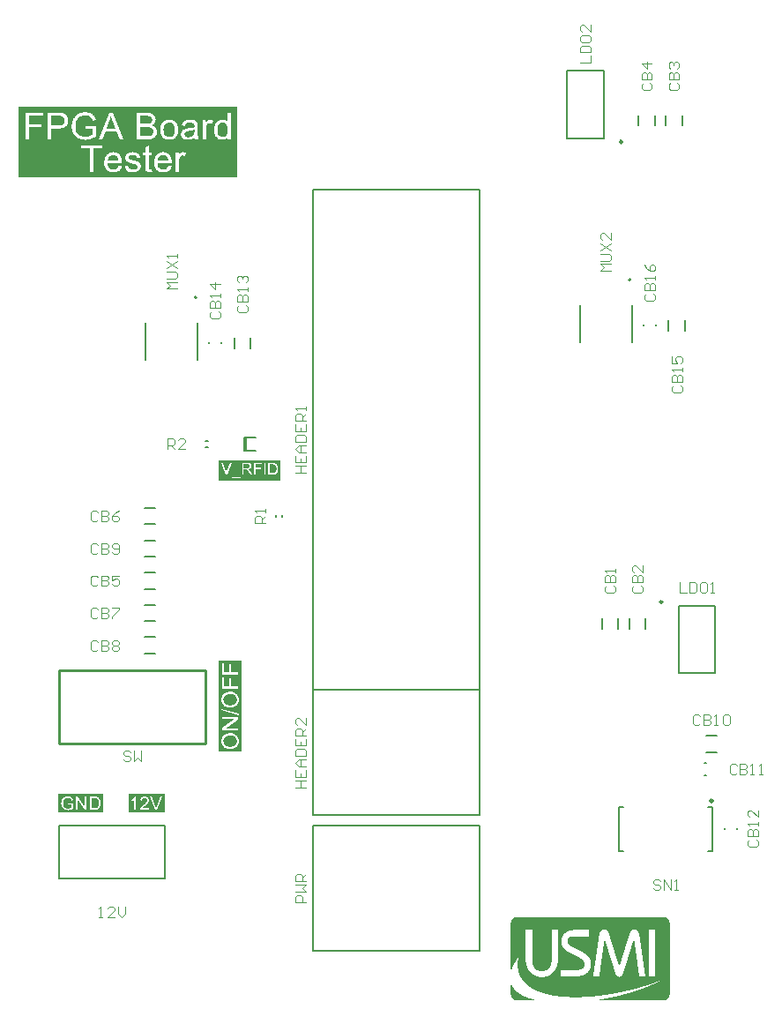
<source format=gto>
G04 Layer_Color=65535*
%FSLAX25Y25*%
%MOIN*%
G70*
G01*
G75*
%ADD33C,0.00984*%
%ADD34C,0.00787*%
%ADD35C,0.01181*%
%ADD36C,0.00039*%
%ADD37C,0.00500*%
%ADD38C,0.00600*%
%ADD39C,0.00472*%
%ADD40R,0.00803X0.05118*%
G36*
X177494Y128316D02*
X169002D01*
Y162734D01*
X177494D01*
Y128316D01*
D02*
G37*
G36*
X176012Y359536D02*
Y345300D01*
X93300D01*
Y359536D01*
Y371944D01*
X176012D01*
Y359536D01*
D02*
G37*
G36*
X125300Y105227D02*
X108416D01*
Y112416D01*
X125300D01*
Y105227D01*
D02*
G37*
G36*
X192378Y230831D02*
X168847D01*
Y238430D01*
X192378D01*
Y230831D01*
D02*
G37*
G36*
X148533Y105315D02*
X134843D01*
Y112350D01*
X148533D01*
Y105315D01*
D02*
G37*
%LPC*%
G36*
X173357Y135331D02*
X173266D01*
X172920Y135313D01*
X172601Y135276D01*
X172455Y135249D01*
X172310Y135212D01*
X172182Y135176D01*
X172064Y135149D01*
X171954Y135112D01*
X171854Y135076D01*
X171772Y135048D01*
X171699Y135012D01*
X171645Y134994D01*
X171608Y134976D01*
X171581Y134957D01*
X171572D01*
X171308Y134812D01*
X171071Y134639D01*
X170870Y134456D01*
X170706Y134292D01*
X170579Y134137D01*
X170524Y134064D01*
X170478Y134010D01*
X170451Y133955D01*
X170424Y133919D01*
X170415Y133900D01*
X170406Y133891D01*
X170333Y133755D01*
X170269Y133618D01*
X170160Y133354D01*
X170087Y133081D01*
X170041Y132844D01*
X170023Y132735D01*
X170005Y132625D01*
X169996Y132543D01*
Y132461D01*
X169987Y132397D01*
Y132352D01*
Y132325D01*
Y132315D01*
X169996Y132069D01*
X170023Y131842D01*
X170069Y131623D01*
X170123Y131413D01*
X170196Y131222D01*
X170269Y131040D01*
X170351Y130876D01*
X170433Y130730D01*
X170515Y130594D01*
X170597Y130475D01*
X170670Y130375D01*
X170743Y130293D01*
X170797Y130229D01*
X170843Y130175D01*
X170870Y130147D01*
X170879Y130138D01*
X171052Y129992D01*
X171235Y129865D01*
X171435Y129746D01*
X171635Y129655D01*
X171845Y129573D01*
X172045Y129500D01*
X172246Y129446D01*
X172437Y129409D01*
X172619Y129373D01*
X172792Y129346D01*
X172947Y129327D01*
X173075Y129309D01*
X173184D01*
X173266Y129300D01*
X173339D01*
X173649Y129318D01*
X173931Y129355D01*
X174205Y129409D01*
X174323Y129446D01*
X174441Y129482D01*
X174542Y129509D01*
X174633Y129546D01*
X174715Y129573D01*
X174787Y129601D01*
X174842Y129619D01*
X174879Y129637D01*
X174906Y129655D01*
X174915D01*
X175179Y129810D01*
X175407Y129974D01*
X175607Y130156D01*
X175771Y130329D01*
X175908Y130484D01*
X175963Y130548D01*
X175999Y130603D01*
X176036Y130657D01*
X176063Y130694D01*
X176072Y130712D01*
X176081Y130721D01*
X176154Y130858D01*
X176218Y130994D01*
X176327Y131268D01*
X176400Y131532D01*
X176455Y131778D01*
X176473Y131896D01*
X176482Y131997D01*
X176500Y132088D01*
Y132170D01*
X176509Y132224D01*
Y132279D01*
Y132306D01*
Y132315D01*
X176491Y132616D01*
X176446Y132898D01*
X176391Y133163D01*
X176354Y133281D01*
X176318Y133390D01*
X176282Y133491D01*
X176245Y133582D01*
X176218Y133655D01*
X176190Y133718D01*
X176163Y133773D01*
X176145Y133819D01*
X176127Y133837D01*
Y133846D01*
X175963Y134101D01*
X175780Y134320D01*
X175589Y134502D01*
X175407Y134657D01*
X175234Y134784D01*
X175170Y134830D01*
X175106Y134866D01*
X175052Y134903D01*
X175015Y134921D01*
X174988Y134939D01*
X174979D01*
X174833Y135012D01*
X174687Y135067D01*
X174396Y135167D01*
X174104Y135240D01*
X173840Y135285D01*
X173722Y135294D01*
X173612Y135313D01*
X173512Y135322D01*
X173430D01*
X173357Y135331D01*
D02*
G37*
G36*
Y150991D02*
X173266D01*
X172920Y150973D01*
X172601Y150936D01*
X172455Y150909D01*
X172310Y150873D01*
X172182Y150836D01*
X172064Y150809D01*
X171954Y150772D01*
X171854Y150736D01*
X171772Y150708D01*
X171699Y150672D01*
X171645Y150654D01*
X171608Y150636D01*
X171581Y150617D01*
X171572D01*
X171308Y150472D01*
X171071Y150299D01*
X170870Y150116D01*
X170706Y149952D01*
X170579Y149797D01*
X170524Y149725D01*
X170478Y149670D01*
X170451Y149615D01*
X170424Y149579D01*
X170415Y149561D01*
X170406Y149551D01*
X170333Y149415D01*
X170269Y149278D01*
X170160Y149014D01*
X170087Y148741D01*
X170041Y148504D01*
X170023Y148395D01*
X170005Y148285D01*
X169996Y148203D01*
Y148121D01*
X169987Y148057D01*
Y148012D01*
Y147985D01*
Y147976D01*
X169996Y147730D01*
X170023Y147502D01*
X170069Y147283D01*
X170123Y147074D01*
X170196Y146882D01*
X170269Y146700D01*
X170351Y146536D01*
X170433Y146390D01*
X170515Y146254D01*
X170597Y146135D01*
X170670Y146035D01*
X170743Y145953D01*
X170797Y145889D01*
X170843Y145835D01*
X170870Y145807D01*
X170879Y145798D01*
X171052Y145652D01*
X171235Y145525D01*
X171435Y145406D01*
X171635Y145315D01*
X171845Y145233D01*
X172045Y145160D01*
X172246Y145106D01*
X172437Y145069D01*
X172619Y145033D01*
X172792Y145006D01*
X172947Y144987D01*
X173075Y144969D01*
X173184D01*
X173266Y144960D01*
X173339D01*
X173649Y144978D01*
X173931Y145015D01*
X174205Y145069D01*
X174323Y145106D01*
X174441Y145142D01*
X174542Y145170D01*
X174633Y145206D01*
X174715Y145233D01*
X174787Y145261D01*
X174842Y145279D01*
X174879Y145297D01*
X174906Y145315D01*
X174915D01*
X175179Y145470D01*
X175407Y145634D01*
X175607Y145816D01*
X175771Y145990D01*
X175908Y146144D01*
X175963Y146208D01*
X175999Y146263D01*
X176036Y146318D01*
X176063Y146354D01*
X176072Y146372D01*
X176081Y146381D01*
X176154Y146518D01*
X176218Y146654D01*
X176327Y146928D01*
X176400Y147192D01*
X176455Y147438D01*
X176473Y147556D01*
X176482Y147657D01*
X176500Y147748D01*
Y147830D01*
X176509Y147884D01*
Y147939D01*
Y147966D01*
Y147976D01*
X176491Y148276D01*
X176446Y148558D01*
X176391Y148823D01*
X176354Y148941D01*
X176318Y149050D01*
X176282Y149151D01*
X176245Y149242D01*
X176218Y149315D01*
X176190Y149378D01*
X176163Y149433D01*
X176145Y149479D01*
X176127Y149497D01*
Y149506D01*
X175963Y149761D01*
X175780Y149980D01*
X175589Y150162D01*
X175407Y150317D01*
X175234Y150444D01*
X175170Y150490D01*
X175106Y150526D01*
X175052Y150563D01*
X175015Y150581D01*
X174988Y150599D01*
X174979D01*
X174833Y150672D01*
X174687Y150727D01*
X174396Y150827D01*
X174104Y150900D01*
X173840Y150945D01*
X173722Y150954D01*
X173612Y150973D01*
X173512Y150982D01*
X173430D01*
X173357Y150991D01*
D02*
G37*
G36*
X170843Y156366D02*
X170096D01*
Y152102D01*
X176400D01*
Y152940D01*
X173539D01*
Y155901D01*
X172792D01*
Y152940D01*
X170843D01*
Y156366D01*
D02*
G37*
G36*
X176400Y141362D02*
X170096D01*
Y140560D01*
X175052D01*
X170096Y137253D01*
Y136397D01*
X176400D01*
Y137198D01*
X171453D01*
X176400Y140496D01*
Y141362D01*
D02*
G37*
G36*
X169987Y144532D02*
Y143912D01*
X176509Y142081D01*
Y142701D01*
X169987Y144532D01*
D02*
G37*
G36*
X170843Y161750D02*
X170096D01*
Y157486D01*
X176400D01*
Y158325D01*
X173539D01*
Y161285D01*
X172792D01*
Y158325D01*
X170843D01*
Y161750D01*
D02*
G37*
%LPD*%
G36*
X173476Y134465D02*
X173685Y134447D01*
X173886Y134420D01*
X174068Y134383D01*
X174232Y134329D01*
X174387Y134283D01*
X174532Y134229D01*
X174660Y134174D01*
X174769Y134110D01*
X174870Y134055D01*
X174952Y134010D01*
X175015Y133964D01*
X175070Y133919D01*
X175116Y133891D01*
X175134Y133873D01*
X175143Y133864D01*
X175261Y133746D01*
X175362Y133618D01*
X175443Y133491D01*
X175525Y133363D01*
X175589Y133236D01*
X175635Y133099D01*
X175680Y132980D01*
X175717Y132853D01*
X175744Y132744D01*
X175762Y132634D01*
X175780Y132543D01*
X175790Y132461D01*
Y132397D01*
X175799Y132352D01*
Y132315D01*
Y132306D01*
X175790Y132133D01*
X175771Y131969D01*
X175735Y131824D01*
X175698Y131678D01*
X175644Y131541D01*
X175589Y131413D01*
X175534Y131295D01*
X175471Y131186D01*
X175407Y131095D01*
X175352Y131013D01*
X175298Y130940D01*
X175243Y130876D01*
X175207Y130831D01*
X175170Y130794D01*
X175152Y130776D01*
X175143Y130767D01*
X175015Y130657D01*
X174879Y130566D01*
X174733Y130484D01*
X174587Y130411D01*
X174432Y130357D01*
X174286Y130302D01*
X173995Y130229D01*
X173867Y130211D01*
X173740Y130193D01*
X173631Y130175D01*
X173539Y130166D01*
X173458Y130156D01*
X173348D01*
X173093Y130166D01*
X172856Y130184D01*
X172628Y130211D01*
X172428Y130256D01*
X172246Y130302D01*
X172082Y130357D01*
X171927Y130420D01*
X171800Y130475D01*
X171681Y130539D01*
X171581Y130594D01*
X171499Y130648D01*
X171435Y130694D01*
X171380Y130739D01*
X171344Y130767D01*
X171326Y130785D01*
X171317Y130794D01*
X171207Y130912D01*
X171116Y131040D01*
X171034Y131168D01*
X170961Y131304D01*
X170907Y131432D01*
X170852Y131559D01*
X170779Y131796D01*
X170761Y131905D01*
X170743Y132006D01*
X170724Y132088D01*
X170715Y132170D01*
X170706Y132233D01*
Y132279D01*
Y132306D01*
Y132315D01*
X170715Y132543D01*
X170752Y132762D01*
X170807Y132953D01*
X170861Y133117D01*
X170925Y133254D01*
X170952Y133308D01*
X170970Y133354D01*
X170998Y133399D01*
X171007Y133427D01*
X171025Y133436D01*
Y133445D01*
X171153Y133618D01*
X171298Y133773D01*
X171444Y133910D01*
X171590Y134019D01*
X171718Y134101D01*
X171827Y134165D01*
X171863Y134183D01*
X171891Y134201D01*
X171909Y134210D01*
X171918D01*
X172136Y134301D01*
X172373Y134365D01*
X172592Y134411D01*
X172801Y134438D01*
X172902Y134456D01*
X172984Y134465D01*
X173066D01*
X173129Y134475D01*
X173257D01*
X173476Y134465D01*
D02*
G37*
G36*
Y150126D02*
X173685Y150107D01*
X173886Y150080D01*
X174068Y150043D01*
X174232Y149989D01*
X174387Y149943D01*
X174532Y149889D01*
X174660Y149834D01*
X174769Y149770D01*
X174870Y149715D01*
X174952Y149670D01*
X175015Y149624D01*
X175070Y149579D01*
X175116Y149551D01*
X175134Y149533D01*
X175143Y149524D01*
X175261Y149406D01*
X175362Y149278D01*
X175443Y149151D01*
X175525Y149023D01*
X175589Y148896D01*
X175635Y148759D01*
X175680Y148641D01*
X175717Y148513D01*
X175744Y148404D01*
X175762Y148294D01*
X175780Y148203D01*
X175790Y148121D01*
Y148057D01*
X175799Y148012D01*
Y147976D01*
Y147966D01*
X175790Y147793D01*
X175771Y147629D01*
X175735Y147484D01*
X175698Y147338D01*
X175644Y147201D01*
X175589Y147074D01*
X175534Y146955D01*
X175471Y146846D01*
X175407Y146755D01*
X175352Y146673D01*
X175298Y146600D01*
X175243Y146536D01*
X175207Y146491D01*
X175170Y146454D01*
X175152Y146436D01*
X175143Y146427D01*
X175015Y146318D01*
X174879Y146226D01*
X174733Y146144D01*
X174587Y146072D01*
X174432Y146017D01*
X174286Y145962D01*
X173995Y145889D01*
X173867Y145871D01*
X173740Y145853D01*
X173631Y145835D01*
X173539Y145826D01*
X173458Y145816D01*
X173348D01*
X173093Y145826D01*
X172856Y145844D01*
X172628Y145871D01*
X172428Y145917D01*
X172246Y145962D01*
X172082Y146017D01*
X171927Y146081D01*
X171800Y146135D01*
X171681Y146199D01*
X171581Y146254D01*
X171499Y146308D01*
X171435Y146354D01*
X171380Y146399D01*
X171344Y146427D01*
X171326Y146445D01*
X171317Y146454D01*
X171207Y146573D01*
X171116Y146700D01*
X171034Y146828D01*
X170961Y146964D01*
X170907Y147092D01*
X170852Y147219D01*
X170779Y147456D01*
X170761Y147566D01*
X170743Y147666D01*
X170724Y147748D01*
X170715Y147830D01*
X170706Y147894D01*
Y147939D01*
Y147966D01*
Y147976D01*
X170715Y148203D01*
X170752Y148422D01*
X170807Y148613D01*
X170861Y148777D01*
X170925Y148914D01*
X170952Y148969D01*
X170970Y149014D01*
X170998Y149060D01*
X171007Y149087D01*
X171025Y149096D01*
Y149105D01*
X171153Y149278D01*
X171298Y149433D01*
X171444Y149570D01*
X171590Y149679D01*
X171718Y149761D01*
X171827Y149825D01*
X171863Y149843D01*
X171891Y149861D01*
X171909Y149870D01*
X171918D01*
X172136Y149961D01*
X172373Y150025D01*
X172592Y150071D01*
X172801Y150098D01*
X172902Y150116D01*
X172984Y150126D01*
X173066D01*
X173129Y150135D01*
X173257D01*
X173476Y150126D01*
D02*
G37*
%LPC*%
G36*
X129218Y354908D02*
X129072D01*
X128795Y354894D01*
X128533Y354865D01*
X128285Y354821D01*
X128051Y354748D01*
X127833Y354675D01*
X127629Y354588D01*
X127439Y354500D01*
X127279Y354398D01*
X127118Y354311D01*
X126987Y354209D01*
X126871Y354121D01*
X126783Y354048D01*
X126710Y353975D01*
X126652Y353932D01*
X126623Y353902D01*
X126608Y353888D01*
X126448Y353684D01*
X126302Y353465D01*
X126171Y353246D01*
X126054Y353013D01*
X125967Y352765D01*
X125894Y352532D01*
X125777Y352065D01*
X125733Y351861D01*
X125704Y351657D01*
X125689Y351482D01*
X125675Y351322D01*
X125660Y351190D01*
Y351103D01*
Y351030D01*
Y351016D01*
X125675Y350695D01*
X125704Y350389D01*
X125748Y350097D01*
X125806Y349835D01*
X125879Y349587D01*
X125952Y349353D01*
X126039Y349149D01*
X126127Y348960D01*
X126214Y348799D01*
X126302Y348654D01*
X126375Y348537D01*
X126448Y348435D01*
X126506Y348347D01*
X126550Y348289D01*
X126579Y348260D01*
X126593Y348245D01*
X126783Y348070D01*
X126972Y347925D01*
X127177Y347793D01*
X127395Y347677D01*
X127600Y347589D01*
X127818Y347502D01*
X128226Y347385D01*
X128416Y347356D01*
X128591Y347327D01*
X128751Y347298D01*
X128883Y347283D01*
X128984Y347269D01*
X129145D01*
X129597Y347298D01*
X130005Y347371D01*
X130370Y347458D01*
X130516Y347516D01*
X130661Y347575D01*
X130792Y347633D01*
X130909Y347691D01*
X130997Y347735D01*
X131084Y347779D01*
X131142Y347822D01*
X131186Y347852D01*
X131215Y347881D01*
X131230D01*
X131521Y348143D01*
X131755Y348420D01*
X131959Y348712D01*
X132105Y348989D01*
X132221Y349237D01*
X132265Y349353D01*
X132309Y349441D01*
X132338Y349528D01*
X132352Y349587D01*
X132367Y349616D01*
Y349630D01*
X131084Y349791D01*
X130967Y349514D01*
X130836Y349281D01*
X130705Y349076D01*
X130588Y348916D01*
X130486Y348799D01*
X130399Y348712D01*
X130326Y348654D01*
X130311Y348639D01*
X130122Y348522D01*
X129932Y348435D01*
X129728Y348377D01*
X129553Y348333D01*
X129393Y348304D01*
X129262Y348289D01*
X129145D01*
X128970Y348304D01*
X128810Y348318D01*
X128518Y348391D01*
X128255Y348493D01*
X128022Y348610D01*
X127847Y348712D01*
X127716Y348814D01*
X127629Y348887D01*
X127614Y348916D01*
X127600D01*
X127395Y349179D01*
X127235Y349470D01*
X127118Y349791D01*
X127031Y350082D01*
X126987Y350345D01*
X126958Y350462D01*
X126943Y350564D01*
Y350651D01*
X126929Y350709D01*
Y350753D01*
Y350768D01*
X132396D01*
X132411Y350914D01*
Y351016D01*
Y351074D01*
Y351089D01*
X132396Y351424D01*
X132367Y351730D01*
X132323Y352022D01*
X132265Y352299D01*
X132192Y352547D01*
X132119Y352780D01*
X132032Y352984D01*
X131944Y353173D01*
X131857Y353348D01*
X131769Y353494D01*
X131696Y353611D01*
X131623Y353713D01*
X131565Y353800D01*
X131521Y353859D01*
X131492Y353888D01*
X131478Y353902D01*
X131303Y354077D01*
X131113Y354238D01*
X130909Y354369D01*
X130705Y354486D01*
X130501Y354588D01*
X130311Y354661D01*
X130107Y354733D01*
X129932Y354777D01*
X129743Y354821D01*
X129582Y354850D01*
X129437Y354879D01*
X129320Y354894D01*
X129218Y354908D01*
D02*
G37*
G36*
X148041D02*
X147895D01*
X147618Y354894D01*
X147355Y354865D01*
X147108Y354821D01*
X146874Y354748D01*
X146655Y354675D01*
X146451Y354588D01*
X146262Y354500D01*
X146101Y354398D01*
X145941Y354311D01*
X145810Y354209D01*
X145693Y354121D01*
X145606Y354048D01*
X145533Y353975D01*
X145475Y353932D01*
X145445Y353902D01*
X145431Y353888D01*
X145270Y353684D01*
X145125Y353465D01*
X144993Y353246D01*
X144877Y353013D01*
X144789Y352765D01*
X144716Y352532D01*
X144600Y352065D01*
X144556Y351861D01*
X144527Y351657D01*
X144512Y351482D01*
X144498Y351322D01*
X144483Y351190D01*
Y351103D01*
Y351030D01*
Y351016D01*
X144498Y350695D01*
X144527Y350389D01*
X144571Y350097D01*
X144629Y349835D01*
X144702Y349587D01*
X144775Y349353D01*
X144862Y349149D01*
X144950Y348960D01*
X145037Y348799D01*
X145125Y348654D01*
X145197Y348537D01*
X145270Y348435D01*
X145329Y348347D01*
X145372Y348289D01*
X145402Y348260D01*
X145416Y348245D01*
X145606Y348070D01*
X145795Y347925D01*
X145999Y347793D01*
X146218Y347677D01*
X146422Y347589D01*
X146641Y347502D01*
X147049Y347385D01*
X147239Y347356D01*
X147414Y347327D01*
X147574Y347298D01*
X147705Y347283D01*
X147807Y347269D01*
X147968D01*
X148420Y347298D01*
X148828Y347371D01*
X149192Y347458D01*
X149338Y347516D01*
X149484Y347575D01*
X149615Y347633D01*
X149732Y347691D01*
X149819Y347735D01*
X149907Y347779D01*
X149965Y347822D01*
X150009Y347852D01*
X150038Y347881D01*
X150053D01*
X150344Y348143D01*
X150577Y348420D01*
X150782Y348712D01*
X150927Y348989D01*
X151044Y349237D01*
X151088Y349353D01*
X151132Y349441D01*
X151161Y349528D01*
X151175Y349587D01*
X151190Y349616D01*
Y349630D01*
X149907Y349791D01*
X149790Y349514D01*
X149659Y349281D01*
X149528Y349076D01*
X149411Y348916D01*
X149309Y348799D01*
X149222Y348712D01*
X149149Y348654D01*
X149134Y348639D01*
X148945Y348522D01*
X148755Y348435D01*
X148551Y348377D01*
X148376Y348333D01*
X148216Y348304D01*
X148084Y348289D01*
X147968D01*
X147793Y348304D01*
X147632Y348318D01*
X147341Y348391D01*
X147078Y348493D01*
X146845Y348610D01*
X146670Y348712D01*
X146539Y348814D01*
X146451Y348887D01*
X146437Y348916D01*
X146422D01*
X146218Y349179D01*
X146058Y349470D01*
X145941Y349791D01*
X145854Y350082D01*
X145810Y350345D01*
X145781Y350462D01*
X145766Y350564D01*
Y350651D01*
X145752Y350709D01*
Y350753D01*
Y350768D01*
X151219D01*
X151234Y350914D01*
Y351016D01*
Y351074D01*
Y351089D01*
X151219Y351424D01*
X151190Y351730D01*
X151146Y352022D01*
X151088Y352299D01*
X151015Y352547D01*
X150942Y352780D01*
X150855Y352984D01*
X150767Y353173D01*
X150680Y353348D01*
X150592Y353494D01*
X150519Y353611D01*
X150446Y353713D01*
X150388Y353800D01*
X150344Y353859D01*
X150315Y353888D01*
X150301Y353902D01*
X150126Y354077D01*
X149936Y354238D01*
X149732Y354369D01*
X149528Y354486D01*
X149324Y354588D01*
X149134Y354661D01*
X148930Y354733D01*
X148755Y354777D01*
X148565Y354821D01*
X148405Y354850D01*
X148259Y354879D01*
X148143Y354894D01*
X148041Y354908D01*
D02*
G37*
G36*
X142427Y357299D02*
X141188Y356556D01*
Y354748D01*
X140269D01*
Y353786D01*
X141188D01*
Y349558D01*
Y349353D01*
Y349179D01*
X141203Y349018D01*
X141217Y348858D01*
Y348727D01*
X141232Y348610D01*
X141261Y348420D01*
X141290Y348274D01*
X141305Y348172D01*
X141334Y348114D01*
Y348100D01*
X141392Y347968D01*
X141480Y347866D01*
X141567Y347764D01*
X141640Y347691D01*
X141727Y347618D01*
X141786Y347575D01*
X141830Y347546D01*
X141844Y347531D01*
X142005Y347458D01*
X142165Y347414D01*
X142340Y347371D01*
X142515Y347356D01*
X142661Y347341D01*
X142777Y347327D01*
X142894D01*
X143215Y347341D01*
X143375Y347356D01*
X143521Y347385D01*
X143652Y347400D01*
X143754Y347414D01*
X143812Y347429D01*
X143842D01*
X143681Y348522D01*
X143565Y348508D01*
X143448Y348493D01*
X143346D01*
X143273Y348479D01*
X143127D01*
X142938Y348493D01*
X142806Y348522D01*
X142734Y348552D01*
X142704Y348566D01*
X142602Y348639D01*
X142544Y348712D01*
X142500Y348770D01*
X142486Y348799D01*
X142471Y348872D01*
X142456Y348974D01*
X142442Y349208D01*
X142427Y349310D01*
Y349397D01*
Y349455D01*
Y349485D01*
Y353786D01*
X143681D01*
Y354748D01*
X142427D01*
Y357299D01*
D02*
G37*
G36*
X124858Y357518D02*
X116869D01*
Y356323D01*
X120193D01*
Y347429D01*
X121534D01*
Y356323D01*
X124858D01*
Y357518D01*
D02*
G37*
G36*
X158370Y367191D02*
X158210D01*
X157860Y367176D01*
X157554Y367147D01*
X157263Y367103D01*
X157029Y367059D01*
X156825Y367016D01*
X156679Y366972D01*
X156621Y366957D01*
X156577Y366943D01*
X156563Y366928D01*
X156548D01*
X156300Y366826D01*
X156081Y366695D01*
X155892Y366578D01*
X155732Y366462D01*
X155615Y366345D01*
X155527Y366258D01*
X155469Y366199D01*
X155455Y366185D01*
X155323Y365995D01*
X155207Y365791D01*
X155119Y365587D01*
X155046Y365397D01*
X154988Y365208D01*
X154944Y365076D01*
X154930Y365018D01*
Y364974D01*
X154915Y364960D01*
Y364945D01*
X156125Y364785D01*
X156213Y365047D01*
X156300Y365281D01*
X156402Y365470D01*
X156490Y365616D01*
X156577Y365733D01*
X156650Y365806D01*
X156708Y365849D01*
X156723Y365864D01*
X156898Y365966D01*
X157102Y366039D01*
X157321Y366097D01*
X157525Y366126D01*
X157729Y366155D01*
X157875Y366170D01*
X158021D01*
X158356Y366155D01*
X158648Y366112D01*
X158881Y366039D01*
X159085Y365966D01*
X159231Y365878D01*
X159347Y365820D01*
X159420Y365762D01*
X159435Y365747D01*
X159552Y365616D01*
X159639Y365456D01*
X159712Y365281D01*
X159756Y365106D01*
X159785Y364945D01*
X159799Y364799D01*
Y364712D01*
Y364697D01*
Y364683D01*
Y364654D01*
Y364595D01*
Y364493D01*
X159785Y364406D01*
Y364377D01*
Y364362D01*
X159639Y364318D01*
X159479Y364275D01*
X159143Y364187D01*
X158764Y364114D01*
X158414Y364041D01*
X158239Y364012D01*
X158079Y363998D01*
X157933Y363968D01*
X157817Y363954D01*
X157714Y363939D01*
X157641D01*
X157583Y363925D01*
X157569D01*
X157306Y363896D01*
X157088Y363852D01*
X156898Y363823D01*
X156752Y363793D01*
X156635Y363779D01*
X156548Y363750D01*
X156490Y363735D01*
X156475D01*
X156286Y363677D01*
X156125Y363618D01*
X155965Y363546D01*
X155834Y363487D01*
X155717Y363429D01*
X155644Y363371D01*
X155586Y363341D01*
X155571Y363327D01*
X155425Y363225D01*
X155309Y363108D01*
X155192Y362992D01*
X155105Y362875D01*
X155032Y362773D01*
X154973Y362685D01*
X154944Y362627D01*
X154930Y362613D01*
X154857Y362452D01*
X154798Y362277D01*
X154755Y362117D01*
X154726Y361956D01*
X154711Y361825D01*
X154696Y361723D01*
Y361665D01*
Y361636D01*
X154711Y361461D01*
X154726Y361315D01*
X154798Y361009D01*
X154901Y360761D01*
X155017Y360542D01*
X155134Y360367D01*
X155236Y360236D01*
X155309Y360163D01*
X155338Y360134D01*
X155600Y359944D01*
X155892Y359799D01*
X156213Y359697D01*
X156504Y359624D01*
X156767Y359580D01*
X156883Y359565D01*
X156985D01*
X157073Y359551D01*
X157190D01*
X157452Y359565D01*
X157714Y359594D01*
X157948Y359624D01*
X158152Y359667D01*
X158312Y359711D01*
X158443Y359755D01*
X158531Y359769D01*
X158560Y359784D01*
X158808Y359886D01*
X159041Y360017D01*
X159260Y360163D01*
X159479Y360294D01*
X159654Y360425D01*
X159785Y360528D01*
X159872Y360600D01*
X159887Y360630D01*
X159901D01*
X159931Y360440D01*
X159960Y360265D01*
X159989Y360105D01*
X160033Y359974D01*
X160076Y359857D01*
X160106Y359784D01*
X160120Y359726D01*
X160135Y359711D01*
X161432D01*
X161359Y359872D01*
X161286Y360032D01*
X161228Y360178D01*
X161199Y360309D01*
X161155Y360425D01*
X161141Y360513D01*
X161126Y360571D01*
Y360586D01*
X161112Y360688D01*
X161097Y360819D01*
Y360965D01*
X161082Y361125D01*
X161068Y361490D01*
Y361854D01*
X161053Y362204D01*
Y362365D01*
Y362496D01*
Y362613D01*
Y362700D01*
Y362758D01*
Y362773D01*
Y364435D01*
Y364712D01*
X161039Y364960D01*
X161024Y365149D01*
Y365310D01*
X161010Y365426D01*
X160995Y365514D01*
X160980Y365558D01*
Y365572D01*
X160937Y365762D01*
X160878Y365922D01*
X160820Y366053D01*
X160747Y366185D01*
X160689Y366272D01*
X160645Y366345D01*
X160616Y366389D01*
X160601Y366403D01*
X160485Y366520D01*
X160353Y366637D01*
X160208Y366724D01*
X160062Y366811D01*
X159931Y366870D01*
X159828Y366914D01*
X159756Y366943D01*
X159727Y366957D01*
X159493Y367030D01*
X159245Y367089D01*
X158997Y367132D01*
X158750Y367161D01*
X158531Y367176D01*
X158370Y367191D01*
D02*
G37*
G36*
X173534Y369800D02*
X172294D01*
Y366185D01*
X172163Y366345D01*
X172017Y366476D01*
X171886Y366607D01*
X171740Y366709D01*
X171624Y366782D01*
X171536Y366855D01*
X171478Y366884D01*
X171449Y366899D01*
X171259Y367001D01*
X171055Y367074D01*
X170851Y367118D01*
X170661Y367161D01*
X170501Y367176D01*
X170385Y367191D01*
X170268D01*
X169947Y367176D01*
X169641Y367118D01*
X169364Y367045D01*
X169131Y366957D01*
X168927Y366855D01*
X168781Y366782D01*
X168722Y366753D01*
X168679Y366724D01*
X168664Y366709D01*
X168649D01*
X168387Y366520D01*
X168168Y366287D01*
X167979Y366068D01*
X167833Y365849D01*
X167716Y365645D01*
X167629Y365485D01*
X167600Y365426D01*
X167570Y365383D01*
X167556Y365353D01*
Y365339D01*
X167439Y365004D01*
X167352Y364654D01*
X167279Y364318D01*
X167235Y364012D01*
X167206Y363750D01*
Y363633D01*
X167191Y363546D01*
Y363458D01*
Y363400D01*
Y363371D01*
Y363356D01*
X167206Y362948D01*
X167250Y362569D01*
X167323Y362233D01*
X167396Y361942D01*
X167425Y361811D01*
X167454Y361708D01*
X167498Y361607D01*
X167527Y361519D01*
X167556Y361461D01*
X167570Y361417D01*
X167585Y361388D01*
Y361373D01*
X167745Y361067D01*
X167935Y360805D01*
X168125Y360571D01*
X168314Y360382D01*
X168474Y360236D01*
X168606Y360119D01*
X168693Y360061D01*
X168708Y360032D01*
X168722D01*
X168999Y359872D01*
X169276Y359755D01*
X169553Y359667D01*
X169801Y359609D01*
X170005Y359580D01*
X170180Y359565D01*
X170239Y359551D01*
X170326D01*
X170574Y359565D01*
X170807Y359594D01*
X171026Y359653D01*
X171215Y359726D01*
X171405Y359799D01*
X171580Y359886D01*
X171726Y359988D01*
X171857Y360090D01*
X171988Y360192D01*
X172090Y360294D01*
X172178Y360382D01*
X172251Y360455D01*
X172309Y360528D01*
X172353Y360586D01*
X172367Y360615D01*
X172382Y360630D01*
Y359711D01*
X173534D01*
Y369800D01*
D02*
G37*
G36*
X118625Y369975D02*
X118159D01*
X117896Y369946D01*
X117386Y369873D01*
X117153Y369830D01*
X116934Y369771D01*
X116730Y369727D01*
X116541Y369669D01*
X116366Y369611D01*
X116220Y369553D01*
X116088Y369494D01*
X115972Y369450D01*
X115884Y369407D01*
X115826Y369378D01*
X115782Y369363D01*
X115768Y369349D01*
X115564Y369217D01*
X115359Y369086D01*
X115010Y368780D01*
X114703Y368474D01*
X114456Y368153D01*
X114251Y367876D01*
X114179Y367759D01*
X114120Y367643D01*
X114062Y367555D01*
X114033Y367497D01*
X114018Y367453D01*
X114004Y367439D01*
X113800Y366957D01*
X113654Y366476D01*
X113537Y366010D01*
X113508Y365791D01*
X113464Y365587D01*
X113450Y365397D01*
X113420Y365237D01*
X113406Y365076D01*
Y364945D01*
X113391Y364843D01*
Y364770D01*
Y364712D01*
Y364697D01*
X113420Y364158D01*
X113493Y363648D01*
X113537Y363414D01*
X113581Y363196D01*
X113639Y362977D01*
X113697Y362787D01*
X113756Y362613D01*
X113814Y362467D01*
X113858Y362321D01*
X113901Y362219D01*
X113945Y362117D01*
X113974Y362058D01*
X114004Y362015D01*
Y362000D01*
X114266Y361577D01*
X114558Y361213D01*
X114864Y360892D01*
X115155Y360630D01*
X115432Y360425D01*
X115534Y360353D01*
X115637Y360280D01*
X115724Y360236D01*
X115782Y360192D01*
X115826Y360178D01*
X115841Y360163D01*
X116074Y360046D01*
X116307Y359959D01*
X116774Y359799D01*
X117226Y359697D01*
X117649Y359609D01*
X117838Y359594D01*
X118013Y359565D01*
X118174Y359551D01*
X118305D01*
X118407Y359536D01*
X118553D01*
X118961Y359551D01*
X119354Y359594D01*
X119719Y359667D01*
X120040Y359740D01*
X120171Y359769D01*
X120302Y359799D01*
X120419Y359842D01*
X120521Y359872D01*
X120594Y359901D01*
X120652Y359915D01*
X120681Y359930D01*
X120696D01*
X121089Y360090D01*
X121454Y360280D01*
X121804Y360484D01*
X122110Y360673D01*
X122241Y360761D01*
X122372Y360848D01*
X122475Y360921D01*
X122562Y360980D01*
X122635Y361038D01*
X122693Y361082D01*
X122722Y361096D01*
X122737Y361111D01*
Y364858D01*
X118450D01*
Y363662D01*
X121425D01*
Y361767D01*
X121250Y361621D01*
X121046Y361490D01*
X120827Y361373D01*
X120623Y361271D01*
X120448Y361184D01*
X120288Y361111D01*
X120229Y361082D01*
X120200Y361067D01*
X120171Y361052D01*
X120156D01*
X119850Y360950D01*
X119544Y360863D01*
X119267Y360805D01*
X119004Y360775D01*
X118786Y360746D01*
X118698D01*
X118611Y360732D01*
X118465D01*
X118101Y360746D01*
X117751Y360805D01*
X117430Y360877D01*
X117138Y360950D01*
X116905Y361038D01*
X116803Y361067D01*
X116730Y361096D01*
X116657Y361125D01*
X116613Y361155D01*
X116584Y361169D01*
X116570D01*
X116263Y361359D01*
X115987Y361563D01*
X115753Y361781D01*
X115564Y362000D01*
X115403Y362204D01*
X115301Y362365D01*
X115258Y362423D01*
X115243Y362467D01*
X115214Y362496D01*
Y362510D01*
X115068Y362875D01*
X114951Y363254D01*
X114878Y363633D01*
X114820Y363998D01*
X114805Y364158D01*
X114791Y364304D01*
X114776Y364450D01*
Y364566D01*
X114762Y364654D01*
Y364727D01*
Y364770D01*
Y364785D01*
X114776Y365193D01*
X114820Y365558D01*
X114878Y365908D01*
X114951Y366214D01*
X114980Y366345D01*
X115024Y366462D01*
X115053Y366564D01*
X115083Y366651D01*
X115112Y366724D01*
X115126Y366768D01*
X115141Y366797D01*
Y366811D01*
X115243Y367016D01*
X115345Y367205D01*
X115447Y367380D01*
X115549Y367526D01*
X115637Y367643D01*
X115709Y367745D01*
X115768Y367803D01*
X115782Y367817D01*
X115943Y367978D01*
X116118Y368124D01*
X116307Y368240D01*
X116482Y368357D01*
X116628Y368430D01*
X116745Y368503D01*
X116832Y368532D01*
X116861Y368547D01*
X117124Y368649D01*
X117386Y368722D01*
X117663Y368765D01*
X117911Y368809D01*
X118130Y368824D01*
X118217D01*
X118290Y368838D01*
X118450D01*
X118728Y368824D01*
X118990Y368794D01*
X119223Y368751D01*
X119427Y368707D01*
X119602Y368649D01*
X119734Y368605D01*
X119806Y368576D01*
X119836Y368561D01*
X120054Y368459D01*
X120244Y368342D01*
X120419Y368226D01*
X120550Y368109D01*
X120652Y368007D01*
X120740Y367934D01*
X120783Y367876D01*
X120798Y367861D01*
X120929Y367686D01*
X121031Y367482D01*
X121133Y367293D01*
X121221Y367089D01*
X121279Y366914D01*
X121323Y366782D01*
X121337Y366724D01*
X121352Y366680D01*
X121367Y366666D01*
Y366651D01*
X122577Y366972D01*
X122475Y367336D01*
X122343Y367657D01*
X122212Y367949D01*
X122096Y368182D01*
X121979Y368372D01*
X121891Y368503D01*
X121833Y368590D01*
X121804Y368619D01*
X121600Y368853D01*
X121381Y369042D01*
X121148Y369217D01*
X120929Y369363D01*
X120725Y369465D01*
X120565Y369553D01*
X120506Y369582D01*
X120463Y369596D01*
X120433Y369611D01*
X120419D01*
X120083Y369727D01*
X119734Y369815D01*
X119413Y369888D01*
X119107Y369932D01*
X118830Y369961D01*
X118713D01*
X118625Y369975D01*
D02*
G37*
G36*
X165748Y367191D02*
X165646D01*
X165486Y367176D01*
X165340Y367147D01*
X165194Y367103D01*
X165077Y367059D01*
X164990Y367016D01*
X164902Y366972D01*
X164859Y366943D01*
X164844Y366928D01*
X164713Y366811D01*
X164582Y366666D01*
X164450Y366491D01*
X164334Y366330D01*
X164217Y366170D01*
X164144Y366039D01*
X164086Y365937D01*
X164071Y365922D01*
Y367030D01*
X162949D01*
Y359711D01*
X164188D01*
Y363531D01*
X164202Y363823D01*
X164217Y364085D01*
X164246Y364333D01*
X164290Y364552D01*
X164334Y364727D01*
X164363Y364858D01*
X164377Y364945D01*
X164392Y364974D01*
X164450Y365135D01*
X164523Y365266D01*
X164596Y365383D01*
X164669Y365485D01*
X164742Y365558D01*
X164786Y365616D01*
X164830Y365645D01*
X164844Y365660D01*
X164961Y365747D01*
X165092Y365806D01*
X165223Y365849D01*
X165325Y365878D01*
X165427Y365893D01*
X165500Y365908D01*
X165573D01*
X165733Y365893D01*
X165894Y365864D01*
X166054Y365820D01*
X166185Y365776D01*
X166302Y365733D01*
X166390Y365689D01*
X166448Y365660D01*
X166462Y365645D01*
X166914Y366782D01*
X166667Y366914D01*
X166433Y367016D01*
X166229Y367089D01*
X166040Y367147D01*
X165879Y367176D01*
X165748Y367191D01*
D02*
G37*
G36*
X141939Y369800D02*
X137973D01*
Y359711D01*
X141822D01*
X142172Y359726D01*
X142478Y359740D01*
X142755Y359769D01*
X142989Y359799D01*
X143178Y359828D01*
X143324Y359842D01*
X143412Y359872D01*
X143441D01*
X143688Y359944D01*
X143893Y360017D01*
X144082Y360105D01*
X144243Y360192D01*
X144374Y360250D01*
X144476Y360309D01*
X144534Y360353D01*
X144549Y360367D01*
X144709Y360498D01*
X144855Y360659D01*
X144972Y360819D01*
X145088Y360965D01*
X145176Y361111D01*
X145234Y361213D01*
X145278Y361286D01*
X145292Y361315D01*
X145394Y361548D01*
X145467Y361781D01*
X145526Y362000D01*
X145555Y362204D01*
X145584Y362379D01*
X145598Y362525D01*
Y362613D01*
Y362627D01*
Y362642D01*
X145584Y362962D01*
X145526Y363254D01*
X145438Y363502D01*
X145351Y363735D01*
X145263Y363910D01*
X145176Y364041D01*
X145117Y364129D01*
X145103Y364158D01*
X144899Y364391D01*
X144680Y364581D01*
X144432Y364741D01*
X144213Y364872D01*
X144009Y364974D01*
X143834Y365033D01*
X143776Y365062D01*
X143732Y365076D01*
X143703Y365091D01*
X143688D01*
X143936Y365237D01*
X144155Y365383D01*
X144330Y365543D01*
X144476Y365689D01*
X144592Y365806D01*
X144680Y365922D01*
X144724Y365981D01*
X144738Y366010D01*
X144855Y366228D01*
X144942Y366432D01*
X145015Y366637D01*
X145059Y366826D01*
X145088Y366986D01*
X145103Y367118D01*
Y367191D01*
Y367220D01*
X145088Y367468D01*
X145044Y367716D01*
X144972Y367934D01*
X144899Y368138D01*
X144826Y368313D01*
X144753Y368430D01*
X144709Y368517D01*
X144694Y368547D01*
X144534Y368765D01*
X144359Y368969D01*
X144170Y369130D01*
X143995Y369261D01*
X143849Y369363D01*
X143718Y369436D01*
X143630Y369480D01*
X143616Y369494D01*
X143601D01*
X143324Y369596D01*
X143018Y369669D01*
X142712Y369727D01*
X142420Y369757D01*
X142158Y369786D01*
X142041D01*
X141939Y369800D01*
D02*
G37*
G36*
X136464Y354908D02*
X136114D01*
X135910Y354879D01*
X135735Y354865D01*
X135575Y354836D01*
X135443Y354806D01*
X135341Y354777D01*
X135283Y354763D01*
X135254Y354748D01*
X135079Y354690D01*
X134919Y354631D01*
X134787Y354573D01*
X134671Y354515D01*
X134583Y354471D01*
X134525Y354427D01*
X134481Y354413D01*
X134467Y354398D01*
X134321Y354296D01*
X134204Y354179D01*
X134102Y354048D01*
X134015Y353946D01*
X133942Y353844D01*
X133898Y353771D01*
X133869Y353713D01*
X133854Y353698D01*
X133781Y353538D01*
X133723Y353392D01*
X133694Y353232D01*
X133665Y353100D01*
X133650Y352969D01*
X133636Y352882D01*
Y352823D01*
Y352794D01*
X133650Y352590D01*
X133679Y352415D01*
X133723Y352240D01*
X133767Y352095D01*
X133810Y351978D01*
X133854Y351876D01*
X133883Y351817D01*
X133898Y351803D01*
X134015Y351642D01*
X134146Y351511D01*
X134277Y351395D01*
X134408Y351293D01*
X134525Y351220D01*
X134612Y351161D01*
X134671Y351132D01*
X134700Y351118D01*
X134802Y351074D01*
X134933Y351016D01*
X135225Y350914D01*
X135531Y350826D01*
X135852Y350724D01*
X136129Y350651D01*
X136260Y350607D01*
X136377Y350578D01*
X136464Y350549D01*
X136537Y350534D01*
X136581Y350520D01*
X136595D01*
X136785Y350476D01*
X136945Y350432D01*
X137091Y350389D01*
X137222Y350345D01*
X137339Y350316D01*
X137441Y350272D01*
X137616Y350214D01*
X137733Y350170D01*
X137805Y350126D01*
X137849Y350112D01*
X137864Y350097D01*
X137995Y350009D01*
X138083Y349893D01*
X138155Y349791D01*
X138199Y349689D01*
X138228Y349587D01*
X138243Y349514D01*
Y349455D01*
Y349441D01*
X138228Y349266D01*
X138184Y349120D01*
X138112Y348974D01*
X138039Y348858D01*
X137951Y348756D01*
X137893Y348683D01*
X137835Y348639D01*
X137820Y348624D01*
X137645Y348508D01*
X137455Y348435D01*
X137237Y348377D01*
X137033Y348333D01*
X136843Y348304D01*
X136697Y348289D01*
X136552D01*
X136245Y348304D01*
X135983Y348347D01*
X135764Y348406D01*
X135575Y348479D01*
X135429Y348552D01*
X135312Y348610D01*
X135254Y348654D01*
X135225Y348668D01*
X135064Y348829D01*
X134933Y349018D01*
X134846Y349208D01*
X134773Y349383D01*
X134714Y349543D01*
X134685Y349689D01*
X134656Y349776D01*
Y349791D01*
Y349805D01*
X133431Y349616D01*
X133534Y349208D01*
X133665Y348843D01*
X133825Y348552D01*
X133985Y348304D01*
X134131Y348100D01*
X134263Y347968D01*
X134350Y347881D01*
X134365Y347866D01*
X134379Y347852D01*
X134525Y347750D01*
X134685Y347662D01*
X135035Y347516D01*
X135400Y347414D01*
X135750Y347341D01*
X135910Y347312D01*
X136056Y347298D01*
X136202Y347283D01*
X136318D01*
X136420Y347269D01*
X136552D01*
X136872Y347283D01*
X137149Y347312D01*
X137412Y347356D01*
X137645Y347414D01*
X137835Y347473D01*
X137980Y347516D01*
X138068Y347546D01*
X138083Y347560D01*
X138097D01*
X138345Y347691D01*
X138549Y347822D01*
X138724Y347968D01*
X138884Y348100D01*
X139001Y348216D01*
X139074Y348318D01*
X139132Y348377D01*
X139147Y348406D01*
X139263Y348610D01*
X139351Y348829D01*
X139424Y349018D01*
X139468Y349193D01*
X139497Y349353D01*
X139511Y349470D01*
Y349543D01*
Y349572D01*
X139497Y349805D01*
X139468Y350009D01*
X139409Y350184D01*
X139365Y350345D01*
X139307Y350476D01*
X139249Y350564D01*
X139220Y350622D01*
X139205Y350637D01*
X139088Y350782D01*
X138957Y350914D01*
X138826Y351030D01*
X138695Y351118D01*
X138564Y351190D01*
X138476Y351234D01*
X138418Y351263D01*
X138389Y351278D01*
X138287Y351322D01*
X138170Y351365D01*
X137893Y351467D01*
X137587Y351570D01*
X137281Y351657D01*
X137004Y351745D01*
X136872Y351774D01*
X136770Y351803D01*
X136683Y351832D01*
X136610Y351847D01*
X136566Y351861D01*
X136552D01*
X136391Y351905D01*
X136245Y351949D01*
X136114Y351978D01*
X135997Y352022D01*
X135808Y352065D01*
X135662Y352109D01*
X135560Y352153D01*
X135502Y352167D01*
X135473Y352182D01*
X135458D01*
X135341Y352240D01*
X135239Y352284D01*
X135152Y352342D01*
X135094Y352386D01*
X135035Y352430D01*
X135006Y352474D01*
X134992Y352488D01*
X134977Y352503D01*
X134889Y352648D01*
X134846Y352794D01*
Y352853D01*
X134831Y352896D01*
Y352925D01*
Y352940D01*
X134846Y353071D01*
X134889Y353203D01*
X134948Y353319D01*
X135021Y353407D01*
X135079Y353494D01*
X135137Y353553D01*
X135181Y353582D01*
X135196Y353596D01*
X135356Y353698D01*
X135546Y353771D01*
X135750Y353815D01*
X135939Y353859D01*
X136129Y353873D01*
X136275Y353888D01*
X136420D01*
X136668Y353873D01*
X136901Y353844D01*
X137091Y353786D01*
X137237Y353727D01*
X137368Y353669D01*
X137455Y353611D01*
X137514Y353582D01*
X137528Y353567D01*
X137674Y353436D01*
X137776Y353290D01*
X137864Y353144D01*
X137937Y353013D01*
X137980Y352882D01*
X138010Y352780D01*
X138024Y352721D01*
Y352692D01*
X139234Y352853D01*
X139176Y353100D01*
X139118Y353319D01*
X139045Y353509D01*
X138972Y353684D01*
X138899Y353800D01*
X138841Y353902D01*
X138812Y353961D01*
X138797Y353975D01*
X138666Y354121D01*
X138520Y354252D01*
X138359Y354369D01*
X138199Y354471D01*
X138053Y354544D01*
X137937Y354602D01*
X137864Y354631D01*
X137849Y354646D01*
X137835D01*
X137587Y354733D01*
X137324Y354792D01*
X137076Y354850D01*
X136843Y354879D01*
X136625Y354894D01*
X136464Y354908D01*
D02*
G37*
G36*
X155535D02*
X155433D01*
X155272Y354894D01*
X155127Y354865D01*
X154981Y354821D01*
X154864Y354777D01*
X154777Y354733D01*
X154689Y354690D01*
X154645Y354661D01*
X154631Y354646D01*
X154499Y354529D01*
X154368Y354383D01*
X154237Y354209D01*
X154121Y354048D01*
X154004Y353888D01*
X153931Y353757D01*
X153873Y353655D01*
X153858Y353640D01*
Y354748D01*
X152735D01*
Y347429D01*
X153975D01*
Y351249D01*
X153989Y351540D01*
X154004Y351803D01*
X154033Y352051D01*
X154077Y352269D01*
X154121Y352444D01*
X154150Y352576D01*
X154164Y352663D01*
X154179Y352692D01*
X154237Y352853D01*
X154310Y352984D01*
X154383Y353100D01*
X154456Y353203D01*
X154529Y353275D01*
X154572Y353334D01*
X154616Y353363D01*
X154631Y353378D01*
X154747Y353465D01*
X154879Y353523D01*
X155010Y353567D01*
X155112Y353596D01*
X155214Y353611D01*
X155287Y353625D01*
X155360D01*
X155520Y353611D01*
X155681Y353582D01*
X155841Y353538D01*
X155972Y353494D01*
X156089Y353450D01*
X156176Y353407D01*
X156235Y353378D01*
X156249Y353363D01*
X156701Y354500D01*
X156453Y354631D01*
X156220Y354733D01*
X156016Y354806D01*
X155826Y354865D01*
X155666Y354894D01*
X155535Y354908D01*
D02*
G37*
G36*
X150381Y367191D02*
X150235D01*
X149987Y367176D01*
X149754Y367161D01*
X149302Y367059D01*
X148908Y366928D01*
X148733Y366855D01*
X148573Y366782D01*
X148427Y366709D01*
X148310Y366637D01*
X148194Y366564D01*
X148106Y366505D01*
X148033Y366447D01*
X147975Y366403D01*
X147946Y366389D01*
X147931Y366374D01*
X147727Y366185D01*
X147567Y365966D01*
X147406Y365733D01*
X147290Y365499D01*
X147173Y365251D01*
X147086Y364989D01*
X147013Y364741D01*
X146954Y364508D01*
X146896Y364275D01*
X146867Y364071D01*
X146838Y363866D01*
X146823Y363706D01*
Y363560D01*
X146809Y363458D01*
Y363400D01*
Y363371D01*
X146823Y363035D01*
X146852Y362715D01*
X146896Y362423D01*
X146954Y362146D01*
X147027Y361898D01*
X147100Y361665D01*
X147188Y361446D01*
X147275Y361257D01*
X147363Y361082D01*
X147450Y360936D01*
X147523Y360819D01*
X147596Y360717D01*
X147654Y360630D01*
X147698Y360571D01*
X147727Y360542D01*
X147742Y360528D01*
X147931Y360353D01*
X148121Y360207D01*
X148325Y360076D01*
X148529Y359959D01*
X148733Y359872D01*
X148952Y359784D01*
X149346Y359667D01*
X149521Y359638D01*
X149695Y359609D01*
X149841Y359580D01*
X149972Y359565D01*
X150089Y359551D01*
X150235D01*
X150585Y359565D01*
X150906Y359624D01*
X151212Y359697D01*
X151460Y359769D01*
X151678Y359857D01*
X151766Y359886D01*
X151839Y359915D01*
X151912Y359944D01*
X151955Y359974D01*
X151970Y359988D01*
X151985D01*
X152276Y360178D01*
X152524Y360382D01*
X152743Y360586D01*
X152918Y360790D01*
X153049Y360965D01*
X153151Y361111D01*
X153180Y361169D01*
X153209Y361213D01*
X153224Y361227D01*
Y361242D01*
X153370Y361577D01*
X153472Y361942D01*
X153559Y362306D01*
X153603Y362671D01*
X153632Y362831D01*
Y362977D01*
X153647Y363123D01*
X153661Y363239D01*
Y363341D01*
Y363414D01*
Y363458D01*
Y363473D01*
X153647Y363793D01*
X153618Y364085D01*
X153574Y364362D01*
X153515Y364625D01*
X153443Y364872D01*
X153355Y365091D01*
X153268Y365310D01*
X153180Y365485D01*
X153093Y365645D01*
X153005Y365791D01*
X152918Y365922D01*
X152845Y366024D01*
X152786Y366097D01*
X152743Y366155D01*
X152714Y366185D01*
X152699Y366199D01*
X152509Y366374D01*
X152320Y366520D01*
X152116Y366666D01*
X151912Y366768D01*
X151707Y366870D01*
X151503Y366943D01*
X151110Y367074D01*
X150920Y367103D01*
X150760Y367132D01*
X150614Y367161D01*
X150483Y367176D01*
X150381Y367191D01*
D02*
G37*
G36*
X108478Y369800D02*
X104337D01*
Y359711D01*
X105678D01*
Y363808D01*
X108259D01*
X108638Y363823D01*
X109003Y363852D01*
X109323Y363896D01*
X109615Y363954D01*
X109892Y364012D01*
X110125Y364085D01*
X110344Y364173D01*
X110534Y364260D01*
X110694Y364333D01*
X110840Y364420D01*
X110956Y364493D01*
X111044Y364566D01*
X111117Y364610D01*
X111161Y364654D01*
X111190Y364683D01*
X111204Y364697D01*
X111350Y364872D01*
X111481Y365047D01*
X111583Y365222D01*
X111685Y365412D01*
X111773Y365601D01*
X111831Y365776D01*
X111933Y366112D01*
X111962Y366272D01*
X111992Y366418D01*
X112006Y366549D01*
X112021Y366651D01*
X112035Y366753D01*
Y366811D01*
Y366855D01*
Y366870D01*
X112021Y367147D01*
X111992Y367409D01*
X111933Y367643D01*
X111890Y367847D01*
X111831Y368022D01*
X111773Y368153D01*
X111744Y368226D01*
X111729Y368255D01*
X111612Y368474D01*
X111467Y368663D01*
X111336Y368838D01*
X111204Y368969D01*
X111088Y369071D01*
X111000Y369159D01*
X110942Y369203D01*
X110913Y369217D01*
X110723Y369334D01*
X110504Y369436D01*
X110300Y369523D01*
X110111Y369596D01*
X109936Y369640D01*
X109805Y369669D01*
X109703Y369698D01*
X109673D01*
X109455Y369727D01*
X109207Y369757D01*
X108944Y369771D01*
X108696Y369786D01*
X108478Y369800D01*
D02*
G37*
G36*
X128904D02*
X127446D01*
X123597Y359711D01*
X125012D01*
X126105Y362773D01*
X130333D01*
X131514Y359711D01*
X133030D01*
X128904Y369800D01*
D02*
G37*
G36*
X102602D02*
X95779D01*
Y359711D01*
X97120D01*
Y364289D01*
X101858D01*
Y365485D01*
X97120D01*
Y368605D01*
X102602D01*
Y369800D01*
D02*
G37*
%LPD*%
G36*
X129262Y353873D02*
X129422Y353859D01*
X129728Y353771D01*
X129991Y353655D01*
X130209Y353523D01*
X130384Y353392D01*
X130516Y353275D01*
X130588Y353188D01*
X130617Y353173D01*
Y353159D01*
X130749Y352969D01*
X130865Y352751D01*
X130938Y352532D01*
X131011Y352299D01*
X131055Y352109D01*
X131084Y351934D01*
Y351876D01*
X131099Y351832D01*
Y351803D01*
Y351788D01*
X127002D01*
X127045Y352124D01*
X127133Y352430D01*
X127235Y352692D01*
X127352Y352896D01*
X127454Y353071D01*
X127556Y353203D01*
X127614Y353275D01*
X127643Y353305D01*
X127876Y353494D01*
X128110Y353640D01*
X128358Y353742D01*
X128591Y353815D01*
X128780Y353859D01*
X128941Y353873D01*
X128999Y353888D01*
X129087D01*
X129262Y353873D01*
D02*
G37*
G36*
X148084D02*
X148245Y353859D01*
X148551Y353771D01*
X148813Y353655D01*
X149032Y353523D01*
X149207Y353392D01*
X149338Y353275D01*
X149411Y353188D01*
X149440Y353173D01*
Y353159D01*
X149572Y352969D01*
X149688Y352751D01*
X149761Y352532D01*
X149834Y352299D01*
X149878Y352109D01*
X149907Y351934D01*
Y351876D01*
X149921Y351832D01*
Y351803D01*
Y351788D01*
X145825D01*
X145868Y352124D01*
X145956Y352430D01*
X146058Y352692D01*
X146174Y352896D01*
X146276Y353071D01*
X146379Y353203D01*
X146437Y353275D01*
X146466Y353305D01*
X146699Y353494D01*
X146932Y353640D01*
X147180Y353742D01*
X147414Y353815D01*
X147603Y353859D01*
X147764Y353873D01*
X147822Y353888D01*
X147909D01*
X148084Y353873D01*
D02*
G37*
G36*
X159785Y362919D02*
X159770Y362627D01*
X159756Y362379D01*
X159727Y362175D01*
X159683Y362000D01*
X159639Y361869D01*
X159610Y361767D01*
X159595Y361708D01*
X159581Y361694D01*
X159464Y361504D01*
X159347Y361329D01*
X159202Y361184D01*
X159070Y361067D01*
X158954Y360965D01*
X158852Y360892D01*
X158793Y360848D01*
X158764Y360834D01*
X158545Y360732D01*
X158327Y360659D01*
X158123Y360600D01*
X157919Y360571D01*
X157758Y360542D01*
X157612Y360528D01*
X157496D01*
X157233Y360542D01*
X157015Y360571D01*
X156825Y360630D01*
X156665Y360688D01*
X156548Y360746D01*
X156461Y360805D01*
X156402Y360834D01*
X156388Y360848D01*
X156271Y360980D01*
X156184Y361125D01*
X156111Y361257D01*
X156067Y361388D01*
X156038Y361504D01*
X156023Y361592D01*
Y361665D01*
Y361679D01*
X156038Y361796D01*
X156052Y361913D01*
X156081Y362000D01*
X156111Y362088D01*
X156140Y362160D01*
X156154Y362219D01*
X156184Y362248D01*
Y362263D01*
X156329Y362438D01*
X156504Y362554D01*
X156563Y362598D01*
X156621Y362627D01*
X156665Y362656D01*
X156679D01*
X156825Y362715D01*
X156985Y362758D01*
X157160Y362802D01*
X157335Y362831D01*
X157496Y362860D01*
X157641Y362890D01*
X157729Y362904D01*
X157758D01*
X158006Y362948D01*
X158239Y362977D01*
X158443Y363021D01*
X158648Y363065D01*
X158837Y363108D01*
X158997Y363152D01*
X159158Y363181D01*
X159289Y363225D01*
X159406Y363254D01*
X159508Y363283D01*
X159595Y363312D01*
X159668Y363341D01*
X159727Y363356D01*
X159770Y363371D01*
X159785Y363385D01*
X159799D01*
X159785Y362919D01*
D02*
G37*
G36*
X170559Y366155D02*
X170705Y366141D01*
X170982Y366053D01*
X171230Y365951D01*
X171434Y365820D01*
X171595Y365689D01*
X171726Y365572D01*
X171799Y365485D01*
X171828Y365470D01*
Y365456D01*
X171930Y365310D01*
X172017Y365164D01*
X172163Y364814D01*
X172265Y364450D01*
X172338Y364100D01*
X172367Y363925D01*
X172382Y363764D01*
X172397Y363618D01*
Y363502D01*
X172411Y363400D01*
Y363327D01*
Y363269D01*
Y363254D01*
Y363006D01*
X172382Y362773D01*
X172353Y362569D01*
X172324Y362365D01*
X172280Y362190D01*
X172222Y362015D01*
X172178Y361869D01*
X172119Y361738D01*
X172061Y361621D01*
X172017Y361504D01*
X171959Y361432D01*
X171915Y361359D01*
X171886Y361300D01*
X171857Y361257D01*
X171828Y361242D01*
Y361227D01*
X171726Y361111D01*
X171609Y361009D01*
X171376Y360848D01*
X171143Y360732D01*
X170924Y360659D01*
X170734Y360600D01*
X170574Y360586D01*
X170516Y360571D01*
X170443D01*
X170297Y360586D01*
X170151Y360600D01*
X169889Y360673D01*
X169641Y360790D01*
X169437Y360921D01*
X169276Y361038D01*
X169145Y361155D01*
X169072Y361227D01*
X169058Y361257D01*
X169043D01*
X168941Y361402D01*
X168854Y361548D01*
X168708Y361883D01*
X168606Y362233D01*
X168533Y362569D01*
X168489Y362875D01*
X168474Y363006D01*
Y363123D01*
X168460Y363225D01*
Y363298D01*
Y363341D01*
Y363356D01*
Y363618D01*
X168489Y363866D01*
X168518Y364100D01*
X168547Y364304D01*
X168591Y364493D01*
X168635Y364668D01*
X168679Y364829D01*
X168737Y364974D01*
X168795Y365091D01*
X168839Y365193D01*
X168883Y365281D01*
X168927Y365353D01*
X168970Y365412D01*
X168985Y365456D01*
X169014Y365470D01*
Y365485D01*
X169116Y365601D01*
X169233Y365718D01*
X169466Y365878D01*
X169699Y366010D01*
X169918Y366083D01*
X170107Y366141D01*
X170268Y366155D01*
X170326Y366170D01*
X170399D01*
X170559Y366155D01*
D02*
G37*
G36*
X142274Y364348D02*
X142522Y364318D01*
X142726Y364289D01*
X142887Y364260D01*
X143018Y364231D01*
X143076Y364216D01*
X143105Y364202D01*
X143295Y364129D01*
X143455Y364041D01*
X143601Y363939D01*
X143718Y363837D01*
X143805Y363750D01*
X143863Y363677D01*
X143907Y363618D01*
X143922Y363604D01*
X144024Y363444D01*
X144097Y363283D01*
X144155Y363123D01*
X144184Y362977D01*
X144213Y362846D01*
X144228Y362729D01*
Y362671D01*
Y362642D01*
X144213Y362467D01*
X144199Y362292D01*
X144170Y362146D01*
X144126Y362029D01*
X144082Y361927D01*
X144053Y361840D01*
X144038Y361796D01*
X144024Y361781D01*
X143936Y361650D01*
X143863Y361534D01*
X143761Y361446D01*
X143688Y361359D01*
X143616Y361300D01*
X143557Y361257D01*
X143514Y361227D01*
X143499Y361213D01*
X143251Y361096D01*
X143003Y361009D01*
X142901Y360980D01*
X142814Y360965D01*
X142755Y360950D01*
X142741D01*
X142624Y360936D01*
X142493Y360921D01*
X142187Y360907D01*
X139314D01*
Y364377D01*
X141968D01*
X142274Y364348D01*
D02*
G37*
G36*
X142026Y368576D02*
X142274Y368561D01*
X142493Y368532D01*
X142653Y368503D01*
X142755Y368488D01*
X142828Y368459D01*
X142843D01*
X143003Y368401D01*
X143149Y368313D01*
X143266Y368226D01*
X143368Y368138D01*
X143441Y368065D01*
X143499Y367992D01*
X143528Y367949D01*
X143543Y367934D01*
X143630Y367788D01*
X143688Y367643D01*
X143732Y367497D01*
X143761Y367351D01*
X143776Y367234D01*
X143790Y367147D01*
Y367089D01*
Y367059D01*
X143776Y366870D01*
X143747Y366695D01*
X143703Y366549D01*
X143659Y366432D01*
X143616Y366330D01*
X143572Y366243D01*
X143543Y366199D01*
X143528Y366185D01*
X143426Y366068D01*
X143295Y365951D01*
X143164Y365864D01*
X143047Y365806D01*
X142930Y365747D01*
X142843Y365704D01*
X142785Y365689D01*
X142755Y365674D01*
X142595Y365645D01*
X142391Y365616D01*
X142187Y365601D01*
X141983Y365587D01*
X141793Y365572D01*
X139314D01*
Y368605D01*
X141706D01*
X142026Y368576D01*
D02*
G37*
G36*
X150410Y366155D02*
X150570Y366141D01*
X150862Y366068D01*
X151124Y365951D01*
X151343Y365820D01*
X151518Y365689D01*
X151649Y365587D01*
X151737Y365499D01*
X151766Y365485D01*
Y365470D01*
X151882Y365339D01*
X151970Y365179D01*
X152130Y364858D01*
X152247Y364508D01*
X152320Y364187D01*
X152364Y363881D01*
X152378Y363750D01*
Y363633D01*
X152393Y363546D01*
Y363473D01*
Y363429D01*
Y363414D01*
Y363152D01*
X152364Y362904D01*
X152334Y362685D01*
X152291Y362467D01*
X152247Y362277D01*
X152189Y362102D01*
X152145Y361942D01*
X152087Y361796D01*
X152028Y361679D01*
X151970Y361563D01*
X151912Y361475D01*
X151868Y361402D01*
X151824Y361344D01*
X151795Y361300D01*
X151780Y361286D01*
X151766Y361271D01*
X151649Y361155D01*
X151518Y361038D01*
X151270Y360863D01*
X151008Y360746D01*
X150774Y360659D01*
X150556Y360615D01*
X150395Y360586D01*
X150322Y360571D01*
X150235D01*
X150060Y360586D01*
X149900Y360600D01*
X149593Y360673D01*
X149331Y360790D01*
X149112Y360921D01*
X148937Y361038D01*
X148806Y361155D01*
X148719Y361227D01*
X148704Y361257D01*
X148689D01*
X148587Y361402D01*
X148485Y361548D01*
X148339Y361883D01*
X148223Y362233D01*
X148150Y362583D01*
X148106Y362890D01*
X148092Y363021D01*
Y363137D01*
X148077Y363239D01*
Y363312D01*
Y363356D01*
Y363371D01*
X148092Y363618D01*
X148106Y363866D01*
X148135Y364085D01*
X148179Y364289D01*
X148223Y364479D01*
X148267Y364654D01*
X148325Y364799D01*
X148383Y364945D01*
X148442Y365062D01*
X148500Y365179D01*
X148544Y365266D01*
X148587Y365339D01*
X148631Y365397D01*
X148660Y365441D01*
X148689Y365456D01*
Y365470D01*
X148806Y365587D01*
X148937Y365704D01*
X149185Y365878D01*
X149448Y365995D01*
X149695Y366083D01*
X149914Y366141D01*
X150075Y366155D01*
X150147Y366170D01*
X150235D01*
X150410Y366155D01*
D02*
G37*
G36*
X108828Y368590D02*
X109046Y368576D01*
X109221Y368561D01*
X109338Y368532D01*
X109425Y368517D01*
X109484Y368503D01*
X109498D01*
X109688Y368430D01*
X109848Y368342D01*
X109994Y368255D01*
X110125Y368153D01*
X110213Y368051D01*
X110286Y367978D01*
X110329Y367920D01*
X110344Y367905D01*
X110446Y367730D01*
X110534Y367555D01*
X110592Y367366D01*
X110621Y367205D01*
X110650Y367059D01*
X110665Y366928D01*
Y366855D01*
Y366841D01*
Y366826D01*
X110636Y366520D01*
X110577Y366258D01*
X110490Y366024D01*
X110388Y365835D01*
X110286Y365689D01*
X110198Y365572D01*
X110140Y365514D01*
X110111Y365485D01*
X110009Y365397D01*
X109878Y365324D01*
X109600Y365208D01*
X109294Y365120D01*
X108988Y365062D01*
X108711Y365033D01*
X108594Y365018D01*
X108492D01*
X108390Y365004D01*
X105678D01*
Y368605D01*
X108565D01*
X108828Y368590D01*
D02*
G37*
G36*
X128248Y368415D02*
X128365Y368065D01*
X128481Y367716D01*
X128598Y367380D01*
X128656Y367234D01*
X128700Y367089D01*
X128744Y366957D01*
X128788Y366855D01*
X128817Y366768D01*
X128846Y366695D01*
X128861Y366651D01*
Y366637D01*
X129910Y363866D01*
X126499D01*
X127592Y366811D01*
X127723Y367176D01*
X127825Y367526D01*
X127927Y367847D01*
X128000Y368138D01*
X128059Y368386D01*
X128088Y368488D01*
X128103Y368590D01*
X128132Y368649D01*
Y368707D01*
X128146Y368736D01*
Y368751D01*
X128248Y368415D01*
D02*
G37*
%LPC*%
G36*
X122085Y111344D02*
X120145D01*
Y106299D01*
X121961D01*
X122128Y106307D01*
X122281Y106314D01*
X122420Y106328D01*
X122537Y106343D01*
X122639Y106358D01*
X122712Y106365D01*
X122733Y106372D01*
X122755Y106379D01*
X122770D01*
X122901Y106416D01*
X123018Y106460D01*
X123120Y106496D01*
X123207Y106540D01*
X123280Y106576D01*
X123331Y106605D01*
X123360Y106627D01*
X123375Y106634D01*
X123470Y106700D01*
X123550Y106780D01*
X123630Y106853D01*
X123696Y106926D01*
X123754Y106992D01*
X123798Y107043D01*
X123827Y107079D01*
X123834Y107094D01*
X123907Y107211D01*
X123980Y107334D01*
X124038Y107451D01*
X124082Y107568D01*
X124126Y107670D01*
X124155Y107750D01*
X124162Y107779D01*
X124170Y107801D01*
X124177Y107816D01*
Y107823D01*
X124221Y107998D01*
X124257Y108173D01*
X124279Y108340D01*
X124301Y108501D01*
X124308Y108639D01*
Y108698D01*
X124315Y108749D01*
Y108785D01*
Y108822D01*
Y108836D01*
Y108843D01*
X124308Y109091D01*
X124286Y109317D01*
X124250Y109521D01*
X124235Y109616D01*
X124213Y109696D01*
X124191Y109776D01*
X124177Y109842D01*
X124162Y109900D01*
X124140Y109951D01*
X124133Y109995D01*
X124118Y110024D01*
X124111Y110039D01*
Y110046D01*
X124031Y110236D01*
X123936Y110404D01*
X123834Y110549D01*
X123739Y110673D01*
X123652Y110775D01*
X123579Y110848D01*
X123550Y110870D01*
X123528Y110892D01*
X123521Y110899D01*
X123513Y110907D01*
X123397Y111001D01*
X123273Y111074D01*
X123149Y111140D01*
X123032Y111191D01*
X122930Y111227D01*
X122850Y111249D01*
X122821Y111264D01*
X122799D01*
X122784Y111271D01*
X122777D01*
X122653Y111293D01*
X122507Y111315D01*
X122362Y111329D01*
X122216Y111337D01*
X122085Y111344D01*
D02*
G37*
G36*
X112017Y111431D02*
X111784D01*
X111653Y111417D01*
X111398Y111380D01*
X111281Y111358D01*
X111171Y111329D01*
X111069Y111307D01*
X110975Y111278D01*
X110887Y111249D01*
X110814Y111220D01*
X110749Y111191D01*
X110690Y111169D01*
X110647Y111147D01*
X110617Y111133D01*
X110596Y111125D01*
X110588Y111118D01*
X110486Y111052D01*
X110384Y110987D01*
X110209Y110834D01*
X110056Y110680D01*
X109932Y110520D01*
X109830Y110382D01*
X109794Y110323D01*
X109765Y110265D01*
X109735Y110221D01*
X109721Y110192D01*
X109713Y110170D01*
X109706Y110163D01*
X109604Y109922D01*
X109531Y109682D01*
X109473Y109449D01*
X109458Y109339D01*
X109436Y109237D01*
X109429Y109142D01*
X109415Y109062D01*
X109407Y108982D01*
Y108916D01*
X109400Y108865D01*
Y108829D01*
Y108800D01*
Y108792D01*
X109415Y108523D01*
X109451Y108267D01*
X109473Y108151D01*
X109495Y108042D01*
X109524Y107932D01*
X109553Y107837D01*
X109582Y107750D01*
X109611Y107677D01*
X109633Y107604D01*
X109655Y107553D01*
X109677Y107502D01*
X109692Y107473D01*
X109706Y107451D01*
Y107444D01*
X109837Y107232D01*
X109983Y107050D01*
X110136Y106890D01*
X110282Y106758D01*
X110421Y106656D01*
X110472Y106620D01*
X110523Y106583D01*
X110566Y106562D01*
X110596Y106540D01*
X110617Y106533D01*
X110625Y106525D01*
X110741Y106467D01*
X110858Y106423D01*
X111091Y106343D01*
X111317Y106292D01*
X111529Y106248D01*
X111624Y106241D01*
X111711Y106226D01*
X111791Y106219D01*
X111857D01*
X111908Y106212D01*
X111981D01*
X112185Y106219D01*
X112382Y106241D01*
X112564Y106277D01*
X112724Y106314D01*
X112790Y106328D01*
X112856Y106343D01*
X112914Y106365D01*
X112965Y106379D01*
X113001Y106394D01*
X113030Y106401D01*
X113045Y106409D01*
X113052D01*
X113249Y106489D01*
X113431Y106583D01*
X113606Y106686D01*
X113759Y106780D01*
X113825Y106824D01*
X113891Y106868D01*
X113942Y106904D01*
X113985Y106933D01*
X114022Y106963D01*
X114051Y106984D01*
X114066Y106992D01*
X114073Y106999D01*
Y108873D01*
X111930D01*
Y108275D01*
X113417D01*
Y107327D01*
X113329Y107254D01*
X113227Y107189D01*
X113118Y107130D01*
X113016Y107079D01*
X112928Y107036D01*
X112848Y106999D01*
X112819Y106984D01*
X112804Y106977D01*
X112790Y106970D01*
X112783D01*
X112629Y106919D01*
X112476Y106875D01*
X112338Y106846D01*
X112207Y106831D01*
X112097Y106817D01*
X112054D01*
X112010Y106809D01*
X111937D01*
X111755Y106817D01*
X111580Y106846D01*
X111419Y106882D01*
X111274Y106919D01*
X111157Y106963D01*
X111106Y106977D01*
X111069Y106992D01*
X111033Y107006D01*
X111011Y107021D01*
X110996Y107028D01*
X110989D01*
X110836Y107123D01*
X110698Y107225D01*
X110581Y107334D01*
X110486Y107444D01*
X110406Y107546D01*
X110355Y107626D01*
X110333Y107655D01*
X110326Y107677D01*
X110311Y107692D01*
Y107699D01*
X110238Y107881D01*
X110180Y108071D01*
X110144Y108260D01*
X110114Y108442D01*
X110107Y108523D01*
X110100Y108596D01*
X110093Y108668D01*
Y108727D01*
X110085Y108771D01*
Y108807D01*
Y108829D01*
Y108836D01*
X110093Y109040D01*
X110114Y109222D01*
X110144Y109397D01*
X110180Y109550D01*
X110195Y109616D01*
X110216Y109675D01*
X110231Y109725D01*
X110246Y109769D01*
X110260Y109806D01*
X110267Y109828D01*
X110275Y109842D01*
Y109849D01*
X110326Y109951D01*
X110377Y110046D01*
X110428Y110134D01*
X110479Y110207D01*
X110523Y110265D01*
X110559Y110316D01*
X110588Y110345D01*
X110596Y110352D01*
X110676Y110433D01*
X110763Y110505D01*
X110858Y110564D01*
X110945Y110622D01*
X111018Y110659D01*
X111077Y110695D01*
X111120Y110710D01*
X111135Y110717D01*
X111266Y110768D01*
X111398Y110804D01*
X111536Y110826D01*
X111660Y110848D01*
X111769Y110855D01*
X111813D01*
X111849Y110863D01*
X111930D01*
X112068Y110855D01*
X112199Y110841D01*
X112316Y110819D01*
X112418Y110797D01*
X112505Y110768D01*
X112571Y110746D01*
X112608Y110731D01*
X112622Y110724D01*
X112732Y110673D01*
X112826Y110615D01*
X112914Y110557D01*
X112979Y110498D01*
X113030Y110447D01*
X113074Y110411D01*
X113096Y110382D01*
X113103Y110374D01*
X113169Y110287D01*
X113220Y110185D01*
X113271Y110090D01*
X113315Y109988D01*
X113344Y109900D01*
X113366Y109835D01*
X113373Y109806D01*
X113380Y109784D01*
X113388Y109776D01*
Y109769D01*
X113993Y109930D01*
X113942Y110112D01*
X113876Y110272D01*
X113810Y110418D01*
X113752Y110535D01*
X113694Y110629D01*
X113650Y110695D01*
X113621Y110739D01*
X113606Y110753D01*
X113504Y110870D01*
X113395Y110965D01*
X113278Y111052D01*
X113169Y111125D01*
X113067Y111176D01*
X112987Y111220D01*
X112958Y111234D01*
X112936Y111242D01*
X112921Y111249D01*
X112914D01*
X112746Y111307D01*
X112571Y111351D01*
X112411Y111388D01*
X112258Y111409D01*
X112119Y111424D01*
X112061D01*
X112017Y111431D01*
D02*
G37*
G36*
X119023Y111344D02*
X118381D01*
Y107378D01*
X115735Y111344D01*
X115050D01*
Y106299D01*
X115691D01*
Y110258D01*
X118330Y106299D01*
X119023D01*
Y111344D01*
D02*
G37*
%LPD*%
G36*
X122077Y110739D02*
X122172D01*
X122260Y110731D01*
X122405Y110710D01*
X122522Y110695D01*
X122617Y110673D01*
X122682Y110651D01*
X122719Y110644D01*
X122733Y110637D01*
X122865Y110571D01*
X122989Y110491D01*
X123098Y110396D01*
X123193Y110301D01*
X123266Y110214D01*
X123324Y110141D01*
X123338Y110112D01*
X123353Y110090D01*
X123368Y110075D01*
Y110068D01*
X123411Y109988D01*
X123455Y109893D01*
X123521Y109704D01*
X123565Y109500D01*
X123601Y109303D01*
X123608Y109215D01*
X123616Y109128D01*
X123623Y109055D01*
Y108989D01*
X123630Y108931D01*
Y108895D01*
Y108865D01*
Y108858D01*
X123623Y108654D01*
X123608Y108464D01*
X123586Y108297D01*
X123565Y108151D01*
X123550Y108093D01*
X123535Y108042D01*
X123521Y107991D01*
X123513Y107954D01*
X123506Y107925D01*
X123499Y107903D01*
X123492Y107888D01*
Y107881D01*
X123441Y107743D01*
X123382Y107619D01*
X123317Y107509D01*
X123258Y107415D01*
X123207Y107342D01*
X123163Y107291D01*
X123134Y107262D01*
X123127Y107247D01*
X123054Y107189D01*
X122981Y107138D01*
X122908Y107094D01*
X122836Y107050D01*
X122770Y107021D01*
X122719Y106999D01*
X122682Y106992D01*
X122668Y106984D01*
X122558Y106955D01*
X122427Y106933D01*
X122296Y106919D01*
X122172Y106912D01*
X122063Y106904D01*
X122012Y106897D01*
X120816D01*
Y110746D01*
X121983D01*
X122077Y110739D01*
D02*
G37*
%LPC*%
G36*
X173870Y237446D02*
X173278D01*
X172080Y234242D01*
X172029Y234108D01*
X171985Y233981D01*
X171946Y233859D01*
X171914Y233751D01*
X171883Y233656D01*
X171863Y233586D01*
X171857Y233560D01*
X171851Y233541D01*
X171844Y233528D01*
Y233522D01*
X171768Y233777D01*
X171730Y233898D01*
X171692Y234006D01*
X171660Y234102D01*
X171647Y234140D01*
X171641Y234178D01*
X171628Y234204D01*
X171621Y234223D01*
X171615Y234235D01*
Y234242D01*
X170468Y237446D01*
X169831D01*
X171539Y233038D01*
X172150D01*
X173870Y237446D01*
D02*
G37*
G36*
X189445D02*
X187750D01*
Y233038D01*
X189336D01*
X189483Y233044D01*
X189617Y233050D01*
X189738Y233063D01*
X189840Y233076D01*
X189929Y233089D01*
X189992Y233095D01*
X190012Y233102D01*
X190031Y233108D01*
X190043D01*
X190158Y233140D01*
X190260Y233178D01*
X190349Y233210D01*
X190426Y233248D01*
X190489Y233280D01*
X190534Y233305D01*
X190559Y233324D01*
X190572Y233331D01*
X190655Y233388D01*
X190725Y233458D01*
X190795Y233522D01*
X190852Y233586D01*
X190903Y233643D01*
X190942Y233687D01*
X190967Y233719D01*
X190973Y233732D01*
X191037Y233834D01*
X191101Y233942D01*
X191152Y234044D01*
X191190Y234146D01*
X191228Y234235D01*
X191254Y234305D01*
X191260Y234331D01*
X191267Y234350D01*
X191273Y234363D01*
Y234369D01*
X191311Y234522D01*
X191343Y234675D01*
X191362Y234821D01*
X191381Y234962D01*
X191387Y235083D01*
Y235134D01*
X191394Y235178D01*
Y235210D01*
Y235242D01*
Y235255D01*
Y235261D01*
X191387Y235477D01*
X191368Y235675D01*
X191337Y235853D01*
X191324Y235936D01*
X191305Y236006D01*
X191286Y236076D01*
X191273Y236134D01*
X191260Y236185D01*
X191241Y236229D01*
X191235Y236267D01*
X191222Y236293D01*
X191216Y236306D01*
Y236312D01*
X191146Y236478D01*
X191063Y236624D01*
X190973Y236752D01*
X190891Y236860D01*
X190814Y236949D01*
X190751Y237013D01*
X190725Y237032D01*
X190706Y237051D01*
X190700Y237057D01*
X190693Y237064D01*
X190591Y237146D01*
X190483Y237210D01*
X190375Y237267D01*
X190273Y237312D01*
X190184Y237344D01*
X190113Y237363D01*
X190088Y237376D01*
X190069D01*
X190056Y237382D01*
X190050D01*
X189942Y237401D01*
X189814Y237420D01*
X189687Y237433D01*
X189559Y237439D01*
X189445Y237446D01*
D02*
G37*
G36*
X186718D02*
X186132D01*
Y233038D01*
X186718D01*
Y237446D01*
D02*
G37*
G36*
X179877D02*
X177832D01*
Y233038D01*
X178418D01*
Y234993D01*
X179170D01*
X179240Y234987D01*
X179291D01*
X179335Y234981D01*
X179367Y234974D01*
X179393D01*
X179405Y234968D01*
X179412D01*
X179514Y234936D01*
X179558Y234917D01*
X179597Y234898D01*
X179635Y234879D01*
X179660Y234866D01*
X179673Y234860D01*
X179679Y234853D01*
X179730Y234815D01*
X179781Y234770D01*
X179877Y234675D01*
X179921Y234630D01*
X179953Y234592D01*
X179973Y234567D01*
X179979Y234560D01*
X180043Y234471D01*
X180113Y234376D01*
X180183Y234274D01*
X180253Y234178D01*
X180310Y234089D01*
X180355Y234019D01*
X180374Y233993D01*
X180386Y233974D01*
X180399Y233962D01*
Y233955D01*
X180979Y233038D01*
X181705D01*
X180947Y234235D01*
X180858Y234363D01*
X180775Y234477D01*
X180692Y234573D01*
X180622Y234662D01*
X180559Y234726D01*
X180508Y234777D01*
X180476Y234809D01*
X180463Y234821D01*
X180412Y234860D01*
X180355Y234904D01*
X180240Y234974D01*
X180189Y235000D01*
X180151Y235025D01*
X180125Y235038D01*
X180113Y235044D01*
X180227Y235064D01*
X180336Y235083D01*
X180431Y235114D01*
X180527Y235140D01*
X180610Y235172D01*
X180686Y235210D01*
X180756Y235242D01*
X180820Y235274D01*
X180871Y235312D01*
X180922Y235344D01*
X180960Y235369D01*
X180992Y235395D01*
X181017Y235414D01*
X181036Y235433D01*
X181043Y235439D01*
X181049Y235446D01*
X181100Y235509D01*
X181151Y235573D01*
X181227Y235707D01*
X181278Y235841D01*
X181316Y235968D01*
X181342Y236076D01*
X181348Y236121D01*
Y236165D01*
X181355Y236197D01*
Y236223D01*
Y236235D01*
Y236242D01*
X181348Y236376D01*
X181329Y236497D01*
X181297Y236611D01*
X181266Y236707D01*
X181227Y236790D01*
X181202Y236853D01*
X181176Y236892D01*
X181170Y236898D01*
Y236904D01*
X181094Y237006D01*
X181017Y237095D01*
X180934Y237172D01*
X180858Y237229D01*
X180788Y237274D01*
X180730Y237299D01*
X180692Y237318D01*
X180686Y237325D01*
X180680D01*
X180622Y237344D01*
X180552Y237363D01*
X180412Y237395D01*
X180259Y237414D01*
X180119Y237433D01*
X179985Y237439D01*
X179928D01*
X179877Y237446D01*
D02*
G37*
G36*
X185279D02*
X182298D01*
Y233038D01*
X182884D01*
Y235038D01*
X184954D01*
Y235560D01*
X182884D01*
Y236924D01*
X185279D01*
Y237446D01*
D02*
G37*
G36*
X177412Y232203D02*
X173825D01*
Y231815D01*
X177412D01*
Y232203D01*
D02*
G37*
%LPD*%
G36*
X189438Y236917D02*
X189521D01*
X189597Y236911D01*
X189725Y236892D01*
X189827Y236879D01*
X189910Y236860D01*
X189967Y236841D01*
X189999Y236834D01*
X190012Y236828D01*
X190126Y236771D01*
X190234Y236701D01*
X190330Y236618D01*
X190413Y236535D01*
X190477Y236458D01*
X190528Y236395D01*
X190540Y236369D01*
X190553Y236350D01*
X190566Y236337D01*
Y236331D01*
X190604Y236261D01*
X190642Y236178D01*
X190700Y236013D01*
X190738Y235834D01*
X190770Y235662D01*
X190776Y235586D01*
X190782Y235509D01*
X190789Y235446D01*
Y235388D01*
X190795Y235337D01*
Y235306D01*
Y235280D01*
Y235274D01*
X190789Y235095D01*
X190776Y234930D01*
X190757Y234783D01*
X190738Y234656D01*
X190725Y234605D01*
X190712Y234560D01*
X190700Y234516D01*
X190693Y234484D01*
X190687Y234458D01*
X190680Y234439D01*
X190674Y234426D01*
Y234420D01*
X190629Y234299D01*
X190578Y234191D01*
X190521Y234095D01*
X190470Y234012D01*
X190426Y233949D01*
X190387Y233904D01*
X190362Y233879D01*
X190356Y233866D01*
X190292Y233815D01*
X190228Y233770D01*
X190164Y233732D01*
X190101Y233694D01*
X190043Y233668D01*
X189999Y233649D01*
X189967Y233643D01*
X189954Y233637D01*
X189859Y233611D01*
X189744Y233592D01*
X189629Y233579D01*
X189521Y233573D01*
X189426Y233566D01*
X189381Y233560D01*
X188336D01*
Y236924D01*
X189356D01*
X189438Y236917D01*
D02*
G37*
G36*
X179979Y236949D02*
X180125Y236924D01*
X180253Y236892D01*
X180348Y236853D01*
X180431Y236815D01*
X180482Y236783D01*
X180514Y236758D01*
X180527Y236752D01*
X180603Y236669D01*
X180660Y236586D01*
X180699Y236497D01*
X180730Y236420D01*
X180743Y236344D01*
X180750Y236286D01*
X180756Y236248D01*
Y236242D01*
Y236235D01*
X180750Y236159D01*
X180737Y236083D01*
X180718Y236019D01*
X180699Y235962D01*
X180673Y235911D01*
X180654Y235872D01*
X180641Y235847D01*
X180635Y235841D01*
X180590Y235777D01*
X180533Y235720D01*
X180476Y235675D01*
X180418Y235637D01*
X180367Y235611D01*
X180329Y235592D01*
X180304Y235579D01*
X180291Y235573D01*
X180202Y235548D01*
X180100Y235528D01*
X179998Y235516D01*
X179896Y235509D01*
X179807Y235503D01*
X179730Y235497D01*
X178418D01*
Y236955D01*
X179807D01*
X179979Y236949D01*
D02*
G37*
%LPC*%
G36*
X147549Y111344D02*
X146871D01*
X145501Y107677D01*
X145442Y107524D01*
X145391Y107378D01*
X145347Y107240D01*
X145311Y107116D01*
X145275Y107006D01*
X145253Y106926D01*
X145246Y106897D01*
X145238Y106875D01*
X145231Y106860D01*
Y106853D01*
X145143Y107145D01*
X145100Y107283D01*
X145056Y107407D01*
X145019Y107517D01*
X145005Y107560D01*
X144998Y107604D01*
X144983Y107633D01*
X144976Y107655D01*
X144968Y107670D01*
Y107677D01*
X143656Y111344D01*
X142927D01*
X144881Y106299D01*
X145581D01*
X147549Y111344D01*
D02*
G37*
G36*
X141017Y111366D02*
X140944D01*
X140813Y111358D01*
X140689Y111351D01*
X140573Y111329D01*
X140463Y111307D01*
X140361Y111278D01*
X140266Y111249D01*
X140179Y111213D01*
X140099Y111176D01*
X140026Y111140D01*
X139968Y111103D01*
X139917Y111074D01*
X139873Y111045D01*
X139836Y111023D01*
X139814Y111001D01*
X139800Y110994D01*
X139793Y110987D01*
X139720Y110914D01*
X139654Y110834D01*
X139588Y110746D01*
X139537Y110659D01*
X139450Y110484D01*
X139392Y110309D01*
X139370Y110229D01*
X139348Y110148D01*
X139333Y110083D01*
X139319Y110024D01*
X139311Y109973D01*
Y109937D01*
X139304Y109915D01*
Y109908D01*
X139938Y109842D01*
X139953Y110010D01*
X139982Y110156D01*
X140026Y110287D01*
X140077Y110389D01*
X140121Y110476D01*
X140164Y110535D01*
X140193Y110571D01*
X140208Y110586D01*
X140317Y110673D01*
X140434Y110739D01*
X140558Y110790D01*
X140667Y110819D01*
X140769Y110841D01*
X140857Y110848D01*
X140886Y110855D01*
X140930D01*
X141083Y110848D01*
X141221Y110819D01*
X141338Y110775D01*
X141440Y110731D01*
X141520Y110680D01*
X141571Y110644D01*
X141608Y110615D01*
X141622Y110600D01*
X141710Y110498D01*
X141775Y110396D01*
X141826Y110294D01*
X141856Y110192D01*
X141877Y110112D01*
X141885Y110039D01*
X141892Y109995D01*
Y109988D01*
Y109981D01*
X141877Y109849D01*
X141848Y109711D01*
X141797Y109587D01*
X141746Y109470D01*
X141688Y109376D01*
X141637Y109295D01*
X141622Y109266D01*
X141608Y109244D01*
X141593Y109237D01*
Y109230D01*
X141535Y109150D01*
X141462Y109069D01*
X141382Y108982D01*
X141294Y108895D01*
X141112Y108720D01*
X140930Y108545D01*
X140835Y108464D01*
X140755Y108391D01*
X140675Y108326D01*
X140609Y108267D01*
X140558Y108224D01*
X140514Y108187D01*
X140485Y108166D01*
X140478Y108158D01*
X140296Y108005D01*
X140128Y107859D01*
X139989Y107728D01*
X139880Y107619D01*
X139785Y107524D01*
X139720Y107458D01*
X139683Y107415D01*
X139669Y107407D01*
Y107400D01*
X139567Y107276D01*
X139486Y107159D01*
X139413Y107043D01*
X139355Y106941D01*
X139311Y106853D01*
X139282Y106788D01*
X139268Y106744D01*
X139260Y106737D01*
Y106729D01*
X139231Y106649D01*
X139217Y106576D01*
X139202Y106503D01*
X139195Y106438D01*
X139188Y106379D01*
Y106336D01*
Y106307D01*
Y106299D01*
X142534D01*
Y106897D01*
X140048D01*
X140135Y107021D01*
X140179Y107072D01*
X140215Y107123D01*
X140252Y107167D01*
X140281Y107196D01*
X140303Y107218D01*
X140310Y107225D01*
X140347Y107262D01*
X140390Y107298D01*
X140492Y107393D01*
X140609Y107502D01*
X140733Y107611D01*
X140850Y107706D01*
X140901Y107750D01*
X140944Y107794D01*
X140981Y107823D01*
X141010Y107845D01*
X141024Y107859D01*
X141032Y107867D01*
X141148Y107969D01*
X141265Y108063D01*
X141367Y108158D01*
X141462Y108238D01*
X141549Y108318D01*
X141622Y108391D01*
X141695Y108457D01*
X141753Y108515D01*
X141812Y108574D01*
X141856Y108617D01*
X141892Y108654D01*
X141929Y108690D01*
X141965Y108734D01*
X141980Y108749D01*
X142082Y108873D01*
X142169Y108982D01*
X142242Y109091D01*
X142300Y109179D01*
X142344Y109259D01*
X142373Y109317D01*
X142388Y109354D01*
X142395Y109368D01*
X142439Y109478D01*
X142468Y109587D01*
X142497Y109689D01*
X142512Y109776D01*
X142519Y109857D01*
X142526Y109915D01*
Y109951D01*
Y109966D01*
X142519Y110075D01*
X142504Y110178D01*
X142490Y110280D01*
X142461Y110367D01*
X142388Y110542D01*
X142315Y110680D01*
X142271Y110746D01*
X142235Y110797D01*
X142198Y110848D01*
X142162Y110885D01*
X142133Y110914D01*
X142118Y110943D01*
X142104Y110950D01*
X142096Y110958D01*
X142016Y111030D01*
X141929Y111096D01*
X141834Y111147D01*
X141739Y111191D01*
X141549Y111264D01*
X141360Y111315D01*
X141280Y111329D01*
X141200Y111344D01*
X141127Y111351D01*
X141068Y111358D01*
X141017Y111366D01*
D02*
G37*
G36*
X137686D02*
X137285D01*
X137212Y111242D01*
X137132Y111125D01*
X137037Y111009D01*
X136949Y110907D01*
X136862Y110819D01*
X136796Y110746D01*
X136767Y110724D01*
X136745Y110702D01*
X136738Y110695D01*
X136731Y110688D01*
X136578Y110564D01*
X136425Y110447D01*
X136279Y110345D01*
X136133Y110265D01*
X136009Y110192D01*
X135958Y110163D01*
X135914Y110141D01*
X135878Y110119D01*
X135849Y110112D01*
X135834Y110097D01*
X135827D01*
Y109500D01*
X135936Y109543D01*
X136046Y109594D01*
X136155Y109645D01*
X136257Y109696D01*
X136344Y109740D01*
X136417Y109776D01*
X136461Y109806D01*
X136468Y109813D01*
X136476D01*
X136607Y109893D01*
X136723Y109973D01*
X136826Y110046D01*
X136906Y110112D01*
X136979Y110163D01*
X137022Y110207D01*
X137059Y110236D01*
X137066Y110243D01*
Y106299D01*
X137686D01*
Y111366D01*
D02*
G37*
%LPD*%
D33*
X321563Y358739D02*
G03*
X321563Y358739I-492J0D01*
G01*
X336721Y184921D02*
G03*
X336721Y184921I-492J0D01*
G01*
X108661Y131496D02*
X136221D01*
X108661D02*
Y159055D01*
X163779D01*
Y131496D02*
Y159055D01*
X136221Y131496D02*
X163779D01*
D34*
X160531Y299961D02*
G03*
X160531Y299961I-394J0D01*
G01*
X324705Y306654D02*
G03*
X324705Y306654I-394J0D01*
G01*
X164006Y245880D02*
X164794D01*
X164006Y243320D02*
X164794D01*
X178631Y247159D02*
X182962D01*
X178631Y242041D02*
X182962D01*
X178631D02*
Y247159D01*
X339075Y287500D02*
Y291437D01*
X345177Y287500D02*
Y291437D01*
X333851Y364940D02*
Y368877D01*
X327749Y364940D02*
Y368877D01*
X344104Y364940D02*
Y368877D01*
X338002Y364940D02*
Y368877D01*
X300681Y360117D02*
X314461D01*
Y385708D01*
X300681Y360117D02*
Y385708D01*
X314461D01*
X170079Y282579D02*
Y282972D01*
X165354Y282579D02*
Y282972D01*
X174902Y280807D02*
Y284744D01*
X181004Y280807D02*
Y284744D01*
X334252Y289272D02*
Y289665D01*
X329528Y289272D02*
Y289665D01*
X190521Y217006D02*
Y217794D01*
X193079Y217006D02*
Y217794D01*
X108639Y80300D02*
Y100300D01*
X148639Y80300D02*
Y100300D01*
X108639Y80300D02*
X148639D01*
X108639Y100300D02*
X148639D01*
X204724Y53150D02*
Y100394D01*
Y53150D02*
X267717D01*
Y100394D01*
X204724D02*
X267717D01*
X204724Y151576D02*
X267717D01*
Y104332D02*
Y151576D01*
X204724Y104332D02*
X267717D01*
X204724D02*
Y151576D01*
Y340553D02*
X267717D01*
Y151577D02*
Y340553D01*
X204724Y151577D02*
X267717D01*
X204724D02*
Y340553D01*
X324220Y174784D02*
Y178720D01*
X330323Y174784D02*
Y178720D01*
X342839Y183543D02*
X356619D01*
X342839Y157953D02*
Y183543D01*
X356619Y157953D02*
Y183543D01*
X342839Y157953D02*
X356619D01*
X313967Y174784D02*
Y178720D01*
X320070Y174784D02*
Y178720D01*
X353294Y134317D02*
X357231D01*
X353294Y128214D02*
X357231D01*
X360338Y99103D02*
Y99497D01*
X365062Y99103D02*
Y99497D01*
X352703Y119438D02*
X353097D01*
X352703Y124162D02*
X353097D01*
X140928Y183760D02*
X144866D01*
X140928Y177657D02*
X144866D01*
X140928Y208169D02*
X144866D01*
X140928Y202067D02*
X144866D01*
X140928Y171555D02*
X144866D01*
X140928Y165453D02*
X144866D01*
X140928Y195965D02*
X144866D01*
X140928Y189862D02*
X144866D01*
X140928Y220374D02*
X144866D01*
X140928Y214272D02*
X144866D01*
D35*
X355664Y109801D02*
G03*
X355664Y109801I-394J0D01*
G01*
D36*
X325177Y55113D02*
X325987D01*
X328597D02*
X331207D01*
X333997D02*
X339097D01*
X279397Y55083D02*
X284677D01*
X287437D02*
X294457D01*
X297247D02*
X298477D01*
X302257D02*
X311827D01*
X314467D02*
X315307D01*
X317977D02*
X322477D01*
X325147D02*
X325987D01*
X328627D02*
X331207D01*
X333997D02*
X339097D01*
X279397Y55053D02*
X284677D01*
X287437D02*
X294457D01*
X297247D02*
X298477D01*
X302317D02*
X311827D01*
X314467D02*
X315307D01*
X317977D02*
X322477D01*
X325147D02*
X325987D01*
X328627D02*
X331207D01*
X333997D02*
X339097D01*
X279397Y55023D02*
X284677D01*
X287437D02*
X294457D01*
X297247D02*
X298507D01*
X302347D02*
X311827D01*
X314437D02*
X315307D01*
X317977D02*
X322477D01*
X325147D02*
X325987D01*
X328627D02*
X331207D01*
X333997D02*
X339097D01*
X279397Y54993D02*
X284677D01*
X287437D02*
X294457D01*
X297247D02*
X298507D01*
X302407D02*
X311827D01*
X314437D02*
X315337D01*
X317977D02*
X322447D01*
X325117D02*
X325987D01*
X328627D02*
X331207D01*
X333997D02*
X339097D01*
X279397Y54963D02*
X284677D01*
X287437D02*
X294457D01*
X297247D02*
X298507D01*
X302467D02*
X311827D01*
X314437D02*
X315337D01*
X318007D02*
X322447D01*
X325117D02*
X325987D01*
X328627D02*
X331207D01*
X333997D02*
X339097D01*
X279397Y54933D02*
X284677D01*
X287437D02*
X294457D01*
X297247D02*
X298537D01*
X302497D02*
X311827D01*
X314437D02*
X315337D01*
X318007D02*
X322447D01*
X325117D02*
X326017D01*
X328627D02*
X331207D01*
X333997D02*
X339097D01*
X279397Y54903D02*
X284677D01*
X287437D02*
X294457D01*
X297247D02*
X298537D01*
X302557D02*
X311797D01*
X314437D02*
X315367D01*
X318007D02*
X322417D01*
X325087D02*
X326017D01*
X328627D02*
X331207D01*
X333997D02*
X339097D01*
X279397Y54873D02*
X284677D01*
X287437D02*
X294457D01*
X297247D02*
X298567D01*
X302617D02*
X311797D01*
X314437D02*
X315367D01*
X318037D02*
X322417D01*
X325087D02*
X326017D01*
X328657D02*
X331207D01*
X333997D02*
X339097D01*
X279397Y54843D02*
X284677D01*
X287437D02*
X294457D01*
X297247D02*
X298567D01*
X302647D02*
X311797D01*
X314437D02*
X315367D01*
X318037D02*
X322417D01*
X325087D02*
X326017D01*
X328657D02*
X331207D01*
X333997D02*
X339097D01*
X279397Y54813D02*
X284677D01*
X287437D02*
X294457D01*
X297247D02*
X298597D01*
X302707D02*
X311797D01*
X314437D02*
X315367D01*
X318037D02*
X322387D01*
X325057D02*
X326017D01*
X328657D02*
X331207D01*
X333997D02*
X339097D01*
X279397Y54783D02*
X284677D01*
X287437D02*
X294457D01*
X297247D02*
X298597D01*
X302767D02*
X311797D01*
X314407D02*
X315397D01*
X318067D02*
X322387D01*
X325057D02*
X326017D01*
X328657D02*
X331207D01*
X333997D02*
X339097D01*
X279397Y54753D02*
X284677D01*
X287437D02*
X294457D01*
X297247D02*
X298627D01*
X302827D02*
X311797D01*
X314407D02*
X315397D01*
X318067D02*
X322387D01*
X325057D02*
X326017D01*
X328657D02*
X331207D01*
X333997D02*
X339097D01*
X279397Y54723D02*
X284677D01*
X287437D02*
X294457D01*
X297247D02*
X298657D01*
X302857D02*
X311797D01*
X314407D02*
X315397D01*
X318067D02*
X322357D01*
X325027D02*
X326047D01*
X328657D02*
X331207D01*
X333997D02*
X339097D01*
X279397Y54693D02*
X284677D01*
X287437D02*
X294457D01*
X297247D02*
X298657D01*
X302917D02*
X311767D01*
X314407D02*
X315427D01*
X318097D02*
X322357D01*
X325027D02*
X326047D01*
X328657D02*
X331207D01*
X333997D02*
X339097D01*
X279397Y54663D02*
X284677D01*
X287437D02*
X294457D01*
X297247D02*
X298687D01*
X302977D02*
X311767D01*
X314407D02*
X315427D01*
X318097D02*
X322357D01*
X325027D02*
X326047D01*
X328687D02*
X331207D01*
X333997D02*
X339097D01*
X279397Y54633D02*
X284677D01*
X287437D02*
X294457D01*
X297247D02*
X298687D01*
X303037D02*
X311767D01*
X314407D02*
X315427D01*
X318097D02*
X322357D01*
X325027D02*
X326047D01*
X328687D02*
X331207D01*
X333997D02*
X339097D01*
X279397Y54603D02*
X284677D01*
X287437D02*
X294457D01*
X297247D02*
X298717D01*
X303097D02*
X311767D01*
X314407D02*
X315457D01*
X318127D02*
X322327D01*
X324997D02*
X326047D01*
X328687D02*
X331207D01*
X333997D02*
X339097D01*
X279397Y54573D02*
X284677D01*
X287437D02*
X294457D01*
X297247D02*
X298717D01*
X303127D02*
X311767D01*
X314377D02*
X315457D01*
X318127D02*
X322327D01*
X324997D02*
X326047D01*
X328687D02*
X331207D01*
X333997D02*
X339097D01*
X279397Y54543D02*
X284677D01*
X287437D02*
X294457D01*
X297247D02*
X298747D01*
X303187D02*
X311767D01*
X314377D02*
X315457D01*
X318127D02*
X322327D01*
X324997D02*
X326047D01*
X328687D02*
X331207D01*
X333997D02*
X339097D01*
X279397Y54513D02*
X284677D01*
X287437D02*
X294457D01*
X297247D02*
X298777D01*
X303247D02*
X311767D01*
X314377D02*
X315487D01*
X318127D02*
X322297D01*
X324967D02*
X326077D01*
X328687D02*
X331207D01*
X333997D02*
X339097D01*
X279397Y54483D02*
X284677D01*
X287437D02*
X294457D01*
X297247D02*
X298777D01*
X303307D02*
X311737D01*
X314377D02*
X315487D01*
X318157D02*
X322297D01*
X324967D02*
X326077D01*
X328687D02*
X331207D01*
X333997D02*
X339097D01*
X279397Y54453D02*
X284677D01*
X287437D02*
X294457D01*
X297247D02*
X298807D01*
X303367D02*
X311737D01*
X314377D02*
X315487D01*
X318157D02*
X322297D01*
X324967D02*
X326077D01*
X328717D02*
X331207D01*
X333997D02*
X339097D01*
X279397Y54423D02*
X284677D01*
X287437D02*
X294457D01*
X297247D02*
X298837D01*
X303427D02*
X311737D01*
X314377D02*
X315517D01*
X318157D02*
X322267D01*
X324937D02*
X326077D01*
X328717D02*
X331207D01*
X333997D02*
X339097D01*
X279397Y54393D02*
X284677D01*
X287437D02*
X294457D01*
X297247D02*
X298837D01*
X303487D02*
X311737D01*
X314377D02*
X315517D01*
X318187D02*
X322267D01*
X324937D02*
X326077D01*
X328717D02*
X331207D01*
X333997D02*
X339097D01*
X279397Y54363D02*
X284677D01*
X287437D02*
X294457D01*
X297247D02*
X298867D01*
X303547D02*
X311737D01*
X314347D02*
X315517D01*
X318187D02*
X322267D01*
X324937D02*
X326077D01*
X328717D02*
X331207D01*
X333997D02*
X339097D01*
X279397Y54333D02*
X284677D01*
X287437D02*
X294457D01*
X297247D02*
X298897D01*
X303577D02*
X311737D01*
X314347D02*
X315517D01*
X318187D02*
X322237D01*
X324907D02*
X326077D01*
X328717D02*
X331207D01*
X333997D02*
X339097D01*
X279397Y54303D02*
X284677D01*
X287437D02*
X294457D01*
X297247D02*
X298897D01*
X303637D02*
X311737D01*
X314347D02*
X315547D01*
X318217D02*
X322237D01*
X324907D02*
X326107D01*
X328717D02*
X331207D01*
X333997D02*
X339097D01*
X279397Y54273D02*
X284677D01*
X287437D02*
X294457D01*
X297247D02*
X298927D01*
X303697D02*
X311707D01*
X314347D02*
X315547D01*
X318217D02*
X322237D01*
X324907D02*
X326107D01*
X328717D02*
X331207D01*
X333997D02*
X339097D01*
X279397Y54243D02*
X284677D01*
X287437D02*
X294457D01*
X297247D02*
X298957D01*
X303757D02*
X311707D01*
X314347D02*
X315547D01*
X318217D02*
X322237D01*
X324877D02*
X326107D01*
X328747D02*
X331207D01*
X333997D02*
X339097D01*
X279397Y54213D02*
X284677D01*
X287437D02*
X294457D01*
X297247D02*
X298957D01*
X303817D02*
X311707D01*
X314347D02*
X315577D01*
X318247D02*
X322207D01*
X324877D02*
X326107D01*
X328747D02*
X331207D01*
X333997D02*
X339097D01*
X279397Y54183D02*
X284677D01*
X287437D02*
X294457D01*
X297247D02*
X298987D01*
X303877D02*
X311707D01*
X314347D02*
X315577D01*
X318247D02*
X322207D01*
X324877D02*
X326107D01*
X328747D02*
X331207D01*
X333997D02*
X339097D01*
X279397Y54153D02*
X284677D01*
X287437D02*
X294457D01*
X297247D02*
X299017D01*
X303937D02*
X311707D01*
X314317D02*
X315577D01*
X318247D02*
X322207D01*
X324877D02*
X326107D01*
X328747D02*
X331207D01*
X333997D02*
X339097D01*
X279397Y54123D02*
X284677D01*
X287437D02*
X294457D01*
X297247D02*
X299047D01*
X303997D02*
X311707D01*
X314317D02*
X315607D01*
X318277D02*
X322177D01*
X324847D02*
X326107D01*
X328747D02*
X331207D01*
X333997D02*
X339097D01*
X300937Y57093D02*
X312127D01*
X317317D02*
X323107D01*
X328327D02*
X331207D01*
X333997D02*
X339097D01*
X279397Y57063D02*
X284677D01*
X287437D02*
X294457D01*
X297247D02*
X298117D01*
X300937D02*
X312127D01*
X317347D02*
X323107D01*
X328327D02*
X331207D01*
X333997D02*
X339097D01*
X279397Y57033D02*
X284677D01*
X287437D02*
X294457D01*
X297247D02*
X298117D01*
X300937D02*
X312127D01*
X317347D02*
X323077D01*
X328327D02*
X331207D01*
X333997D02*
X339097D01*
X279397Y57003D02*
X284677D01*
X287437D02*
X294457D01*
X297247D02*
X298117D01*
X300937D02*
X312097D01*
X317347D02*
X323077D01*
X328327D02*
X331207D01*
X333997D02*
X339097D01*
X279397Y56973D02*
X284677D01*
X287437D02*
X294457D01*
X297247D02*
X298117D01*
X300937D02*
X312097D01*
X317377D02*
X323077D01*
X328357D02*
X331207D01*
X333997D02*
X339097D01*
X279397Y56943D02*
X284677D01*
X287437D02*
X294457D01*
X297247D02*
X298117D01*
X300937D02*
X312097D01*
X317377D02*
X323077D01*
X328357D02*
X331207D01*
X333997D02*
X339097D01*
X279397Y56913D02*
X284677D01*
X287437D02*
X294457D01*
X297247D02*
X298117D01*
X300937D02*
X312097D01*
X317377D02*
X323047D01*
X328357D02*
X331207D01*
X333997D02*
X339097D01*
X279397Y56883D02*
X284677D01*
X287437D02*
X294457D01*
X297247D02*
X298117D01*
X300937D02*
X312097D01*
X317407D02*
X323047D01*
X328357D02*
X331207D01*
X333997D02*
X339097D01*
X279397Y56853D02*
X284677D01*
X287437D02*
X294457D01*
X297247D02*
X298117D01*
X300937D02*
X312097D01*
X314707D02*
X314737D01*
X317407D02*
X323047D01*
X325717D02*
X325747D01*
X328357D02*
X331207D01*
X333997D02*
X339097D01*
X279397Y56823D02*
X284677D01*
X287437D02*
X294457D01*
X297247D02*
X298117D01*
X300937D02*
X312097D01*
X314707D02*
X314767D01*
X317407D02*
X323017D01*
X325687D02*
X325747D01*
X328357D02*
X331207D01*
X333997D02*
X339097D01*
X279397Y56793D02*
X284677D01*
X287437D02*
X294457D01*
X297247D02*
X298117D01*
X300937D02*
X312067D01*
X314707D02*
X314767D01*
X317437D02*
X323017D01*
X325687D02*
X325747D01*
X328357D02*
X331207D01*
X333997D02*
X339097D01*
X279397Y56763D02*
X284677D01*
X287437D02*
X294457D01*
X297247D02*
X298117D01*
X300937D02*
X312067D01*
X314677D02*
X314767D01*
X317437D02*
X323017D01*
X325687D02*
X325747D01*
X328387D02*
X331207D01*
X333997D02*
X339097D01*
X279397Y56733D02*
X284677D01*
X287437D02*
X294457D01*
X297247D02*
X298117D01*
X300937D02*
X312067D01*
X314677D02*
X314767D01*
X317437D02*
X322987D01*
X325657D02*
X325747D01*
X328387D02*
X331207D01*
X333997D02*
X339097D01*
X279397Y56703D02*
X284677D01*
X287437D02*
X294457D01*
X297247D02*
X298117D01*
X300937D02*
X312067D01*
X314677D02*
X314797D01*
X317467D02*
X322987D01*
X325657D02*
X325747D01*
X328387D02*
X331207D01*
X333997D02*
X339097D01*
X279397Y56673D02*
X284677D01*
X287437D02*
X294457D01*
X297247D02*
X298117D01*
X300937D02*
X312067D01*
X314677D02*
X314797D01*
X317467D02*
X322987D01*
X325657D02*
X325777D01*
X328387D02*
X331207D01*
X333997D02*
X339097D01*
X279397Y56643D02*
X284677D01*
X287437D02*
X294457D01*
X297247D02*
X298117D01*
X300937D02*
X312067D01*
X314677D02*
X314797D01*
X317467D02*
X322957D01*
X325627D02*
X325777D01*
X328387D02*
X331207D01*
X333997D02*
X339097D01*
X279397Y56613D02*
X284677D01*
X287437D02*
X294457D01*
X297247D02*
X298117D01*
X300937D02*
X312067D01*
X314677D02*
X314827D01*
X317497D02*
X322957D01*
X325627D02*
X325777D01*
X328387D02*
X331207D01*
X333997D02*
X339097D01*
X279397Y56583D02*
X284677D01*
X287437D02*
X294457D01*
X297247D02*
X298117D01*
X300967D02*
X312037D01*
X314677D02*
X314827D01*
X317497D02*
X322957D01*
X325627D02*
X325777D01*
X328387D02*
X331207D01*
X333997D02*
X339097D01*
X279397Y56553D02*
X284677D01*
X287437D02*
X294457D01*
X297247D02*
X298117D01*
X300967D02*
X312037D01*
X314647D02*
X314827D01*
X317497D02*
X322927D01*
X325627D02*
X325777D01*
X328417D02*
X331207D01*
X333997D02*
X339097D01*
X279397Y56523D02*
X284677D01*
X287437D02*
X294457D01*
X297247D02*
X298117D01*
X300967D02*
X312037D01*
X314647D02*
X314857D01*
X317497D02*
X322927D01*
X325597D02*
X325777D01*
X328417D02*
X331207D01*
X333997D02*
X339097D01*
X279397Y56493D02*
X284677D01*
X287437D02*
X294457D01*
X297247D02*
X298117D01*
X300967D02*
X312037D01*
X314647D02*
X314857D01*
X317527D02*
X322927D01*
X325597D02*
X325777D01*
X328417D02*
X331207D01*
X333997D02*
X339097D01*
X279397Y56463D02*
X284677D01*
X287437D02*
X294457D01*
X297247D02*
X298147D01*
X300967D02*
X312037D01*
X314647D02*
X314857D01*
X317527D02*
X322927D01*
X325597D02*
X325807D01*
X328417D02*
X331207D01*
X333997D02*
X339097D01*
X279397Y56433D02*
X284677D01*
X287437D02*
X294457D01*
X297247D02*
X298147D01*
X300997D02*
X312037D01*
X314647D02*
X314887D01*
X317527D02*
X322897D01*
X325567D02*
X325807D01*
X328417D02*
X331207D01*
X333997D02*
X339097D01*
X279397Y56403D02*
X284677D01*
X287437D02*
X294457D01*
X297247D02*
X298147D01*
X300997D02*
X312037D01*
X314647D02*
X314887D01*
X317557D02*
X322897D01*
X325567D02*
X325807D01*
X328417D02*
X331207D01*
X333997D02*
X339097D01*
X279397Y56373D02*
X284677D01*
X287437D02*
X294457D01*
X297247D02*
X298147D01*
X300997D02*
X312007D01*
X314647D02*
X314887D01*
X317557D02*
X322897D01*
X325567D02*
X325807D01*
X328417D02*
X331207D01*
X333997D02*
X339097D01*
X279397Y56343D02*
X284677D01*
X287437D02*
X294457D01*
X297247D02*
X298147D01*
X301027D02*
X312007D01*
X314647D02*
X314917D01*
X317557D02*
X322867D01*
X325537D02*
X325807D01*
X328447D02*
X331207D01*
X333997D02*
X339097D01*
X279397Y56313D02*
X284677D01*
X287437D02*
X294457D01*
X297247D02*
X298147D01*
X301027D02*
X312007D01*
X314617D02*
X314917D01*
X317587D02*
X322867D01*
X325537D02*
X325807D01*
X328447D02*
X331207D01*
X333997D02*
X339097D01*
X279397Y56283D02*
X284677D01*
X287437D02*
X294457D01*
X297247D02*
X298147D01*
X301027D02*
X312007D01*
X314617D02*
X314917D01*
X317587D02*
X322867D01*
X325537D02*
X325807D01*
X328447D02*
X331207D01*
X333997D02*
X339097D01*
X279397Y56253D02*
X284677D01*
X287437D02*
X294457D01*
X297247D02*
X298147D01*
X301057D02*
X312007D01*
X314617D02*
X314917D01*
X317587D02*
X322837D01*
X325507D02*
X325837D01*
X328447D02*
X331207D01*
X333997D02*
X339097D01*
X279397Y56223D02*
X284677D01*
X287437D02*
X294457D01*
X297247D02*
X298147D01*
X301057D02*
X312007D01*
X314617D02*
X314947D01*
X317617D02*
X322837D01*
X325507D02*
X325837D01*
X328447D02*
X331207D01*
X333997D02*
X339097D01*
X279397Y56193D02*
X284677D01*
X287437D02*
X294457D01*
X297247D02*
X298177D01*
X301087D02*
X312007D01*
X314617D02*
X314947D01*
X317617D02*
X322837D01*
X325507D02*
X325837D01*
X328447D02*
X331207D01*
X333997D02*
X339097D01*
X279397Y56163D02*
X284677D01*
X287437D02*
X294457D01*
X297247D02*
X298177D01*
X301087D02*
X311977D01*
X314617D02*
X314947D01*
X317617D02*
X322807D01*
X325477D02*
X325837D01*
X328447D02*
X331207D01*
X333997D02*
X339097D01*
X279397Y56133D02*
X284677D01*
X287437D02*
X294457D01*
X297247D02*
X298177D01*
X301117D02*
X311977D01*
X314617D02*
X314977D01*
X317647D02*
X322807D01*
X325477D02*
X325837D01*
X328477D02*
X331207D01*
X333997D02*
X339097D01*
X279397Y56103D02*
X284677D01*
X287437D02*
X294457D01*
X297247D02*
X298177D01*
X301117D02*
X311977D01*
X314587D02*
X314977D01*
X317647D02*
X322807D01*
X325477D02*
X325837D01*
X328477D02*
X331207D01*
X333997D02*
X339097D01*
X279397Y56073D02*
X284677D01*
X287437D02*
X294457D01*
X297247D02*
X298177D01*
X301147D02*
X311977D01*
X314587D02*
X314977D01*
X317647D02*
X322777D01*
X325477D02*
X325837D01*
X328477D02*
X331207D01*
X333997D02*
X339097D01*
X279397Y56043D02*
X284677D01*
X287437D02*
X294457D01*
X297247D02*
X298177D01*
X301147D02*
X311977D01*
X314587D02*
X315007D01*
X317647D02*
X322777D01*
X325447D02*
X325837D01*
X328477D02*
X331207D01*
X333997D02*
X339097D01*
X279397Y56013D02*
X284677D01*
X287437D02*
X294457D01*
X297247D02*
X298177D01*
X301177D02*
X311977D01*
X314587D02*
X315007D01*
X317677D02*
X322777D01*
X325447D02*
X325867D01*
X328477D02*
X331207D01*
X333997D02*
X339097D01*
X279397Y55983D02*
X284677D01*
X287437D02*
X294457D01*
X297247D02*
X298207D01*
X301177D02*
X311977D01*
X314587D02*
X315007D01*
X317677D02*
X322777D01*
X325447D02*
X325867D01*
X328477D02*
X331207D01*
X333997D02*
X339097D01*
X279397Y55953D02*
X284677D01*
X287437D02*
X294457D01*
X297247D02*
X298207D01*
X301207D02*
X311947D01*
X314587D02*
X315037D01*
X317677D02*
X322747D01*
X325417D02*
X325867D01*
X328477D02*
X331207D01*
X333997D02*
X339097D01*
X279397Y55923D02*
X284677D01*
X287437D02*
X294457D01*
X297247D02*
X298207D01*
X301237D02*
X311947D01*
X314587D02*
X315037D01*
X317707D02*
X322747D01*
X325417D02*
X325867D01*
X328507D02*
X331207D01*
X333997D02*
X339097D01*
X279397Y55893D02*
X284677D01*
X287437D02*
X294457D01*
X297247D02*
X298207D01*
X301267D02*
X311947D01*
X314557D02*
X315037D01*
X317707D02*
X322747D01*
X325417D02*
X325867D01*
X328507D02*
X331207D01*
X333997D02*
X339097D01*
X279397Y55863D02*
X284677D01*
X287437D02*
X294457D01*
X297247D02*
X298207D01*
X301267D02*
X311947D01*
X314557D02*
X315067D01*
X317707D02*
X322717D01*
X325387D02*
X325867D01*
X328507D02*
X331207D01*
X333997D02*
X339097D01*
X279397Y55833D02*
X284677D01*
X287437D02*
X294457D01*
X297247D02*
X298237D01*
X301297D02*
X311947D01*
X314557D02*
X315067D01*
X317737D02*
X322717D01*
X325387D02*
X325867D01*
X328507D02*
X331207D01*
X333997D02*
X339097D01*
X279397Y55803D02*
X284677D01*
X287437D02*
X294457D01*
X297247D02*
X298237D01*
X301327D02*
X311947D01*
X314557D02*
X315067D01*
X317737D02*
X322717D01*
X325387D02*
X325897D01*
X328507D02*
X331207D01*
X333997D02*
X339097D01*
X279397Y55773D02*
X284677D01*
X287437D02*
X294457D01*
X297247D02*
X298237D01*
X301357D02*
X311947D01*
X314557D02*
X315067D01*
X317737D02*
X322687D01*
X325357D02*
X325897D01*
X328507D02*
X331207D01*
X333997D02*
X339097D01*
X279397Y55743D02*
X284677D01*
X287437D02*
X294457D01*
X297247D02*
X298237D01*
X301387D02*
X311917D01*
X314557D02*
X315097D01*
X317767D02*
X322687D01*
X325357D02*
X325897D01*
X328507D02*
X331207D01*
X333997D02*
X339097D01*
X279397Y55713D02*
X284677D01*
X287437D02*
X294457D01*
X297247D02*
X298267D01*
X301417D02*
X311917D01*
X314557D02*
X315097D01*
X317767D02*
X322687D01*
X325357D02*
X325897D01*
X328537D02*
X331207D01*
X333997D02*
X339097D01*
X279397Y55683D02*
X284677D01*
X287437D02*
X294457D01*
X297247D02*
X298267D01*
X301447D02*
X311917D01*
X314557D02*
X315097D01*
X317767D02*
X322657D01*
X325327D02*
X325897D01*
X328537D02*
X331207D01*
X333997D02*
X339097D01*
X279397Y55653D02*
X284677D01*
X287437D02*
X294457D01*
X297247D02*
X298267D01*
X301477D02*
X311917D01*
X314527D02*
X315127D01*
X317797D02*
X322657D01*
X325327D02*
X325897D01*
X328537D02*
X331207D01*
X333997D02*
X339097D01*
X279397Y55623D02*
X284677D01*
X287437D02*
X294457D01*
X297247D02*
X298267D01*
X301507D02*
X311917D01*
X314527D02*
X315127D01*
X317797D02*
X322657D01*
X325327D02*
X325897D01*
X328537D02*
X331207D01*
X333997D02*
X339097D01*
X279397Y55593D02*
X284677D01*
X287437D02*
X294457D01*
X297247D02*
X298297D01*
X301537D02*
X311917D01*
X314527D02*
X315127D01*
X317797D02*
X322657D01*
X325327D02*
X325927D01*
X328537D02*
X331207D01*
X333997D02*
X339097D01*
X279397Y55563D02*
X284677D01*
X287437D02*
X294457D01*
X297247D02*
X298297D01*
X301567D02*
X311917D01*
X314527D02*
X315157D01*
X317797D02*
X322627D01*
X325297D02*
X325927D01*
X328537D02*
X331207D01*
X333997D02*
X339097D01*
X279397Y55533D02*
X284677D01*
X287437D02*
X294457D01*
X297247D02*
X298297D01*
X301597D02*
X311887D01*
X314527D02*
X315157D01*
X279397Y54093D02*
X284677D01*
X287437D02*
X294457D01*
X297247D02*
X299077D01*
X304057D02*
X311707D01*
X314317D02*
X315607D01*
X318277D02*
X322177D01*
X324847D02*
X326137D01*
X328747D02*
X331207D01*
X333997D02*
X339097D01*
X279397Y54063D02*
X284677D01*
X287437D02*
X294457D01*
X297247D02*
X299077D01*
X304117D02*
X311677D01*
X314317D02*
X315607D01*
X318277D02*
X322177D01*
X324847D02*
X326137D01*
X328747D02*
X331207D01*
X333997D02*
X339097D01*
X279397Y54033D02*
X284677D01*
X287437D02*
X294457D01*
X297247D02*
X299107D01*
X304177D02*
X311677D01*
X314317D02*
X315637D01*
X318307D02*
X322147D01*
X324817D02*
X326137D01*
X328777D02*
X331207D01*
X333997D02*
X339097D01*
X279397Y54003D02*
X284677D01*
X287437D02*
X294457D01*
X297247D02*
X299137D01*
X304237D02*
X311677D01*
X314317D02*
X315637D01*
X318307D02*
X322147D01*
X324817D02*
X326137D01*
X328777D02*
X331207D01*
X333997D02*
X339097D01*
X279397Y53973D02*
X284677D01*
X287437D02*
X294457D01*
X297247D02*
X299167D01*
X304297D02*
X311677D01*
X314317D02*
X315637D01*
X318307D02*
X322147D01*
X324817D02*
X326137D01*
X328777D02*
X331207D01*
X333997D02*
X339097D01*
X279397Y53943D02*
X284677D01*
X287437D02*
X294457D01*
X297247D02*
X299197D01*
X304357D02*
X311677D01*
X314317D02*
X315667D01*
X318307D02*
X322117D01*
X324787D02*
X326137D01*
X328777D02*
X331207D01*
X333997D02*
X339097D01*
X279397Y53913D02*
X284677D01*
X287437D02*
X294457D01*
X297247D02*
X299227D01*
X304417D02*
X311677D01*
X314287D02*
X315667D01*
X318337D02*
X322117D01*
X324787D02*
X326137D01*
X328777D02*
X331207D01*
X333997D02*
X339097D01*
X279397Y53883D02*
X284677D01*
X287437D02*
X294457D01*
X297247D02*
X299227D01*
X304477D02*
X311677D01*
X314287D02*
X315667D01*
X318337D02*
X322117D01*
X324787D02*
X326137D01*
X328777D02*
X331207D01*
X333997D02*
X339097D01*
X279397Y53853D02*
X284677D01*
X287437D02*
X294457D01*
X297247D02*
X299257D01*
X304537D02*
X311647D01*
X314287D02*
X315667D01*
X318337D02*
X322087D01*
X324757D02*
X326167D01*
X328777D02*
X331207D01*
X333997D02*
X339097D01*
X279397Y53823D02*
X284677D01*
X287437D02*
X294457D01*
X297247D02*
X299287D01*
X304597D02*
X311647D01*
X314287D02*
X315697D01*
X318367D02*
X322087D01*
X324757D02*
X326167D01*
X328807D02*
X331207D01*
X333997D02*
X339097D01*
X279397Y53793D02*
X284677D01*
X287437D02*
X294457D01*
X297247D02*
X299317D01*
X304657D02*
X311647D01*
X314287D02*
X315697D01*
X318367D02*
X322087D01*
X324757D02*
X326167D01*
X328807D02*
X331207D01*
X333997D02*
X339097D01*
X279397Y53763D02*
X284677D01*
X287437D02*
X294457D01*
X297247D02*
X299347D01*
X304717D02*
X311647D01*
X314287D02*
X315697D01*
X318367D02*
X322087D01*
X324727D02*
X326167D01*
X328807D02*
X331207D01*
X333997D02*
X339097D01*
X279397Y53733D02*
X284677D01*
X287437D02*
X294457D01*
X297247D02*
X299377D01*
X304777D02*
X311647D01*
X314287D02*
X315727D01*
X318397D02*
X322057D01*
X324727D02*
X326167D01*
X328807D02*
X331207D01*
X333997D02*
X339097D01*
X279397Y53703D02*
X284677D01*
X287437D02*
X294457D01*
X297247D02*
X299407D01*
X304837D02*
X311647D01*
X314257D02*
X315727D01*
X318397D02*
X322057D01*
X324727D02*
X326167D01*
X328807D02*
X331207D01*
X333997D02*
X339097D01*
X279397Y53673D02*
X284677D01*
X287437D02*
X294457D01*
X297247D02*
X299437D01*
X304897D02*
X311647D01*
X314257D02*
X315727D01*
X318397D02*
X322057D01*
X324727D02*
X326167D01*
X328807D02*
X331207D01*
X333997D02*
X339097D01*
X279397Y53643D02*
X284677D01*
X287437D02*
X294457D01*
X297247D02*
X299467D01*
X304957D02*
X311617D01*
X314257D02*
X315757D01*
X318427D02*
X322027D01*
X324697D02*
X326197D01*
X328807D02*
X331207D01*
X333997D02*
X339097D01*
X279397Y53613D02*
X284677D01*
X287437D02*
X294457D01*
X297247D02*
X299497D01*
X305017D02*
X311617D01*
X314257D02*
X315757D01*
X318427D02*
X322027D01*
X324697D02*
X326197D01*
X328837D02*
X331207D01*
X333997D02*
X339097D01*
X279397Y53583D02*
X284677D01*
X287437D02*
X294457D01*
X297247D02*
X299527D01*
X305077D02*
X311617D01*
X314257D02*
X315757D01*
X318427D02*
X322027D01*
X324697D02*
X326197D01*
X328837D02*
X331207D01*
X333997D02*
X339097D01*
X279397Y53553D02*
X284677D01*
X287437D02*
X294457D01*
X297247D02*
X299557D01*
X305137D02*
X311617D01*
X314257D02*
X315787D01*
X318457D02*
X321997D01*
X324667D02*
X326197D01*
X328837D02*
X331207D01*
X333997D02*
X339097D01*
X279397Y53523D02*
X284677D01*
X287437D02*
X294457D01*
X297247D02*
X299587D01*
X305197D02*
X311617D01*
X314257D02*
X315787D01*
X318457D02*
X321997D01*
X324667D02*
X326197D01*
X328837D02*
X331207D01*
X333997D02*
X339097D01*
X279397Y53493D02*
X284677D01*
X287437D02*
X294457D01*
X297247D02*
X299617D01*
X305257D02*
X311617D01*
X314227D02*
X315787D01*
X318457D02*
X321997D01*
X324667D02*
X326197D01*
X328837D02*
X331207D01*
X333997D02*
X339097D01*
X279397Y53463D02*
X284677D01*
X287437D02*
X294457D01*
X297247D02*
X299647D01*
X305317D02*
X311617D01*
X314227D02*
X315817D01*
X318457D02*
X321967D01*
X324637D02*
X326197D01*
X328837D02*
X331207D01*
X333997D02*
X339097D01*
X279397Y53433D02*
X284677D01*
X287437D02*
X294457D01*
X297247D02*
X299707D01*
X305377D02*
X311587D01*
X314227D02*
X315817D01*
X318487D02*
X321967D01*
X324637D02*
X326227D01*
X328837D02*
X331207D01*
X333997D02*
X339097D01*
X279397Y53403D02*
X284677D01*
X287437D02*
X294457D01*
X297247D02*
X299737D01*
X305437D02*
X311587D01*
X314227D02*
X315817D01*
X318487D02*
X321967D01*
X324637D02*
X326227D01*
X328867D02*
X331207D01*
X333997D02*
X339097D01*
X279397Y53373D02*
X284677D01*
X287437D02*
X294457D01*
X297247D02*
X299767D01*
X305497D02*
X311587D01*
X314227D02*
X315817D01*
X318487D02*
X321937D01*
X324607D02*
X326227D01*
X328867D02*
X331207D01*
X333997D02*
X339097D01*
X279397Y53343D02*
X284677D01*
X287437D02*
X294457D01*
X297247D02*
X299797D01*
X305557D02*
X311587D01*
X314227D02*
X315847D01*
X318517D02*
X321937D01*
X324607D02*
X326227D01*
X328867D02*
X331207D01*
X333997D02*
X339097D01*
X279397Y53313D02*
X284677D01*
X287437D02*
X294457D01*
X287437Y59223D02*
X294457D01*
X297247D02*
X298807D01*
X308947D02*
X312427D01*
X316657D02*
X323767D01*
X328027D02*
X331207D01*
X333997D02*
X339097D01*
X279397Y59193D02*
X284677D01*
X287437D02*
X294457D01*
X297247D02*
X298807D01*
X308947D02*
X312427D01*
X316687D02*
X323767D01*
X328027D02*
X331207D01*
X333997D02*
X339097D01*
X279397Y59163D02*
X284677D01*
X287437D02*
X294457D01*
X297247D02*
X298777D01*
X308947D02*
X312427D01*
X316687D02*
X323767D01*
X328027D02*
X331207D01*
X333997D02*
X339097D01*
X279397Y59133D02*
X284677D01*
X287437D02*
X294457D01*
X297247D02*
X298747D01*
X308947D02*
X312427D01*
X316687D02*
X323737D01*
X328027D02*
X331207D01*
X333997D02*
X339097D01*
X279397Y59103D02*
X284677D01*
X287437D02*
X294457D01*
X297247D02*
X298747D01*
X308947D02*
X312397D01*
X316687D02*
X323737D01*
X328027D02*
X331207D01*
X333997D02*
X339097D01*
X279397Y59073D02*
X284677D01*
X287437D02*
X294457D01*
X297247D02*
X298717D01*
X308947D02*
X312397D01*
X316717D02*
X323737D01*
X328057D02*
X331207D01*
X333997D02*
X339097D01*
X279397Y59043D02*
X284677D01*
X287437D02*
X294457D01*
X297247D02*
X298687D01*
X308947D02*
X312397D01*
X316717D02*
X323707D01*
X328057D02*
X331207D01*
X333997D02*
X339097D01*
X279397Y59013D02*
X284677D01*
X287437D02*
X294457D01*
X297247D02*
X298687D01*
X308947D02*
X312397D01*
X316717D02*
X323707D01*
X328057D02*
X331207D01*
X333997D02*
X339097D01*
X279397Y58983D02*
X284677D01*
X287437D02*
X294457D01*
X297247D02*
X298657D01*
X308947D02*
X312397D01*
X316747D02*
X323707D01*
X328057D02*
X331207D01*
X333997D02*
X339097D01*
X279397Y58953D02*
X284677D01*
X287437D02*
X294457D01*
X297247D02*
X298657D01*
X308947D02*
X312397D01*
X316747D02*
X323677D01*
X328057D02*
X331207D01*
X333997D02*
X339097D01*
X279397Y58923D02*
X284677D01*
X287437D02*
X294457D01*
X297247D02*
X298627D01*
X308947D02*
X312397D01*
X316747D02*
X323677D01*
X328057D02*
X331207D01*
X333997D02*
X339097D01*
X279397Y58893D02*
X284677D01*
X287437D02*
X294457D01*
X297247D02*
X298627D01*
X308947D02*
X312367D01*
X316777D02*
X323677D01*
X328057D02*
X331207D01*
X333997D02*
X339097D01*
X279397Y58863D02*
X284677D01*
X287437D02*
X294457D01*
X297247D02*
X298597D01*
X308947D02*
X312367D01*
X316777D02*
X323647D01*
X328087D02*
X331207D01*
X333997D02*
X339097D01*
X279397Y58833D02*
X284677D01*
X287437D02*
X294457D01*
X297247D02*
X298567D01*
X308947D02*
X312367D01*
X316777D02*
X323647D01*
X328087D02*
X331207D01*
X333997D02*
X339097D01*
X279397Y58803D02*
X284677D01*
X287437D02*
X294457D01*
X297247D02*
X298567D01*
X308947D02*
X312367D01*
X316807D02*
X323647D01*
X328087D02*
X331207D01*
X333997D02*
X339097D01*
X279397Y58773D02*
X284677D01*
X287437D02*
X294457D01*
X297247D02*
X298537D01*
X308947D02*
X312367D01*
X316807D02*
X323617D01*
X328087D02*
X331207D01*
X333997D02*
X339097D01*
X279397Y58743D02*
X284677D01*
X287437D02*
X294457D01*
X297247D02*
X298537D01*
X308947D02*
X312367D01*
X316807D02*
X323617D01*
X328087D02*
X331207D01*
X333997D02*
X339097D01*
X279397Y58713D02*
X284677D01*
X287437D02*
X294457D01*
X297247D02*
X298507D01*
X308947D02*
X312367D01*
X316837D02*
X323617D01*
X328087D02*
X331207D01*
X333997D02*
X339097D01*
X279397Y58683D02*
X284677D01*
X287437D02*
X294457D01*
X297247D02*
X298507D01*
X308947D02*
X312337D01*
X316837D02*
X323617D01*
X328087D02*
X331207D01*
X333997D02*
X339097D01*
X279397Y58653D02*
X284677D01*
X287437D02*
X294457D01*
X297247D02*
X298507D01*
X308947D02*
X312337D01*
X316837D02*
X323587D01*
X328117D02*
X331207D01*
X333997D02*
X339097D01*
X279397Y58623D02*
X284677D01*
X287437D02*
X294457D01*
X297247D02*
X298477D01*
X308947D02*
X312337D01*
X316837D02*
X323587D01*
X328117D02*
X331207D01*
X333997D02*
X339097D01*
X279397Y58593D02*
X284677D01*
X287437D02*
X294457D01*
X297247D02*
X298477D01*
X308947D02*
X312337D01*
X316867D02*
X323587D01*
X328117D02*
X331207D01*
X333997D02*
X339097D01*
X279397Y58563D02*
X284677D01*
X287437D02*
X294457D01*
X297247D02*
X298447D01*
X308947D02*
X312337D01*
X316867D02*
X323557D01*
X328117D02*
X331207D01*
X333997D02*
X339097D01*
X279397Y58533D02*
X284677D01*
X287437D02*
X294457D01*
X297247D02*
X298447D01*
X308947D02*
X312337D01*
X316867D02*
X323557D01*
X328117D02*
X331207D01*
X333997D02*
X339097D01*
X279397Y58503D02*
X284677D01*
X287437D02*
X294457D01*
X297247D02*
X298417D01*
X308947D02*
X312337D01*
X316897D02*
X323557D01*
X328117D02*
X331207D01*
X333997D02*
X339097D01*
X279397Y58473D02*
X284677D01*
X287437D02*
X294457D01*
X297247D02*
X298417D01*
X302497D02*
X312307D01*
X316897D02*
X323527D01*
X328117D02*
X331207D01*
X333997D02*
X339097D01*
X279397Y58443D02*
X284677D01*
X287437D02*
X294457D01*
X297247D02*
X298417D01*
X302317D02*
X312307D01*
X316897D02*
X323527D01*
X328147D02*
X331207D01*
X333997D02*
X339097D01*
X279397Y58413D02*
X284677D01*
X287437D02*
X294457D01*
X297247D02*
X298387D01*
X302167D02*
X312307D01*
X316927D02*
X323527D01*
X328147D02*
X331207D01*
X333997D02*
X339097D01*
X279397Y58383D02*
X284677D01*
X287437D02*
X294457D01*
X297247D02*
X298387D01*
X302077D02*
X312307D01*
X316927D02*
X323497D01*
X328147D02*
X331207D01*
X333997D02*
X339097D01*
X279397Y58353D02*
X284677D01*
X287437D02*
X294457D01*
X297247D02*
X298357D01*
X301987D02*
X312307D01*
X316927D02*
X323497D01*
X328147D02*
X331207D01*
X333997D02*
X339097D01*
X279397Y58323D02*
X284677D01*
X287437D02*
X294457D01*
X297247D02*
X298357D01*
X301897D02*
X312307D01*
X316957D02*
X323497D01*
X328147D02*
X331207D01*
X333997D02*
X339097D01*
X279397Y58293D02*
X284677D01*
X287437D02*
X294457D01*
X297247D02*
X298357D01*
X301837D02*
X312307D01*
X316957D02*
X323497D01*
X328147D02*
X331207D01*
X333997D02*
X339097D01*
X279397Y58263D02*
X284677D01*
X287437D02*
X294457D01*
X297247D02*
X298327D01*
X301777D02*
X312277D01*
X316957D02*
X323467D01*
X328147D02*
X331207D01*
X333997D02*
X339097D01*
X279397Y58233D02*
X284677D01*
X287437D02*
X294457D01*
X297247D02*
X298327D01*
X301717D02*
X312277D01*
X316987D02*
X323467D01*
X328177D02*
X331207D01*
X333997D02*
X339097D01*
X279397Y58203D02*
X284677D01*
X287437D02*
X294457D01*
X297247D02*
X298327D01*
X301657D02*
X312277D01*
X316987D02*
X323467D01*
X328177D02*
X331207D01*
X333997D02*
X339097D01*
X279397Y58173D02*
X284677D01*
X287437D02*
X294457D01*
X297247D02*
X298327D01*
X301597D02*
X312277D01*
X316987D02*
X323437D01*
X328177D02*
X331207D01*
X333997D02*
X339097D01*
X279397Y58143D02*
X284677D01*
X287437D02*
X294457D01*
X297247D02*
X298297D01*
X301567D02*
X312277D01*
X316987D02*
X323437D01*
X328177D02*
X331207D01*
X333997D02*
X339097D01*
X279397Y58113D02*
X284677D01*
X287437D02*
X294457D01*
X297247D02*
X298297D01*
X301537D02*
X312277D01*
X317017D02*
X323437D01*
X328177D02*
X331207D01*
X333997D02*
X339097D01*
X279397Y58083D02*
X284677D01*
X287437D02*
X294457D01*
X297247D02*
X298297D01*
X301477D02*
X312277D01*
X317017D02*
X323407D01*
X328177D02*
X331207D01*
X333997D02*
X339097D01*
X279397Y58053D02*
X284677D01*
X287437D02*
X294457D01*
X297247D02*
X298267D01*
X301447D02*
X312247D01*
X317017D02*
X323407D01*
X328177D02*
X331207D01*
X333997D02*
X339097D01*
X279397Y58023D02*
X284677D01*
X287437D02*
X294457D01*
X297247D02*
X298267D01*
X301417D02*
X312247D01*
X317047D02*
X323407D01*
X328207D02*
X331207D01*
X333997D02*
X339097D01*
X279397Y57993D02*
X284677D01*
X287437D02*
X294457D01*
X297247D02*
X298267D01*
X301387D02*
X312247D01*
X317047D02*
X323377D01*
X328207D02*
X331207D01*
X333997D02*
X339097D01*
X279397Y57963D02*
X284677D01*
X287437D02*
X294457D01*
X297247D02*
X298267D01*
X301357D02*
X312247D01*
X317047D02*
X323377D01*
X328207D02*
X331207D01*
X333997D02*
X339097D01*
X279397Y57933D02*
X284677D01*
X287437D02*
X294457D01*
X297247D02*
X298237D01*
X301327D02*
X312247D01*
X317077D02*
X323377D01*
X328207D02*
X331207D01*
X333997D02*
X339097D01*
X279397Y57903D02*
X284677D01*
X287437D02*
X294457D01*
X297247D02*
X298237D01*
X301297D02*
X312247D01*
X317077D02*
X323347D01*
X328207D02*
X331207D01*
X333997D02*
X339097D01*
X279397Y57873D02*
X284677D01*
X287437D02*
X294457D01*
X297247D02*
X298237D01*
X301267D02*
X312247D01*
X317077D02*
X323347D01*
X328207D02*
X331207D01*
X333997D02*
X339097D01*
X279397Y57843D02*
X284677D01*
X287437D02*
X294457D01*
X297247D02*
X298237D01*
X301237D02*
X312217D01*
X317107D02*
X323347D01*
X328207D02*
X331207D01*
X333997D02*
X339097D01*
X279397Y57813D02*
X284677D01*
X287437D02*
X294457D01*
X297247D02*
X298207D01*
X301207D02*
X312217D01*
X317107D02*
X323347D01*
X328237D02*
X331207D01*
X333997D02*
X339097D01*
X279397Y57783D02*
X284677D01*
X287437D02*
X294457D01*
X297247D02*
X298207D01*
X301207D02*
X312217D01*
X317107D02*
X323317D01*
X328237D02*
X331207D01*
X333997D02*
X339097D01*
X279397Y57753D02*
X284677D01*
X287437D02*
X294457D01*
X297247D02*
X298207D01*
X301177D02*
X312217D01*
X317137D02*
X323317D01*
X328237D02*
X331207D01*
X333997D02*
X339097D01*
X279397Y57723D02*
X284677D01*
X287437D02*
X294457D01*
X297247D02*
X298207D01*
X301147D02*
X312217D01*
X317137D02*
X323317D01*
X328237D02*
X331207D01*
X333997D02*
X339097D01*
X279397Y57693D02*
X284677D01*
X287437D02*
X294457D01*
X297247D02*
X298207D01*
X301147D02*
X312217D01*
X317137D02*
X323287D01*
X328237D02*
X331207D01*
X333997D02*
X339097D01*
X279397Y57663D02*
X284677D01*
X287437D02*
X294457D01*
X297247D02*
X298177D01*
X301117D02*
X312217D01*
X317167D02*
X323287D01*
X328237D02*
X331207D01*
X333997D02*
X339097D01*
X279397Y57633D02*
X284677D01*
X287437D02*
X294457D01*
X297247D02*
X298177D01*
X301087D02*
X312187D01*
X317167D02*
X323287D01*
X328237D02*
X331207D01*
X333997D02*
X339097D01*
X279397Y57603D02*
X284677D01*
X287437D02*
X294457D01*
X297247D02*
X298177D01*
X301087D02*
X312187D01*
X317167D02*
X323257D01*
X328267D02*
X331207D01*
X333997D02*
X339097D01*
X279397Y57573D02*
X284677D01*
X287437D02*
X294457D01*
X297247D02*
X298177D01*
X301057D02*
X312187D01*
X317167D02*
X323257D01*
X328267D02*
X331207D01*
X333997D02*
X339097D01*
X279397Y57543D02*
X284677D01*
X287437D02*
X294457D01*
X297247D02*
X298177D01*
X301057D02*
X312187D01*
X317197D02*
X323257D01*
X328267D02*
X331207D01*
X333997D02*
X339097D01*
X279397Y57513D02*
X284677D01*
X287437D02*
X294457D01*
X297247D02*
X298177D01*
X301057D02*
X312187D01*
X317197D02*
X323227D01*
X328267D02*
X331207D01*
X333997D02*
X339097D01*
X279397Y57483D02*
X284677D01*
X287437D02*
X294457D01*
X297247D02*
X298177D01*
X301027D02*
X312187D01*
X317197D02*
X323227D01*
X328267D02*
X331207D01*
X333997D02*
X339097D01*
X279397Y57453D02*
X284677D01*
X287437D02*
X294457D01*
X297247D02*
X298147D01*
X301027D02*
X312187D01*
X317227D02*
X323227D01*
X328267D02*
X331207D01*
X333997D02*
X339097D01*
X279397Y57423D02*
X284677D01*
X287437D02*
X294457D01*
X297247D02*
X298147D01*
X300997D02*
X312157D01*
X317227D02*
X323197D01*
X328267D02*
X331207D01*
X333997D02*
X339097D01*
X279397Y57393D02*
X284677D01*
X287437D02*
X294457D01*
X297247D02*
X298147D01*
X300997D02*
X312157D01*
X317227D02*
X323197D01*
X328297D02*
X331207D01*
X333997D02*
X339097D01*
X279397Y57363D02*
X284677D01*
X287437D02*
X294457D01*
X297247D02*
X298147D01*
X300997D02*
X312157D01*
X317257D02*
X323197D01*
X328297D02*
X331207D01*
X333997D02*
X339097D01*
X279397Y57333D02*
X284677D01*
X287437D02*
X294457D01*
X297247D02*
X298147D01*
X300997D02*
X312157D01*
X317257D02*
X323197D01*
X328297D02*
X331207D01*
X333997D02*
X339097D01*
X279397Y57303D02*
X284677D01*
X287437D02*
X294457D01*
X297247D02*
X298147D01*
X300967D02*
X312157D01*
X317257D02*
X323167D01*
X328297D02*
X331207D01*
X333997D02*
X339097D01*
X279397Y57273D02*
X284677D01*
X287437D02*
X294457D01*
X297247D02*
X298147D01*
X300967D02*
X312157D01*
X317287D02*
X323167D01*
X328297D02*
X331207D01*
X333997D02*
X339097D01*
X279397Y57243D02*
X284677D01*
X287437D02*
X294457D01*
X297247D02*
X298147D01*
X300967D02*
X312157D01*
X317287D02*
X323167D01*
X328297D02*
X331207D01*
X333997D02*
X339097D01*
X279397Y57213D02*
X284677D01*
X287437D02*
X294457D01*
X297247D02*
X298147D01*
X300967D02*
X312127D01*
X317287D02*
X323137D01*
X328297D02*
X331207D01*
X333997D02*
X339097D01*
X279397Y57183D02*
X284677D01*
X287437D02*
X294457D01*
X297247D02*
X298147D01*
X300967D02*
X312127D01*
X317317D02*
X323137D01*
X328327D02*
X331207D01*
X333997D02*
X339097D01*
X279397Y57153D02*
X284677D01*
X287437D02*
X294457D01*
X297247D02*
X298117D01*
X300937D02*
X312127D01*
X317317D02*
X323137D01*
X328327D02*
X331207D01*
X333997D02*
X339097D01*
X279397Y57123D02*
X284677D01*
X287437D02*
X294457D01*
X297247D02*
X298117D01*
X300937D02*
X312127D01*
X317317D02*
X323107D01*
X328327D02*
X331207D01*
X333997D02*
X339097D01*
X279397Y57093D02*
X284677D01*
X287437D02*
X294457D01*
X297247D02*
X298117D01*
X327817Y60063D02*
X331207D01*
X333997D02*
X339097D01*
X279397Y60033D02*
X284677D01*
X287437D02*
X294457D01*
X297247D02*
X299557D01*
X308947D02*
X312637D01*
X316387D02*
X324067D01*
X327817D02*
X331207D01*
X333997D02*
X339097D01*
X279397Y60003D02*
X284677D01*
X287437D02*
X294457D01*
X297247D02*
X299527D01*
X308947D02*
X312637D01*
X316387D02*
X324037D01*
X327817D02*
X331207D01*
X333997D02*
X339097D01*
X279397Y59973D02*
X284677D01*
X287437D02*
X294457D01*
X297247D02*
X299497D01*
X308947D02*
X312607D01*
X316417D02*
X324037D01*
X327847D02*
X331207D01*
X333997D02*
X339097D01*
X279397Y59943D02*
X284677D01*
X287437D02*
X294457D01*
X297247D02*
X299467D01*
X308947D02*
X312607D01*
X316417D02*
X324007D01*
X327847D02*
X331207D01*
X333997D02*
X339097D01*
X279397Y59913D02*
X284677D01*
X287437D02*
X294457D01*
X297247D02*
X299437D01*
X308947D02*
X312607D01*
X316447D02*
X324007D01*
X327847D02*
X331207D01*
X333997D02*
X339097D01*
X279397Y59883D02*
X284677D01*
X287437D02*
X294457D01*
X297247D02*
X299377D01*
X308947D02*
X312577D01*
X316447D02*
X324007D01*
X327877D02*
X331207D01*
X333997D02*
X339097D01*
X279397Y59853D02*
X284677D01*
X287437D02*
X294457D01*
X297247D02*
X299347D01*
X308947D02*
X312577D01*
X316447D02*
X323977D01*
X327877D02*
X331207D01*
X333997D02*
X339097D01*
X279397Y59823D02*
X284677D01*
X287437D02*
X294457D01*
X297247D02*
X299317D01*
X308947D02*
X312577D01*
X316477D02*
X323977D01*
X327877D02*
X331207D01*
X333997D02*
X339097D01*
X279397Y59793D02*
X284677D01*
X287437D02*
X294457D01*
X297247D02*
X299287D01*
X308947D02*
X312547D01*
X316477D02*
X323947D01*
X327907D02*
X331207D01*
X333997D02*
X339097D01*
X279397Y59763D02*
X284677D01*
X287437D02*
X294457D01*
X297247D02*
X299257D01*
X308947D02*
X312547D01*
X316477D02*
X323947D01*
X327907D02*
X331207D01*
X333997D02*
X339097D01*
X279397Y59733D02*
X284677D01*
X287437D02*
X294457D01*
X297247D02*
X299227D01*
X308947D02*
X312547D01*
X316507D02*
X323947D01*
X327907D02*
X331207D01*
X333997D02*
X339097D01*
X279397Y59703D02*
X284677D01*
X287437D02*
X294457D01*
X297247D02*
X299197D01*
X308947D02*
X312517D01*
X316507D02*
X323917D01*
X327907D02*
X331207D01*
X333997D02*
X339097D01*
X279397Y59673D02*
X284677D01*
X287437D02*
X294457D01*
X297247D02*
X299167D01*
X308947D02*
X312517D01*
X316507D02*
X323917D01*
X327937D02*
X331207D01*
X333997D02*
X339097D01*
X279397Y59643D02*
X284677D01*
X287437D02*
X294457D01*
X297247D02*
X299137D01*
X308947D02*
X312517D01*
X316537D02*
X323917D01*
X327937D02*
X331207D01*
X333997D02*
X339097D01*
X279397Y59613D02*
X284677D01*
X287437D02*
X294457D01*
X297247D02*
X299137D01*
X308947D02*
X312517D01*
X316537D02*
X323887D01*
X327937D02*
X331207D01*
X333997D02*
X339097D01*
X279397Y59583D02*
X284677D01*
X287437D02*
X294457D01*
X297247D02*
X299107D01*
X308947D02*
X312487D01*
X316537D02*
X323887D01*
X327937D02*
X331207D01*
X333997D02*
X339097D01*
X279397Y59553D02*
X284677D01*
X287437D02*
X294457D01*
X297247D02*
X299077D01*
X308947D02*
X312487D01*
X316567D02*
X323887D01*
X327967D02*
X331207D01*
X333997D02*
X339097D01*
X279397Y59523D02*
X284677D01*
X287437D02*
X294457D01*
X297247D02*
X299047D01*
X308947D02*
X312487D01*
X316567D02*
X323857D01*
X327967D02*
X331207D01*
X333997D02*
X339097D01*
X279397Y59493D02*
X284677D01*
X287437D02*
X294457D01*
X297247D02*
X299017D01*
X308947D02*
X312487D01*
X316567D02*
X323857D01*
X327967D02*
X331207D01*
X333997D02*
X339097D01*
X279397Y59463D02*
X284677D01*
X287437D02*
X294457D01*
X297247D02*
X298987D01*
X308947D02*
X312487D01*
X316597D02*
X323857D01*
X327967D02*
X331207D01*
X333997D02*
X339097D01*
X279397Y59433D02*
X284677D01*
X287437D02*
X294457D01*
X297247D02*
X298957D01*
X308947D02*
X312457D01*
X316597D02*
X323827D01*
X327967D02*
X331207D01*
X333997D02*
X339097D01*
X279397Y59403D02*
X284677D01*
X287437D02*
X294457D01*
X297247D02*
X298957D01*
X308947D02*
X312457D01*
X316597D02*
X323827D01*
X327997D02*
X331207D01*
X333997D02*
X339097D01*
X279397Y59373D02*
X284677D01*
X287437D02*
X294457D01*
X297247D02*
X298927D01*
X308947D02*
X312457D01*
X316627D02*
X323827D01*
X327997D02*
X331207D01*
X333997D02*
X339097D01*
X279397Y59343D02*
X284677D01*
X287437D02*
X294457D01*
X297247D02*
X298897D01*
X308947D02*
X312457D01*
X316627D02*
X323797D01*
X327997D02*
X331207D01*
X333997D02*
X339097D01*
X279397Y59313D02*
X284677D01*
X287437D02*
X294457D01*
X297247D02*
X298867D01*
X308947D02*
X312457D01*
X316627D02*
X323797D01*
X327997D02*
X331207D01*
X333997D02*
X339097D01*
X279397Y59283D02*
X284677D01*
X287437D02*
X294457D01*
X297247D02*
X298867D01*
X308947D02*
X312427D01*
X316657D02*
X323797D01*
X327997D02*
X331207D01*
X333997D02*
X339097D01*
X279397Y59253D02*
X284677D01*
X287437D02*
X294457D01*
X297247D02*
X298837D01*
X308947D02*
X312427D01*
X316657D02*
X323767D01*
X328027D02*
X331207D01*
X333997D02*
X339097D01*
X279397Y59223D02*
X284677D01*
X279397Y47433D02*
X279847D01*
X319687Y49563D02*
X320767D01*
X323437D02*
X326767D01*
X329407D02*
X331207D01*
X333997D02*
X339097D01*
X279397Y49533D02*
X280957D01*
X282097D02*
X284677D01*
X287467D02*
X294457D01*
X297217D02*
X306307D01*
X309577D02*
X311047D01*
X313687D02*
X317017D01*
X319717D02*
X320767D01*
X323407D02*
X326767D01*
X329407D02*
X331207D01*
X333997D02*
X339097D01*
X279397Y49503D02*
X280957D01*
X282097D02*
X284677D01*
X287467D02*
X294457D01*
X297217D02*
X306337D01*
X309577D02*
X311047D01*
X313687D02*
X317047D01*
X319717D02*
X320737D01*
X323407D02*
X326767D01*
X329407D02*
X331207D01*
X333997D02*
X339097D01*
X279397Y49473D02*
X280927D01*
X282097D02*
X284677D01*
X287467D02*
X294427D01*
X297217D02*
X306337D01*
X309577D02*
X311047D01*
X313687D02*
X317047D01*
X319717D02*
X320737D01*
X323407D02*
X326767D01*
X329407D02*
X331207D01*
X333997D02*
X339097D01*
X279397Y49443D02*
X280897D01*
X282097D02*
X284677D01*
X287467D02*
X294427D01*
X297217D02*
X306367D01*
X309607D02*
X311047D01*
X313687D02*
X317047D01*
X319747D02*
X320737D01*
X323377D02*
X326767D01*
X329407D02*
X331207D01*
X333997D02*
X339097D01*
X279397Y49413D02*
X280897D01*
X282097D02*
X284677D01*
X287467D02*
X294427D01*
X297217D02*
X306397D01*
X309607D02*
X311017D01*
X313687D02*
X317077D01*
X319747D02*
X320707D01*
X323377D02*
X326767D01*
X329437D02*
X331207D01*
X333997D02*
X339097D01*
X279397Y49383D02*
X280867D01*
X282097D02*
X284677D01*
X287467D02*
X294427D01*
X297217D02*
X306427D01*
X309607D02*
X311017D01*
X313687D02*
X317077D01*
X319747D02*
X320707D01*
X323377D02*
X326767D01*
X329437D02*
X331207D01*
X333997D02*
X339097D01*
X279397Y49353D02*
X280867D01*
X282067D02*
X284707D01*
X287497D02*
X294427D01*
X297217D02*
X306457D01*
X309607D02*
X311017D01*
X313687D02*
X317077D01*
X319747D02*
X320707D01*
X323377D02*
X326767D01*
X329437D02*
X331207D01*
X333997D02*
X339097D01*
X279397Y49323D02*
X280837D01*
X282067D02*
X284707D01*
X287497D02*
X294427D01*
X297217D02*
X306487D01*
X309607D02*
X311017D01*
X313657D02*
X317107D01*
X319777D02*
X320677D01*
X323347D02*
X326797D01*
X329437D02*
X331207D01*
X333997D02*
X339097D01*
X279397Y49293D02*
X280807D01*
X282067D02*
X284707D01*
X287497D02*
X294427D01*
X297217D02*
X306517D01*
X309637D02*
X311017D01*
X313657D02*
X317107D01*
X319777D02*
X320677D01*
X323347D02*
X326797D01*
X329437D02*
X331207D01*
X333997D02*
X339097D01*
X279397Y49263D02*
X280807D01*
X282067D02*
X284707D01*
X287497D02*
X294427D01*
X297217D02*
X306517D01*
X309637D02*
X311017D01*
X313657D02*
X317107D01*
X319777D02*
X320677D01*
X323347D02*
X326797D01*
X329437D02*
X331207D01*
X333997D02*
X339097D01*
X279397Y49233D02*
X280777D01*
X282067D02*
X284707D01*
X287497D02*
X294427D01*
X297187D02*
X306547D01*
X309637D02*
X311017D01*
X313657D02*
X317137D01*
X319807D02*
X320677D01*
X323317D02*
X326797D01*
X329437D02*
X331207D01*
X333997D02*
X339097D01*
X279397Y49203D02*
X280777D01*
X282067D02*
X284707D01*
X287497D02*
X294427D01*
X297187D02*
X306577D01*
X309637D02*
X310987D01*
X313657D02*
X317137D01*
X319807D02*
X320647D01*
X323317D02*
X326797D01*
X329467D02*
X331207D01*
X333997D02*
X339097D01*
X279397Y49173D02*
X280747D01*
X282067D02*
X284707D01*
X287497D02*
X294397D01*
X297187D02*
X306577D01*
X309667D02*
X310987D01*
X313657D02*
X317137D01*
X319807D02*
X320647D01*
X323317D02*
X326797D01*
X329467D02*
X331207D01*
X333997D02*
X339097D01*
X279397Y49143D02*
X280747D01*
X282067D02*
X284707D01*
X287497D02*
X294397D01*
X297187D02*
X306607D01*
X309667D02*
X310987D01*
X313657D02*
X317167D01*
X319837D02*
X320647D01*
X323287D02*
X326797D01*
X329467D02*
X331207D01*
X333997D02*
X339097D01*
X279397Y49113D02*
X280717D01*
X282067D02*
X284707D01*
X287497D02*
X294397D01*
X297187D02*
X306637D01*
X309667D02*
X310987D01*
X313627D02*
X317167D01*
X319837D02*
X320617D01*
X323287D02*
X326827D01*
X329467D02*
X331207D01*
X333997D02*
X339097D01*
X279397Y49083D02*
X280687D01*
X282067D02*
X284707D01*
X287527D02*
X294397D01*
X297187D02*
X306637D01*
X309667D02*
X310987D01*
X313627D02*
X317167D01*
X319837D02*
X320617D01*
X323287D02*
X326827D01*
X329467D02*
X331207D01*
X333997D02*
X339097D01*
X279397Y49053D02*
X280687D01*
X282067D02*
X284707D01*
X287527D02*
X294397D01*
X297187D02*
X306667D01*
X309667D02*
X310987D01*
X313627D02*
X317167D01*
X319867D02*
X320617D01*
X323257D02*
X326827D01*
X329467D02*
X331207D01*
X333997D02*
X339097D01*
X279397Y49023D02*
X280657D01*
X282067D02*
X284707D01*
X287527D02*
X294397D01*
X297187D02*
X306667D01*
X309667D02*
X310987D01*
X313627D02*
X317197D01*
X319867D02*
X320587D01*
X323257D02*
X326827D01*
X329467D02*
X331207D01*
X333997D02*
X339097D01*
X279397Y48993D02*
X280657D01*
X282037D02*
X284737D01*
X287527D02*
X294397D01*
X297187D02*
X306697D01*
X309697D02*
X310957D01*
X313627D02*
X317197D01*
X319867D02*
X320587D01*
X323257D02*
X326827D01*
X329497D02*
X331207D01*
X333997D02*
X339097D01*
X279397Y48963D02*
X280627D01*
X282037D02*
X284737D01*
X287527D02*
X294397D01*
X297187D02*
X306697D01*
X309697D02*
X310957D01*
X313627D02*
X317197D01*
X319897D02*
X320587D01*
X323227D02*
X326827D01*
X329497D02*
X331207D01*
X333997D02*
X339097D01*
X279397Y48933D02*
X280627D01*
X282037D02*
X284737D01*
X287527D02*
X294367D01*
X297187D02*
X306727D01*
X309697D02*
X310957D01*
X313627D02*
X317227D01*
X319897D02*
X320557D01*
X323227D02*
X326827D01*
X329497D02*
X331207D01*
X333997D02*
X339097D01*
X279397Y48903D02*
X280597D01*
X282037D02*
X284737D01*
X287527D02*
X294367D01*
X297157D02*
X306727D01*
X309697D02*
X310957D01*
X313597D02*
X317227D01*
X319897D02*
X320557D01*
X323227D02*
X326857D01*
X329497D02*
X331207D01*
X333997D02*
X339097D01*
X279397Y48873D02*
X280567D01*
X282037D02*
X284737D01*
X287557D02*
X294367D01*
X297157D02*
X306757D01*
X309697D02*
X310957D01*
X313597D02*
X317227D01*
X319927D02*
X320557D01*
X323227D02*
X326857D01*
X329497D02*
X331207D01*
X333997D02*
X339097D01*
X279397Y48843D02*
X280567D01*
X282037D02*
X284737D01*
X287557D02*
X294367D01*
X297157D02*
X306757D01*
X309697D02*
X310957D01*
X313597D02*
X317257D01*
X319927D02*
X320527D01*
X323197D02*
X326857D01*
X329497D02*
X331207D01*
X333997D02*
X339097D01*
X279397Y48813D02*
X280537D01*
X282037D02*
X284737D01*
X287557D02*
X294367D01*
X297157D02*
X306757D01*
X309697D02*
X310957D01*
X313597D02*
X317257D01*
X319927D02*
X320527D01*
X323197D02*
X326857D01*
X329497D02*
X331207D01*
X333997D02*
X339097D01*
X279397Y48783D02*
X280537D01*
X282037D02*
X284737D01*
X287557D02*
X294367D01*
X297157D02*
X306787D01*
X309697D02*
X310927D01*
X313597D02*
X317257D01*
X319927D02*
X320527D01*
X323197D02*
X326857D01*
X329497D02*
X331207D01*
X333997D02*
X339097D01*
X279397Y48753D02*
X280507D01*
X282037D02*
X284767D01*
X287557D02*
X294337D01*
X297157D02*
X306787D01*
X309727D02*
X310927D01*
X313597D02*
X317287D01*
X319957D02*
X320527D01*
X323167D02*
X326857D01*
X329527D02*
X331207D01*
X333997D02*
X339097D01*
X279397Y48723D02*
X280507D01*
X282037D02*
X284767D01*
X287557D02*
X294337D01*
X297157D02*
X306787D01*
X309727D02*
X310927D01*
X313597D02*
X317287D01*
X319957D02*
X320497D01*
X323167D02*
X326857D01*
X329527D02*
X331207D01*
X333997D02*
X339097D01*
X279397Y48693D02*
X280477D01*
X282037D02*
X284767D01*
X287587D02*
X294337D01*
X297157D02*
X306817D01*
X309727D02*
X310927D01*
X313567D02*
X317287D01*
X319957D02*
X320497D01*
X323167D02*
X326887D01*
X329527D02*
X331207D01*
X333997D02*
X339097D01*
X279397Y48663D02*
X280477D01*
X282037D02*
X284767D01*
X287587D02*
X294337D01*
X297127D02*
X306817D01*
X309727D02*
X310927D01*
X313567D02*
X317317D01*
X319987D02*
X320497D01*
X323137D02*
X326887D01*
X329527D02*
X331207D01*
X333997D02*
X339097D01*
X279397Y48633D02*
X280447D01*
X282037D02*
X284767D01*
X287587D02*
X294337D01*
X297127D02*
X306817D01*
X309727D02*
X310927D01*
X313567D02*
X317317D01*
X319987D02*
X320467D01*
X323137D02*
X326887D01*
X329527D02*
X331207D01*
X333997D02*
X339097D01*
X279397Y48603D02*
X280417D01*
X282037D02*
X284767D01*
X287587D02*
X294307D01*
X297127D02*
X306817D01*
X309727D02*
X310927D01*
X313567D02*
X317317D01*
X319987D02*
X320467D01*
X323137D02*
X326887D01*
X329527D02*
X331207D01*
X333997D02*
X339097D01*
X279397Y48573D02*
X280417D01*
X282037D02*
X284767D01*
X287587D02*
X294307D01*
X297127D02*
X306847D01*
X309727D02*
X310897D01*
X313567D02*
X317317D01*
X320017D02*
X320467D01*
X323107D02*
X326887D01*
X329527D02*
X331207D01*
X333997D02*
X339097D01*
X279397Y48543D02*
X280387D01*
X282037D02*
X284797D01*
X287617D02*
X294307D01*
X297127D02*
X306847D01*
X309727D02*
X310897D01*
X313567D02*
X317347D01*
X320017D02*
X320437D01*
X323107D02*
X326887D01*
X329557D02*
X331207D01*
X333997D02*
X339097D01*
X279397Y48513D02*
X280387D01*
X282037D02*
X284797D01*
X287617D02*
X294307D01*
X297127D02*
X306847D01*
X309727D02*
X310897D01*
X313567D02*
X317347D01*
X320017D02*
X320437D01*
X323107D02*
X326887D01*
X329557D02*
X331207D01*
X333997D02*
X339097D01*
X279397Y48483D02*
X280357D01*
X282037D02*
X284797D01*
X287617D02*
X294307D01*
X297127D02*
X306847D01*
X309727D02*
X310897D01*
X313567D02*
X317347D01*
X320047D02*
X320437D01*
X323077D02*
X326917D01*
X329557D02*
X331207D01*
X333997D02*
X339097D01*
X279397Y48453D02*
X280357D01*
X282037D02*
X284797D01*
X287617D02*
X294277D01*
X297097D02*
X306847D01*
X309727D02*
X310897D01*
X313537D02*
X317377D01*
X320047D02*
X320407D01*
X323077D02*
X326917D01*
X329557D02*
X331207D01*
X333997D02*
X339097D01*
X279397Y48423D02*
X280327D01*
X282007D02*
X284797D01*
X287647D02*
X294277D01*
X297097D02*
X306847D01*
X309727D02*
X310897D01*
X313537D02*
X317377D01*
X320047D02*
X320407D01*
X323077D02*
X326917D01*
X329557D02*
X331207D01*
X333997D02*
X339097D01*
X279397Y48393D02*
X280327D01*
X282007D02*
X284797D01*
X287647D02*
X294277D01*
X297097D02*
X306877D01*
X309727D02*
X310897D01*
X313537D02*
X317377D01*
X320077D02*
X320407D01*
X323077D02*
X326917D01*
X329557D02*
X331207D01*
X333997D02*
X339097D01*
X279397Y48363D02*
X280297D01*
X282007D02*
X284827D01*
X287647D02*
X294277D01*
X297097D02*
X306877D01*
X309727D02*
X310867D01*
X313537D02*
X317407D01*
X320077D02*
X320407D01*
X323047D02*
X326917D01*
X329557D02*
X331207D01*
X333997D02*
X339097D01*
X279397Y48333D02*
X280297D01*
X282007D02*
X284827D01*
X287647D02*
X294247D01*
X297097D02*
X306877D01*
X309727D02*
X310867D01*
X313537D02*
X317407D01*
X320077D02*
X320377D01*
X323047D02*
X326917D01*
X329587D02*
X331207D01*
X333997D02*
X339097D01*
X279397Y48303D02*
X280267D01*
X282007D02*
X284827D01*
X287677D02*
X294247D01*
X297067D02*
X306877D01*
X309727D02*
X310867D01*
X313537D02*
X317407D01*
X320077D02*
X320377D01*
X323047D02*
X326917D01*
X329587D02*
X331207D01*
X333997D02*
X339097D01*
X279397Y48273D02*
X280267D01*
X282007D02*
X284827D01*
X287677D02*
X294247D01*
X297067D02*
X306877D01*
X309727D02*
X310867D01*
X313537D02*
X317437D01*
X320107D02*
X320377D01*
X323017D02*
X326917D01*
X329587D02*
X331207D01*
X333997D02*
X339097D01*
X279397Y48243D02*
X280237D01*
X282007D02*
X284827D01*
X287677D02*
X294247D01*
X297067D02*
X306877D01*
X309727D02*
X310867D01*
X313507D02*
X317437D01*
X320107D02*
X320347D01*
X323017D02*
X326947D01*
X329587D02*
X331207D01*
X333997D02*
X339097D01*
X279397Y48213D02*
X280237D01*
X282007D02*
X284827D01*
X287677D02*
X294217D01*
X297067D02*
X306877D01*
X309727D02*
X310867D01*
X313507D02*
X317437D01*
X320107D02*
X320347D01*
X323017D02*
X326947D01*
X329587D02*
X331207D01*
X333997D02*
X339097D01*
X279397Y48183D02*
X280207D01*
X282007D02*
X284857D01*
X287707D02*
X294217D01*
X297067D02*
X306877D01*
X309727D02*
X310867D01*
X313507D02*
X317467D01*
X320137D02*
X320347D01*
X322987D02*
X326947D01*
X329587D02*
X331207D01*
X333997D02*
X339097D01*
X279397Y48153D02*
X280207D01*
X282007D02*
X284857D01*
X287707D02*
X294217D01*
X297067D02*
X306877D01*
X309727D02*
X310837D01*
X313507D02*
X317467D01*
X320137D02*
X320317D01*
X322987D02*
X326947D01*
X329587D02*
X331207D01*
X333997D02*
X339097D01*
X279397Y48123D02*
X280177D01*
X282007D02*
X284857D01*
X287707D02*
X294187D01*
X297037D02*
X306877D01*
X309727D02*
X310837D01*
X313507D02*
X317467D01*
X320137D02*
X320317D01*
X322987D02*
X326947D01*
X329617D02*
X331207D01*
X333997D02*
X339097D01*
X279397Y48093D02*
X280177D01*
X282007D02*
X284857D01*
X287737D02*
X294187D01*
X297037D02*
X306877D01*
X309727D02*
X310837D01*
X313507D02*
X317467D01*
X320167D02*
X320317D01*
X322957D02*
X326947D01*
X329617D02*
X331207D01*
X333997D02*
X339097D01*
X279397Y48063D02*
X280147D01*
X282007D02*
X284857D01*
X287737D02*
X294187D01*
X297037D02*
X306877D01*
X309727D02*
X310837D01*
X313507D02*
X317497D01*
X320167D02*
X320287D01*
X322957D02*
X326947D01*
X329617D02*
X331207D01*
X333997D02*
X339097D01*
X279397Y48033D02*
X280147D01*
X282007D02*
X284887D01*
X287737D02*
X294157D01*
X297037D02*
X306877D01*
X309727D02*
X310837D01*
X313477D02*
X317497D01*
X320167D02*
X320287D01*
X322957D02*
X326977D01*
X329617D02*
X331207D01*
X333997D02*
X339097D01*
X279397Y48003D02*
X280117D01*
X282007D02*
X284887D01*
X287737D02*
X294157D01*
X297007D02*
X306877D01*
X309727D02*
X310837D01*
X313477D02*
X317497D01*
X320197D02*
X320287D01*
X322927D02*
X326977D01*
X329617D02*
X331207D01*
X333997D02*
X339097D01*
X279397Y47973D02*
X280117D01*
X282007D02*
X284887D01*
X287767D02*
X294157D01*
X297007D02*
X306877D01*
X309727D02*
X310837D01*
X313477D02*
X317527D01*
X320197D02*
X320257D01*
X322927D02*
X326977D01*
X329617D02*
X331207D01*
X333997D02*
X339097D01*
X279397Y47943D02*
X280087D01*
X282007D02*
X284887D01*
X287767D02*
X294127D01*
X297007D02*
X306877D01*
X309727D02*
X310807D01*
X313477D02*
X317527D01*
X320197D02*
X320257D01*
X322927D02*
X326977D01*
X329617D02*
X331207D01*
X333997D02*
X339097D01*
X279397Y47913D02*
X280087D01*
X282007D02*
X284917D01*
X287797D02*
X294127D01*
X297007D02*
X306877D01*
X309727D02*
X310807D01*
X313477D02*
X317527D01*
X320227D02*
X320257D01*
X322927D02*
X326977D01*
X329647D02*
X331207D01*
X333997D02*
X339097D01*
X279397Y47883D02*
X280057D01*
X282007D02*
X284917D01*
X287797D02*
X294127D01*
X297007D02*
X306877D01*
X309727D02*
X310807D01*
X313477D02*
X317557D01*
X322897D02*
X326977D01*
X329647D02*
X331207D01*
X333997D02*
X339097D01*
X279397Y47853D02*
X280057D01*
X282007D02*
X284917D01*
X287797D02*
X294097D01*
X296977D02*
X306877D01*
X309727D02*
X310807D01*
X313477D02*
X317557D01*
X322897D02*
X326977D01*
X329647D02*
X331207D01*
X333997D02*
X339097D01*
X279397Y47823D02*
X280027D01*
X282007D02*
X284917D01*
X287827D02*
X294097D01*
X296977D02*
X306877D01*
X309727D02*
X310807D01*
X313477D02*
X317557D01*
X322897D02*
X327007D01*
X329647D02*
X331207D01*
X333997D02*
X339097D01*
X279397Y47793D02*
X280027D01*
X282007D02*
X284947D01*
X287827D02*
X294097D01*
X296977D02*
X306847D01*
X309727D02*
X310807D01*
X313447D02*
X317587D01*
X322867D02*
X327007D01*
X329647D02*
X331207D01*
X333997D02*
X339097D01*
X279397Y47763D02*
X279997D01*
X282007D02*
X284947D01*
X287827D02*
X294067D01*
X296977D02*
X306847D01*
X309727D02*
X310807D01*
X313447D02*
X317587D01*
X322867D02*
X327007D01*
X329647D02*
X331207D01*
X333997D02*
X339097D01*
X279397Y47733D02*
X279997D01*
X282007D02*
X284947D01*
X287857D02*
X294067D01*
X296947D02*
X306847D01*
X309727D02*
X310777D01*
X313447D02*
X317587D01*
X322867D02*
X327007D01*
X329647D02*
X331207D01*
X333997D02*
X339097D01*
X279397Y47703D02*
X279967D01*
X282007D02*
X284947D01*
X287857D02*
X294037D01*
X296947D02*
X306847D01*
X309727D02*
X310777D01*
X313447D02*
X317617D01*
X322837D02*
X327007D01*
X329677D02*
X331207D01*
X333997D02*
X339097D01*
X279397Y47673D02*
X279967D01*
X282037D02*
X284977D01*
X287887D02*
X294037D01*
X296947D02*
X306847D01*
X309697D02*
X310777D01*
X313447D02*
X317617D01*
X322837D02*
X327007D01*
X329677D02*
X331207D01*
X333997D02*
X339097D01*
X279397Y47643D02*
X279937D01*
X282037D02*
X284977D01*
X287887D02*
X294007D01*
X296947D02*
X306847D01*
X309697D02*
X310777D01*
X313447D02*
X317617D01*
X322837D02*
X327007D01*
X329677D02*
X331207D01*
X333997D02*
X339097D01*
X279397Y47613D02*
X279937D01*
X282037D02*
X284977D01*
X287917D02*
X294007D01*
X296917D02*
X306817D01*
X309697D02*
X310777D01*
X313447D02*
X317617D01*
X322807D02*
X327037D01*
X329677D02*
X331207D01*
X333997D02*
X339097D01*
X279397Y47583D02*
X279907D01*
X282037D02*
X284977D01*
X287917D02*
X294007D01*
X296917D02*
X306817D01*
X309697D02*
X310777D01*
X313417D02*
X317647D01*
X322807D02*
X327037D01*
X329677D02*
X331207D01*
X333997D02*
X339097D01*
X279397Y47553D02*
X279907D01*
X282037D02*
X285007D01*
X287917D02*
X293977D01*
X296917D02*
X306817D01*
X309697D02*
X310777D01*
X313417D02*
X317647D01*
X322807D02*
X327037D01*
X329677D02*
X331207D01*
X333997D02*
X339097D01*
X279397Y47523D02*
X279877D01*
X282037D02*
X285007D01*
X287947D02*
X293977D01*
X296887D02*
X306817D01*
X309697D02*
X310747D01*
X313417D02*
X317647D01*
X322777D02*
X327037D01*
X329677D02*
X331207D01*
X333997D02*
X339097D01*
X279397Y47493D02*
X279877D01*
X282037D02*
X285007D01*
X287947D02*
X293947D01*
X296887D02*
X306787D01*
X309697D02*
X310747D01*
X313417D02*
X317677D01*
X322777D02*
X327037D01*
X329707D02*
X331207D01*
X333997D02*
X339097D01*
X279397Y47463D02*
X279847D01*
X282037D02*
X285037D01*
X287977D02*
X293947D01*
X296887D02*
X306787D01*
X309697D02*
X310747D01*
X313417D02*
X317677D01*
X322777D02*
X327037D01*
X329707D02*
X331207D01*
X333997D02*
X339097D01*
X287437Y51933D02*
X294457D01*
X297247D02*
X302107D01*
X307927D02*
X311377D01*
X314017D02*
X316267D01*
X318937D02*
X321517D01*
X324157D02*
X326437D01*
X329077D02*
X331207D01*
X333997D02*
X339097D01*
X279397Y51903D02*
X284677D01*
X287437D02*
X294457D01*
X297247D02*
X302167D01*
X307957D02*
X311377D01*
X314017D02*
X316297D01*
X318967D02*
X321487D01*
X324157D02*
X326437D01*
X329077D02*
X331207D01*
X333997D02*
X339097D01*
X279397Y51873D02*
X284677D01*
X287437D02*
X294457D01*
X297247D02*
X302227D01*
X307987D02*
X311377D01*
X314017D02*
X316297D01*
X318967D02*
X321487D01*
X324157D02*
X326437D01*
X329077D02*
X331207D01*
X333997D02*
X339097D01*
X279397Y51843D02*
X284677D01*
X287437D02*
X294457D01*
X297247D02*
X302287D01*
X308017D02*
X311377D01*
X314017D02*
X316297D01*
X318967D02*
X321487D01*
X324127D02*
X326437D01*
X329077D02*
X331207D01*
X333997D02*
X339097D01*
X279397Y51813D02*
X284677D01*
X287437D02*
X294457D01*
X297247D02*
X302347D01*
X308047D02*
X311377D01*
X314017D02*
X316327D01*
X318997D02*
X321457D01*
X324127D02*
X326437D01*
X329077D02*
X331207D01*
X333997D02*
X339097D01*
X279397Y51783D02*
X282487D01*
X282517D02*
X284677D01*
X287437D02*
X294457D01*
X297247D02*
X302407D01*
X308107D02*
X311377D01*
X314017D02*
X316327D01*
X318997D02*
X321457D01*
X324127D02*
X326437D01*
X329077D02*
X331207D01*
X333997D02*
X339097D01*
X279397Y51753D02*
X282457D01*
X282517D02*
X284677D01*
X287437D02*
X294457D01*
X297247D02*
X302467D01*
X308137D02*
X311377D01*
X314017D02*
X316327D01*
X318997D02*
X321457D01*
X324127D02*
X326437D01*
X329077D02*
X331207D01*
X333997D02*
X339097D01*
X279397Y51723D02*
X282457D01*
X282517D02*
X284677D01*
X287437D02*
X294457D01*
X297247D02*
X302527D01*
X308167D02*
X311347D01*
X313987D02*
X316357D01*
X319027D02*
X321427D01*
X324097D02*
X326467D01*
X329107D02*
X331207D01*
X333997D02*
X339097D01*
X279397Y51693D02*
X282427D01*
X282517D02*
X284677D01*
X287437D02*
X294457D01*
X337267Y42663D02*
X339097D01*
X337237Y42513D02*
X339097D01*
X291967Y43173D02*
X339097D01*
X283267D02*
X289927D01*
X283657Y42513D02*
X336727D01*
X337267Y42543D02*
X339097D01*
X283657D02*
X336787D01*
X337267Y42573D02*
X339097D01*
X283627D02*
X336877D01*
X337267Y42603D02*
X339097D01*
X283597D02*
X336937D01*
X283357Y42993D02*
X339097D01*
X320347Y43203D02*
X339097D01*
X283387Y42963D02*
X339097D01*
X283327Y43023D02*
X339097D01*
X283387Y42933D02*
X339097D01*
X283597Y42633D02*
X337027D01*
X337267D02*
X339097D01*
X291727Y43143D02*
X339097D01*
X283327Y43053D02*
X339097D01*
X283297Y43083D02*
X339097D01*
X291307Y43113D02*
X339097D01*
X283567Y42663D02*
X337087D01*
X283297Y43113D02*
X290587D01*
X283267Y43143D02*
X290167D01*
X337267Y42693D02*
X339097D01*
X283537D02*
X337177D01*
X337267Y42723D02*
X339097D01*
X283537D02*
X337237D01*
X283507Y42753D02*
X339097D01*
X283477Y42783D02*
X339097D01*
X283477Y42813D02*
X339097D01*
X283447Y42843D02*
X339097D01*
X283447Y42873D02*
X339097D01*
X283417Y42903D02*
X339097D01*
X292177Y43203D02*
X320137D01*
X283237D02*
X289717D01*
X297247Y53313D02*
X299827D01*
X305617D02*
X311587D01*
X314227D02*
X315847D01*
X318517D02*
X321937D01*
X324607D02*
X326227D01*
X328867D02*
X331207D01*
X333997D02*
X339097D01*
X279397Y53283D02*
X284677D01*
X287437D02*
X294457D01*
X297247D02*
X299857D01*
X305677D02*
X311587D01*
X314227D02*
X315847D01*
X318517D02*
X321937D01*
X324577D02*
X326227D01*
X328867D02*
X331207D01*
X333997D02*
X339097D01*
X279397Y53253D02*
X284677D01*
X287437D02*
X294457D01*
X297247D02*
X299917D01*
X305737D02*
X311587D01*
X314197D02*
X315877D01*
X318547D02*
X321907D01*
X324577D02*
X326227D01*
X328867D02*
X331207D01*
X333997D02*
X339097D01*
X279397Y53223D02*
X284677D01*
X287437D02*
X294457D01*
X297247D02*
X299947D01*
X305797D02*
X311587D01*
X314197D02*
X315877D01*
X318547D02*
X321907D01*
X324577D02*
X326257D01*
X328867D02*
X331207D01*
X333997D02*
X339097D01*
X279397Y53193D02*
X284677D01*
X287437D02*
X294457D01*
X297247D02*
X299977D01*
X305857D02*
X311557D01*
X314197D02*
X315877D01*
X318547D02*
X321907D01*
X324577D02*
X326257D01*
X328897D02*
X331207D01*
X333997D02*
X339097D01*
X279397Y53163D02*
X284677D01*
X287437D02*
X294457D01*
X297247D02*
X300007D01*
X305917D02*
X311557D01*
X314197D02*
X315907D01*
X318577D02*
X321877D01*
X324547D02*
X326257D01*
X328897D02*
X331207D01*
X333997D02*
X339097D01*
X279397Y53133D02*
X284677D01*
X287437D02*
X294457D01*
X297247D02*
X300067D01*
X305947D02*
X311557D01*
X314197D02*
X315907D01*
X318577D02*
X321877D01*
X324547D02*
X326257D01*
X328897D02*
X331207D01*
X333997D02*
X339097D01*
X279397Y53103D02*
X284677D01*
X287437D02*
X294457D01*
X297247D02*
X300097D01*
X306007D02*
X311557D01*
X314197D02*
X315907D01*
X318577D02*
X321877D01*
X324547D02*
X326257D01*
X328897D02*
X331207D01*
X333997D02*
X339097D01*
X279397Y53073D02*
X284677D01*
X287437D02*
X294457D01*
X297247D02*
X300127D01*
X306067D02*
X311557D01*
X314197D02*
X315937D01*
X318607D02*
X321847D01*
X324517D02*
X326257D01*
X328897D02*
X331207D01*
X333997D02*
X339097D01*
X279397Y53043D02*
X284677D01*
X287437D02*
X294457D01*
X297247D02*
X300187D01*
X306127D02*
X311557D01*
X314167D02*
X315937D01*
X318607D02*
X321847D01*
X324517D02*
X326257D01*
X328897D02*
X331207D01*
X333997D02*
X339097D01*
X279397Y53013D02*
X284677D01*
X287437D02*
X294457D01*
X297247D02*
X300217D01*
X306187D02*
X311557D01*
X314167D02*
X315937D01*
X318607D02*
X321847D01*
X324517D02*
X326287D01*
X328897D02*
X331207D01*
X333997D02*
X339097D01*
X279397Y52983D02*
X284677D01*
X287437D02*
X294457D01*
X297247D02*
X300277D01*
X306247D02*
X311527D01*
X314167D02*
X315967D01*
X318607D02*
X321817D01*
X324487D02*
X326287D01*
X328927D02*
X331207D01*
X333997D02*
X339097D01*
X279397Y52953D02*
X284677D01*
X287437D02*
X294457D01*
X297247D02*
X300307D01*
X306307D02*
X311527D01*
X314167D02*
X315967D01*
X318637D02*
X321817D01*
X324487D02*
X326287D01*
X328927D02*
X331207D01*
X333997D02*
X339097D01*
X279397Y52923D02*
X284677D01*
X287437D02*
X294457D01*
X297247D02*
X300337D01*
X306367D02*
X311527D01*
X314167D02*
X315967D01*
X318637D02*
X321817D01*
X324487D02*
X326287D01*
X328927D02*
X331207D01*
X333997D02*
X339097D01*
X279397Y52893D02*
X284677D01*
X287437D02*
X294457D01*
X297247D02*
X300397D01*
X306427D02*
X311527D01*
X314167D02*
X315967D01*
X318637D02*
X321817D01*
X324457D02*
X326287D01*
X328927D02*
X331207D01*
X333997D02*
X339097D01*
X279397Y52863D02*
X284677D01*
X287437D02*
X294457D01*
X297247D02*
X300427D01*
X306487D02*
X311527D01*
X314167D02*
X315997D01*
X318667D02*
X321787D01*
X324457D02*
X326287D01*
X328927D02*
X331207D01*
X333997D02*
X339097D01*
X279397Y52833D02*
X284677D01*
X287437D02*
X294457D01*
X297247D02*
X300487D01*
X306547D02*
X311527D01*
X314137D02*
X315997D01*
X318667D02*
X321787D01*
X324457D02*
X326287D01*
X328927D02*
X331207D01*
X333997D02*
X339097D01*
X279397Y52803D02*
X284677D01*
X287437D02*
X294457D01*
X297247D02*
X300517D01*
X306607D02*
X311527D01*
X314137D02*
X315997D01*
X318667D02*
X321787D01*
X324427D02*
X326287D01*
X328927D02*
X331207D01*
X333997D02*
X339097D01*
X279397Y52773D02*
X284677D01*
X287437D02*
X294457D01*
X297247D02*
X300577D01*
X306667D02*
X311497D01*
X314137D02*
X316027D01*
X318697D02*
X321757D01*
X324427D02*
X326317D01*
X328957D02*
X331207D01*
X333997D02*
X339097D01*
X279397Y52743D02*
X284677D01*
X287437D02*
X294457D01*
X297247D02*
X300607D01*
X306727D02*
X311497D01*
X314137D02*
X316027D01*
X318697D02*
X321757D01*
X324427D02*
X326317D01*
X279397Y52293D02*
X284677D01*
X287437D02*
X294457D01*
X297247D02*
X301417D01*
X307447D02*
X311437D01*
X314077D02*
X316177D01*
X318847D02*
X321607D01*
X324277D02*
X326377D01*
X329017D02*
X331207D01*
X333997D02*
X339097D01*
X279397Y52263D02*
X284677D01*
X287437D02*
X294457D01*
X297247D02*
X301477D01*
X307477D02*
X311437D01*
X314077D02*
X316177D01*
X318847D02*
X321607D01*
X324277D02*
X326377D01*
X329017D02*
X331207D01*
X333997D02*
X339097D01*
X279397Y52233D02*
X284677D01*
X287437D02*
X294457D01*
X297247D02*
X301537D01*
X307537D02*
X311437D01*
X314077D02*
X316177D01*
X318847D02*
X321607D01*
X324277D02*
X326377D01*
X329017D02*
X331207D01*
X333997D02*
X339097D01*
X279397Y52203D02*
X284677D01*
X287437D02*
X294457D01*
X297247D02*
X301597D01*
X307567D02*
X311437D01*
X314077D02*
X316207D01*
X318877D02*
X321577D01*
X324247D02*
X326377D01*
X329017D02*
X331207D01*
X333997D02*
X339097D01*
X279397Y52173D02*
X284677D01*
X287437D02*
X294457D01*
X297247D02*
X301657D01*
X307597D02*
X311437D01*
X314047D02*
X316207D01*
X318877D02*
X321577D01*
X324247D02*
X326377D01*
X329017D02*
X331207D01*
X333997D02*
X339097D01*
X279397Y52143D02*
X284677D01*
X287437D02*
X294457D01*
X297247D02*
X301717D01*
X307657D02*
X311407D01*
X314047D02*
X316207D01*
X318877D02*
X321577D01*
X324247D02*
X326407D01*
X329047D02*
X331207D01*
X333997D02*
X339097D01*
X279397Y52113D02*
X284677D01*
X287437D02*
X294457D01*
X297247D02*
X301777D01*
X307687D02*
X311407D01*
X314047D02*
X316237D01*
X318907D02*
X321547D01*
X324217D02*
X326407D01*
X329047D02*
X331207D01*
X333997D02*
X339097D01*
X279397Y52083D02*
X284677D01*
X287437D02*
X294457D01*
X297247D02*
X301837D01*
X307717D02*
X311407D01*
X314047D02*
X316237D01*
X318907D02*
X321547D01*
X324217D02*
X326407D01*
X329047D02*
X331207D01*
X333997D02*
X339097D01*
X279397Y52053D02*
X284677D01*
X287437D02*
X294457D01*
X297247D02*
X301897D01*
X307777D02*
X311407D01*
X314047D02*
X316237D01*
X318907D02*
X321547D01*
X324217D02*
X326407D01*
X329047D02*
X331207D01*
X333997D02*
X339097D01*
X279397Y52023D02*
X284677D01*
X287437D02*
X294457D01*
X297247D02*
X301957D01*
X307807D02*
X311407D01*
X314047D02*
X316267D01*
X318937D02*
X321517D01*
X324187D02*
X326407D01*
X329047D02*
X331207D01*
X333997D02*
X339097D01*
X279397Y51993D02*
X284677D01*
X287437D02*
X294457D01*
X297247D02*
X301987D01*
X307837D02*
X311407D01*
X314047D02*
X316267D01*
X318937D02*
X321517D01*
X324187D02*
X326407D01*
X329047D02*
X331207D01*
X333997D02*
X339097D01*
X279397Y51963D02*
X284677D01*
X287437D02*
X294457D01*
X297247D02*
X302047D01*
X307867D02*
X311407D01*
X314017D02*
X316267D01*
X318937D02*
X321517D01*
X324187D02*
X326407D01*
X329047D02*
X331207D01*
X333997D02*
X339097D01*
X279397Y51933D02*
X284677D01*
X281407Y65763D02*
X337087D01*
X281227Y65733D02*
X337267D01*
X281107Y65703D02*
X337387D01*
X280987Y65673D02*
X337507D01*
X280897Y65643D02*
X337597D01*
X280837Y65613D02*
X337657D01*
X280747Y65583D02*
X337747D01*
X280687Y65553D02*
X337807D01*
X280627Y65523D02*
X337867D01*
X280567Y65493D02*
X337927D01*
X280507Y65463D02*
X337987D01*
X280477Y65433D02*
X338017D01*
X280417Y65403D02*
X338077D01*
X280387Y65373D02*
X338107D01*
X280327Y65343D02*
X338167D01*
X280297Y65313D02*
X338197D01*
X280267Y65283D02*
X338227D01*
X280207Y65253D02*
X338257D01*
X280177Y65223D02*
X338317D01*
X280147Y65193D02*
X338347D01*
X280117Y65163D02*
X338377D01*
X280087Y65133D02*
X338407D01*
X280057Y65103D02*
X338437D01*
X280027Y65073D02*
X338467D01*
X279997Y65043D02*
X338497D01*
X279967Y65013D02*
X338527D01*
X279937Y64983D02*
X338557D01*
X279907Y64953D02*
X338557D01*
X279907Y64923D02*
X338587D01*
X279877Y64893D02*
X338617D01*
X279847Y64863D02*
X338647D01*
X279817Y64833D02*
X338677D01*
X279817Y64803D02*
X338677D01*
X279787Y64773D02*
X338707D01*
X279757Y64743D02*
X338737D01*
X279757Y64713D02*
X338737D01*
X279727Y64683D02*
X338767D01*
X279697Y64653D02*
X338767D01*
X279697Y64623D02*
X338797D01*
X279667Y64593D02*
X338827D01*
X279667Y64563D02*
X338827D01*
X279637Y64533D02*
X338857D01*
X279637Y64503D02*
X338857D01*
X279607Y64473D02*
X338887D01*
X279607Y64443D02*
X338887D01*
X279577Y64413D02*
X338917D01*
X279577Y64383D02*
X338917D01*
X279577Y64353D02*
X338917D01*
X279547Y64323D02*
X338947D01*
X279547Y64293D02*
X338947D01*
X279517Y64263D02*
X338977D01*
X279517Y64233D02*
X338977D01*
X279517Y64203D02*
X338977D01*
X279487Y64173D02*
X339007D01*
X279487Y64143D02*
X339007D01*
X279487Y64113D02*
X339007D01*
X279457Y64083D02*
X339007D01*
X279457Y64053D02*
X339037D01*
X279457Y64023D02*
X339037D01*
X279457Y63993D02*
X339037D01*
X279457Y63963D02*
X339037D01*
X279427Y63933D02*
X339067D01*
X279427Y63903D02*
X339067D01*
X279427Y63873D02*
X339067D01*
X279427Y63843D02*
X339067D01*
X279427Y63813D02*
X339067D01*
X279427Y63783D02*
X339067D01*
X279397Y63753D02*
X339067D01*
X279397Y63723D02*
X339097D01*
X279397Y63693D02*
X339097D01*
X279397Y63663D02*
X339097D01*
X279397Y63633D02*
X339097D01*
X279397Y63603D02*
X339097D01*
X279397Y63573D02*
X339097D01*
X279397Y63543D02*
X339097D01*
X279397Y63513D02*
X339097D01*
X279397Y63483D02*
X339097D01*
X279397Y63453D02*
X339097D01*
X279397Y63423D02*
X339097D01*
X279397Y63393D02*
X339097D01*
X279397Y63363D02*
X339097D01*
X279397Y63333D02*
X339097D01*
X279397Y63303D02*
X339097D01*
X279397Y63273D02*
X339097D01*
X279397Y63243D02*
X339097D01*
X279397Y63213D02*
X339097D01*
X279397Y63183D02*
X339097D01*
X279397Y63153D02*
X339097D01*
X279397Y63123D02*
X339097D01*
X279397Y63093D02*
X339097D01*
X279397Y63063D02*
X339097D01*
X279397Y63033D02*
X339097D01*
X279397Y63003D02*
X339097D01*
X279397Y62973D02*
X339097D01*
X279397Y62943D02*
X339097D01*
X279397Y62913D02*
X339097D01*
X279397Y62883D02*
X339097D01*
X279397Y62853D02*
X339097D01*
X279397Y62823D02*
X339097D01*
X279397Y62793D02*
X339097D01*
X279397Y62763D02*
X339097D01*
X279397Y62733D02*
X339097D01*
X279397Y62703D02*
X339097D01*
X279397Y62673D02*
X339097D01*
X279397Y62643D02*
X339097D01*
X279397Y62613D02*
X339097D01*
X279397Y62583D02*
X339097D01*
X279397Y62553D02*
X339097D01*
X279397Y62523D02*
X339097D01*
X279397Y62493D02*
X339097D01*
X279397Y62463D02*
X339097D01*
X279397Y62433D02*
X339097D01*
X279397Y62403D02*
X339097D01*
X279397Y62373D02*
X339097D01*
X279397Y62343D02*
X339097D01*
X279397Y62313D02*
X339097D01*
X279397Y62283D02*
X339097D01*
X279397Y62253D02*
X339097D01*
X279397Y62223D02*
X339097D01*
X279397Y62193D02*
X339097D01*
X279397Y62163D02*
X339097D01*
X279397Y62133D02*
X339097D01*
X279397Y62103D02*
X339097D01*
X279397Y62073D02*
X339097D01*
X279397Y62043D02*
X339097D01*
X279397Y62013D02*
X339097D01*
X279397Y61983D02*
X339097D01*
X279397Y61953D02*
X339097D01*
X279397Y61923D02*
X339097D01*
X279397Y61893D02*
X339097D01*
X279397Y61863D02*
X339097D01*
X279397Y61833D02*
X339097D01*
X279397Y61803D02*
X339097D01*
X279397Y61773D02*
X339097D01*
X279397Y61743D02*
X339097D01*
X279397Y61713D02*
X339097D01*
X279397Y61683D02*
X339097D01*
X279397Y61653D02*
X339097D01*
X279397Y61623D02*
X339097D01*
X279397Y61593D02*
X339097D01*
X279397Y61563D02*
X339097D01*
X279397Y61533D02*
X339097D01*
X279397Y61503D02*
X339097D01*
X279397Y61473D02*
X339097D01*
X279397Y61443D02*
X314197D01*
X314737D02*
X325687D01*
X326227D02*
X339097D01*
X279397Y61413D02*
X314047D01*
X314917D02*
X325537D01*
X326407D02*
X339097D01*
X279397Y61383D02*
X313927D01*
X315037D02*
X325417D01*
X326527D02*
X339097D01*
X279397Y61353D02*
X313837D01*
X315127D02*
X325327D01*
X326617D02*
X339097D01*
X279397Y61323D02*
X313747D01*
X315187D02*
X325267D01*
X326707D02*
X339097D01*
X279397Y61293D02*
X313687D01*
X315277D02*
X325177D01*
X326767D02*
X339097D01*
X279397Y61263D02*
X284677D01*
X287437D02*
X294457D01*
X297247D02*
X303247D01*
X308947D02*
X313627D01*
X315337D02*
X325117D01*
X326827D02*
X331207D01*
X333997D02*
X339097D01*
X279397Y61233D02*
X284677D01*
X287437D02*
X294457D01*
X297247D02*
X302797D01*
X308947D02*
X313567D01*
X315367D02*
X325057D01*
X326887D02*
X331207D01*
X333997D02*
X339097D01*
X279397Y61203D02*
X284677D01*
X287437D02*
X294457D01*
X297247D02*
X302497D01*
X308947D02*
X313507D01*
X315427D02*
X325027D01*
X326947D02*
X331207D01*
X333997D02*
X339097D01*
X279397Y61173D02*
X284677D01*
X287437D02*
X294457D01*
X297247D02*
X302287D01*
X308947D02*
X313477D01*
X315487D02*
X324967D01*
X326977D02*
X331207D01*
X333997D02*
X339097D01*
X279397Y61143D02*
X284677D01*
X287437D02*
X294457D01*
X297247D02*
X302107D01*
X308947D02*
X313417D01*
X315517D02*
X324937D01*
X327037D02*
X331207D01*
X333997D02*
X339097D01*
X279397Y61113D02*
X284677D01*
X287437D02*
X294457D01*
X297247D02*
X301957D01*
X308947D02*
X313387D01*
X315577D02*
X324877D01*
X327067D02*
X331207D01*
X333997D02*
X339097D01*
X279397Y61083D02*
X284677D01*
X287437D02*
X294457D01*
X297247D02*
X301807D01*
X308947D02*
X313327D01*
X315607D02*
X324847D01*
X327097D02*
X331207D01*
X333997D02*
X339097D01*
X279397Y61053D02*
X284677D01*
X287437D02*
X294457D01*
X297247D02*
X301687D01*
X308947D02*
X313297D01*
X315637D02*
X324787D01*
X327157D02*
X331207D01*
X333997D02*
X339097D01*
X279397Y61023D02*
X284677D01*
X287437D02*
X294457D01*
X297247D02*
X301567D01*
X308947D02*
X313267D01*
X315697D02*
X324757D01*
X327187D02*
X331207D01*
X333997D02*
X339097D01*
X279397Y60993D02*
X284677D01*
X287437D02*
X294457D01*
X297247D02*
X301447D01*
X308947D02*
X313237D01*
X315727D02*
X324727D01*
X327217D02*
X331207D01*
X333997D02*
X339097D01*
X279397Y60963D02*
X284677D01*
X287437D02*
X294457D01*
X297247D02*
X301357D01*
X308947D02*
X313207D01*
X315757D02*
X324697D01*
X327247D02*
X331207D01*
X333997D02*
X339097D01*
X279397Y60933D02*
X284677D01*
X287437D02*
X294457D01*
X297247D02*
X301237D01*
X308947D02*
X313177D01*
X315787D02*
X324667D01*
X327277D02*
X331207D01*
X333997D02*
X339097D01*
X279397Y60903D02*
X284677D01*
X287437D02*
X294457D01*
X297247D02*
X301147D01*
X308947D02*
X313147D01*
X315817D02*
X324637D01*
X327307D02*
X331207D01*
X333997D02*
X339097D01*
X279397Y60873D02*
X284677D01*
X287437D02*
X294457D01*
X297247D02*
X301057D01*
X308947D02*
X313117D01*
X315847D02*
X324607D01*
X327337D02*
X331207D01*
X333997D02*
X339097D01*
X279397Y60843D02*
X284677D01*
X287437D02*
X294457D01*
X297247D02*
X300997D01*
X308947D02*
X313087D01*
X315877D02*
X324577D01*
X327367D02*
X331207D01*
X333997D02*
X339097D01*
X279397Y60813D02*
X284677D01*
X287437D02*
X294457D01*
X297247D02*
X300907D01*
X308947D02*
X313057D01*
X315907D02*
X324547D01*
X327397D02*
X331207D01*
X333997D02*
X339097D01*
X279397Y60783D02*
X284677D01*
X287437D02*
X294457D01*
X297247D02*
X300817D01*
X308947D02*
X313057D01*
X315937D02*
X324517D01*
X327397D02*
X331207D01*
X333997D02*
X339097D01*
X279397Y60753D02*
X284677D01*
X287437D02*
X294457D01*
X297247D02*
X300757D01*
X308947D02*
X313027D01*
X315937D02*
X324487D01*
X327427D02*
X331207D01*
X333997D02*
X339097D01*
X279397Y60723D02*
X284677D01*
X287437D02*
X294457D01*
X297247D02*
X300697D01*
X308947D02*
X312997D01*
X315967D02*
X324487D01*
X327457D02*
X331207D01*
X333997D02*
X339097D01*
X279397Y60693D02*
X284677D01*
X287437D02*
X294457D01*
X297247D02*
X300637D01*
X308947D02*
X312967D01*
X315997D02*
X324457D01*
X327487D02*
X331207D01*
X333997D02*
X339097D01*
X279397Y60663D02*
X284677D01*
X287437D02*
X294457D01*
X297247D02*
X300547D01*
X308947D02*
X312967D01*
X316027D02*
X324427D01*
X327487D02*
X331207D01*
X333997D02*
X339097D01*
X279397Y60633D02*
X284677D01*
X287437D02*
X294457D01*
X297247D02*
X300487D01*
X308947D02*
X312937D01*
X316057D02*
X324397D01*
X327517D02*
X331207D01*
X333997D02*
X339097D01*
X279397Y60603D02*
X284677D01*
X287437D02*
X294457D01*
X297247D02*
X300427D01*
X308947D02*
X312907D01*
X316057D02*
X324397D01*
X327547D02*
X331207D01*
X333997D02*
X339097D01*
X279397Y60573D02*
X284677D01*
X287437D02*
X294457D01*
X297247D02*
X300367D01*
X308947D02*
X312907D01*
X316087D02*
X324367D01*
X327547D02*
X331207D01*
X333997D02*
X339097D01*
X279397Y60543D02*
X284677D01*
X287437D02*
X294457D01*
X297247D02*
X300307D01*
X308947D02*
X312877D01*
X316117D02*
X324337D01*
X327577D02*
X331207D01*
X333997D02*
X339097D01*
X279397Y60513D02*
X284677D01*
X287437D02*
X294457D01*
X297247D02*
X300277D01*
X308947D02*
X312847D01*
X316117D02*
X324307D01*
X327577D02*
X331207D01*
X333997D02*
X339097D01*
X279397Y60483D02*
X284677D01*
X287437D02*
X294457D01*
X297247D02*
X300217D01*
X308947D02*
X312847D01*
X316147D02*
X324307D01*
X327607D02*
X331207D01*
X333997D02*
X339097D01*
X279397Y60453D02*
X284677D01*
X287437D02*
X294457D01*
X297247D02*
X300157D01*
X308947D02*
X312817D01*
X316177D02*
X324277D01*
X327637D02*
X331207D01*
X333997D02*
X339097D01*
X279397Y60423D02*
X284677D01*
X287437D02*
X294457D01*
X297247D02*
X300097D01*
X308947D02*
X312817D01*
X316177D02*
X324277D01*
X327637D02*
X331207D01*
X333997D02*
X339097D01*
X279397Y60393D02*
X284677D01*
X287437D02*
X294457D01*
X297247D02*
X300067D01*
X308947D02*
X312787D01*
X316207D02*
X324247D01*
X327667D02*
X331207D01*
X333997D02*
X339097D01*
X279397Y60363D02*
X284677D01*
X287437D02*
X294457D01*
X297247D02*
X300007D01*
X308947D02*
X312787D01*
X316207D02*
X324217D01*
X327667D02*
X331207D01*
X333997D02*
X339097D01*
X279397Y60333D02*
X284677D01*
X287437D02*
X294457D01*
X297247D02*
X299977D01*
X308947D02*
X312757D01*
X316237D02*
X324217D01*
X327697D02*
X331207D01*
X333997D02*
X339097D01*
X279397Y60303D02*
X284677D01*
X287437D02*
X294457D01*
X297247D02*
X299917D01*
X308947D02*
X312757D01*
X316267D02*
X324187D01*
X327697D02*
X331207D01*
X333997D02*
X339097D01*
X279397Y60273D02*
X284677D01*
X287437D02*
X294457D01*
X297247D02*
X299887D01*
X308947D02*
X312727D01*
X316267D02*
X324187D01*
X327727D02*
X331207D01*
X333997D02*
X339097D01*
X279397Y60243D02*
X284677D01*
X287437D02*
X294457D01*
X297247D02*
X299827D01*
X308947D02*
X312727D01*
X316297D02*
X324157D01*
X327727D02*
X331207D01*
X333997D02*
X339097D01*
X279397Y60213D02*
X284677D01*
X287437D02*
X294457D01*
X297247D02*
X299797D01*
X308947D02*
X312697D01*
X316297D02*
X324157D01*
X327757D02*
X331207D01*
X333997D02*
X339097D01*
X279397Y60183D02*
X284677D01*
X287437D02*
X294457D01*
X297247D02*
X299767D01*
X308947D02*
X312697D01*
X316327D02*
X324127D01*
X327757D02*
X331207D01*
X333997D02*
X339097D01*
X279397Y60153D02*
X284677D01*
X287437D02*
X294457D01*
X297247D02*
X299707D01*
X308947D02*
X312667D01*
X316327D02*
X324127D01*
X327757D02*
X331207D01*
X333997D02*
X339097D01*
X279397Y60123D02*
X284677D01*
X287437D02*
X294457D01*
X297247D02*
X299677D01*
X308947D02*
X312667D01*
X316357D02*
X324097D01*
X327787D02*
X331207D01*
X333997D02*
X339097D01*
X279397Y60093D02*
X284677D01*
X287437D02*
X294457D01*
X297247D02*
X299647D01*
X308947D02*
X312667D01*
X316357D02*
X324097D01*
X327787D02*
X331207D01*
X333997D02*
X339097D01*
X279397Y60063D02*
X284677D01*
X287437D02*
X294457D01*
X297247D02*
X299587D01*
X308947D02*
X312637D01*
X316357D02*
X324067D01*
X333997Y45063D02*
X339097D01*
X330037Y45003D02*
X331207D01*
X313057Y44943D02*
X318457D01*
X330037Y45153D02*
X331207D01*
X295597Y45093D02*
X298057D01*
X333997Y43473D02*
X339097D01*
X313087Y45033D02*
X318427D01*
X295897Y45483D02*
X298057D01*
X289507Y45993D02*
X292387D01*
X321997Y44973D02*
X327397D01*
X333997Y45513D02*
X339097D01*
X295447Y44943D02*
X298057D01*
X322387Y46203D02*
X327217D01*
X329827Y46503D02*
X331207D01*
X333997Y45033D02*
X339097D01*
X295357Y44853D02*
X298057D01*
X282457Y45003D02*
X286387D01*
X313087Y45153D02*
X318397D01*
X282127Y46443D02*
X285427D01*
X283177Y43293D02*
X289267D01*
X333997Y43953D02*
X339097D01*
X308437Y44913D02*
X310387D01*
X307597Y44283D02*
X310297D01*
X306367Y43743D02*
X310207D01*
X333997Y44553D02*
X339097D01*
X294547Y44163D02*
X298057D01*
X282427Y45093D02*
X286297D01*
X321997Y45003D02*
X327397D01*
X322177Y45513D02*
X327307D01*
X308677Y45153D02*
X310417D01*
X308977Y45543D02*
X310477D01*
X282427Y45063D02*
X286327D01*
X313027Y44553D02*
X318607D01*
X321487Y43893D02*
X327547D01*
X313087Y45123D02*
X318397D01*
X333997Y44613D02*
X339097D01*
X283027Y43593D02*
X288367D01*
X282397Y45183D02*
X286237D01*
X322027Y45093D02*
X327367D01*
X282307Y45513D02*
X285967D01*
X282487Y44913D02*
X286477D01*
X308917Y45453D02*
X310477D01*
X321967Y44943D02*
X327397D01*
X333997Y44523D02*
X339097D01*
X282457Y44973D02*
X286417D01*
X313087Y45063D02*
X318427D01*
X295627Y45153D02*
X298057D01*
X295927Y45513D02*
X298057D01*
X330067Y44943D02*
X331207D01*
X333997Y45093D02*
X339097D01*
X295567Y45063D02*
X298057D01*
X330157Y44283D02*
X331207D01*
X305317Y43503D02*
X310177D01*
X322057Y45153D02*
X327367D01*
X330007Y45273D02*
X331207D01*
X321967Y44913D02*
X327397D01*
X321757Y44373D02*
X327487D01*
X330277Y43473D02*
X331207D01*
X330067Y44883D02*
X331207D01*
X321847Y44553D02*
X327457D01*
X313147Y45513D02*
X318277D01*
X282877Y43923D02*
X287707D01*
X329977Y45423D02*
X331207D01*
X294127Y43893D02*
X298057D01*
X306817D02*
X310237D01*
X312847Y43413D02*
X319447D01*
X308347Y44823D02*
X310387D01*
X308197Y44703D02*
X310357D01*
X333997Y44913D02*
X339097D01*
X313057Y44763D02*
X318517D01*
X313057Y44883D02*
X318487D01*
X321907Y44763D02*
X327427D01*
X309457Y46473D02*
X310597D01*
X329827D02*
X331207D01*
X321577Y44043D02*
X327517D01*
X308797Y45303D02*
X310447D01*
X322477Y46473D02*
X327187D01*
X312937Y43893D02*
X318967D01*
X306277Y43713D02*
X310207D01*
X329857Y46323D02*
X331207D01*
X322117Y45363D02*
X327337D01*
X292837Y43353D02*
X319567D01*
X333997Y46413D02*
X339097D01*
X309427D02*
X310597D01*
X305497Y43533D02*
X310177D01*
X333997Y45243D02*
X339097D01*
X308017Y44553D02*
X310327D01*
X321907Y44703D02*
X327427D01*
X329857Y46413D02*
X331207D01*
X322447D02*
X327187D01*
X296467D02*
X305767D01*
X288787D02*
X293107D01*
X282127D02*
X285427D01*
X283147Y43383D02*
X288937D01*
X282157Y46353D02*
X285457D01*
X288877D02*
X293047D01*
X333997Y43413D02*
X339097D01*
X296437Y46353D02*
X305587D01*
X309397D02*
X310597D01*
X333997Y44313D02*
X339097D01*
X282127Y46473D02*
X285397D01*
X333997Y46323D02*
X339097D01*
X313267D02*
X318037D01*
X282157Y46293D02*
X285487D01*
X309397Y46323D02*
X310597D01*
X296407D02*
X305497D01*
X288907D02*
X292987D01*
X279397Y46383D02*
X279427D01*
X313267Y46413D02*
X318007D01*
X288727Y46473D02*
X293197D01*
X322417Y46323D02*
X327217D01*
X330217Y43803D02*
X331207D01*
X295327Y44823D02*
X298057D01*
X322177Y45573D02*
X327307D01*
X295867Y45453D02*
X298057D01*
X282607Y44583D02*
X286807D01*
X295147Y44643D02*
X298057D01*
X333997D02*
X339097D01*
X330007Y45213D02*
X331207D01*
X333997Y44853D02*
X339097D01*
X322147Y45423D02*
X327337D01*
X333997Y45273D02*
X339097D01*
X321127Y43503D02*
X327607D01*
X333997Y44703D02*
X339097D01*
X321967Y44883D02*
X327397D01*
X308737Y45243D02*
X310447D01*
X308767Y45273D02*
X310447D01*
X294247Y43953D02*
X298057D01*
X308677Y45183D02*
X310417D01*
X312877Y43533D02*
X319297D01*
X330277Y43503D02*
X331207D01*
X295867Y45423D02*
X298057D01*
X309367Y46293D02*
X310597D01*
X333997Y45873D02*
X339097D01*
X282247Y45843D02*
X285757D01*
X282547Y44763D02*
X286627D01*
X282487Y44943D02*
X286447D01*
X330127Y44523D02*
X331207D01*
X308647Y45123D02*
X310417D01*
X322027D02*
X327367D01*
X313057Y44973D02*
X318457D01*
X322297Y45963D02*
X327247D01*
X293227Y43473D02*
X298057D01*
X293647Y43653D02*
X298057D01*
X294757Y44313D02*
X298057D01*
X330247Y43533D02*
X331207D01*
X313057Y44793D02*
X318517D01*
X313027Y44703D02*
X318547D01*
X330007Y45243D02*
X331207D01*
X282907Y43863D02*
X287797D01*
X313147Y45543D02*
X318277D01*
X333997Y44943D02*
X339097D01*
X295387Y44883D02*
X298057D01*
X309457Y46533D02*
X310627D01*
X296527D02*
X306007D01*
X283147Y43353D02*
X289057D01*
X322207Y45633D02*
X327307D01*
X322477Y46563D02*
X327157D01*
X279397Y46533D02*
X279487D01*
X282127D02*
X285367D01*
X288667D02*
X293257D01*
X329887Y46203D02*
X331207D01*
X329827Y46563D02*
X331207D01*
X333997D02*
X339097D01*
X308227Y44733D02*
X310357D01*
X282577Y44613D02*
X286777D01*
X333997Y45213D02*
X339097D01*
X330127Y44463D02*
X331207D01*
X312877Y43623D02*
X319177D01*
X321217Y43593D02*
X327577D01*
X307987Y44523D02*
X310327D01*
X321907Y44733D02*
X327427D01*
X313267Y46473D02*
X317977D01*
X322447Y46443D02*
X327187D01*
X312997Y44523D02*
X318637D01*
X329857Y46443D02*
X331207D01*
X321427Y43833D02*
X327547D01*
X322507Y46593D02*
X327157D01*
X321487Y43923D02*
X327547D01*
X321547Y43983D02*
X327517D01*
X333997D02*
X339097D01*
X329827Y46593D02*
X331207D01*
X333997D02*
X339097D01*
X282967Y43713D02*
X288097D01*
X282907Y43833D02*
X287857D01*
X312937Y43983D02*
X318907D01*
X330187D02*
X331207D01*
X282847Y43953D02*
X287647D01*
X282697Y44343D02*
X287107D01*
X312937Y43923D02*
X318937D01*
X321337Y43713D02*
X327577D01*
X294187Y43923D02*
X298057D01*
X330247Y43713D02*
X331207D01*
X333997Y44373D02*
X339097D01*
X321277Y43653D02*
X327577D01*
X330127Y44373D02*
X331207D01*
X295687Y45213D02*
X298057D01*
X306877Y43923D02*
X310237D01*
X296377Y46263D02*
X305257D01*
X282097Y46623D02*
X285337D01*
X333997Y46503D02*
X339097D01*
X288637Y46563D02*
X293287D01*
X312907Y43743D02*
X319087D01*
X306637Y43833D02*
X310237D01*
X312907Y43803D02*
X319027D01*
X330157Y44343D02*
X331207D01*
X308077Y44613D02*
X310357D01*
X330097Y44643D02*
X331207D01*
X282427Y45153D02*
X286267D01*
X321877Y44643D02*
X327427D01*
X313027D02*
X318577D01*
X333997Y44433D02*
X339097D01*
X294637Y44223D02*
X298057D01*
X307927Y44493D02*
X310327D01*
X321607Y44103D02*
X327517D01*
X308317Y44793D02*
X310357D01*
X283057Y43563D02*
X288427D01*
X313027Y44733D02*
X318547D01*
X295297Y44793D02*
X298057D01*
X282367Y45303D02*
X286147D01*
X295987Y45603D02*
X298057D01*
X329977Y45573D02*
X331207D01*
X329857Y46353D02*
X331207D01*
X293737Y43683D02*
X298057D01*
X312937Y44103D02*
X318817D01*
X321397Y43803D02*
X327547D01*
X313117Y45333D02*
X318337D01*
X313177Y45693D02*
X318217D01*
X282307Y45543D02*
X285967D01*
X282157Y46323D02*
X285487D01*
X312967Y44313D02*
X318727D01*
X288937Y46293D02*
X292957D01*
X306067Y43653D02*
X310207D01*
X333997Y46353D02*
X339097D01*
X333997Y44343D02*
X339097D01*
X282697Y44313D02*
X287137D01*
X321817Y44523D02*
X327457D01*
X283177Y43323D02*
X289177D01*
X322087Y45243D02*
X327367D01*
X306577Y43803D02*
X310237D01*
X312877Y43593D02*
X319207D01*
X313267Y46443D02*
X318007D01*
X295027Y44523D02*
X298057D01*
X330277Y43443D02*
X331207D01*
X282667Y44433D02*
X286987D01*
X333997Y46233D02*
X339097D01*
X279397Y46623D02*
X279517D01*
X333997Y46473D02*
X339097D01*
X282487Y44883D02*
X286507D01*
X333997Y43593D02*
X339097D01*
X333997Y44823D02*
X339097D01*
X308047Y44583D02*
X310327D01*
X306187Y43683D02*
X310207D01*
X330097Y44733D02*
X331207D01*
X294967Y44493D02*
X298057D01*
X329947Y45723D02*
X331207D01*
X333997D02*
X339097D01*
X282277Y45693D02*
X285847D01*
X333997Y43803D02*
X339097D01*
X295957Y45573D02*
X298057D01*
X282307D02*
X285937D01*
X308977D02*
X310477D01*
X333997Y45603D02*
X339097D01*
X313147Y45573D02*
X318277D01*
X329977Y45603D02*
X331207D01*
X322177D02*
X327307D01*
X313147D02*
X318247D01*
X321547Y44013D02*
X327517D01*
X309247Y45993D02*
X310537D01*
X296227D02*
X298057D01*
X307297Y44103D02*
X310267D01*
X330007Y45363D02*
X331207D01*
X309277Y46083D02*
X310567D01*
X333997Y45123D02*
X339097D01*
X308857Y45393D02*
X310447D01*
X304867Y43443D02*
X310177D01*
X296047Y45693D02*
X298057D01*
X321637Y44133D02*
X327517D01*
X294457Y44103D02*
X298057D01*
X330187Y44133D02*
X331207D01*
X333997D02*
X339097D01*
X330187Y44013D02*
X331207D01*
X282277Y45633D02*
X285877D01*
X296017D02*
X298057D01*
X282127Y46383D02*
X285457D01*
X309037Y45633D02*
X310477D01*
X313147D02*
X318247D01*
X330097Y44673D02*
X331207D01*
X307747Y44373D02*
X310297D01*
X282667D02*
X287047D01*
X322477Y46533D02*
X327187D01*
X308827Y45333D02*
X310447D01*
X312907Y43773D02*
X319057D01*
X329917Y45873D02*
X331207D01*
X309067Y45693D02*
X310507D01*
X333997Y44013D02*
X339097D01*
X330247Y43593D02*
X331207D01*
X333997Y44793D02*
X339097D01*
X288817Y46383D02*
X293077D01*
X289987Y45843D02*
X291907D01*
X282787Y44103D02*
X287437D01*
X296407Y46293D02*
X305377D01*
X329947Y45663D02*
X331207D01*
X333997D02*
X339097D01*
X309457Y46503D02*
X310627D01*
X321367Y43743D02*
X327577D01*
X333997D02*
X339097D01*
X312907Y43833D02*
X318997D01*
X282547Y44703D02*
X286687D01*
X330247Y43563D02*
X331207D01*
X293377Y43533D02*
X298057D01*
X282397Y45213D02*
X286207D01*
X312997Y44403D02*
X318667D01*
X308287Y44763D02*
X310357D01*
X282517Y44793D02*
X286597D01*
X313057Y44853D02*
X318487D01*
X321817Y44493D02*
X327457D01*
X333997Y45333D02*
X339097D01*
X309037Y45663D02*
X310507D01*
X322207D02*
X327307D01*
X282577Y44673D02*
X286717D01*
X282787Y44133D02*
X287377D01*
X282277Y45663D02*
X285877D01*
X296017D02*
X298057D01*
X309487Y46563D02*
X310627D01*
X283027Y43623D02*
X288307D01*
X329977Y45483D02*
X331207D01*
X282637Y44463D02*
X286957D01*
X294937D02*
X298057D01*
X321247Y43623D02*
X327577D01*
X307897Y44463D02*
X310327D01*
X330247Y43653D02*
X331207D01*
X294847Y44373D02*
X298057D01*
X294517Y44133D02*
X298057D01*
X313147Y45483D02*
X318307D01*
X312997Y44433D02*
X318667D01*
X330157Y44223D02*
X331207D01*
X282727D02*
X287257D01*
X333997Y44403D02*
X339097D01*
X333997Y43653D02*
X339097D01*
X307807Y44403D02*
X310327D01*
X293587Y43623D02*
X298057D01*
X294907Y44433D02*
X298057D01*
X321517Y43953D02*
X327547D01*
X282667Y44403D02*
X287017D01*
X330127D02*
X331207D01*
X293917Y43773D02*
X298057D01*
X306487D02*
X310237D01*
X330067Y44793D02*
X331207D01*
X321787Y44433D02*
X327457D01*
X320827Y43323D02*
X339097D01*
X288757Y46443D02*
X293137D01*
X329827Y46623D02*
X331207D01*
X321667Y44223D02*
X327487D01*
X294877Y44403D02*
X298057D01*
X312997Y44463D02*
X318667D01*
X329887Y46143D02*
X331207D01*
X312937Y44043D02*
X318877D01*
X296557Y46593D02*
X306127D01*
X293047Y43413D02*
X298057D01*
X308827Y45363D02*
X310447D01*
X307147Y44043D02*
X310267D01*
X333997Y46263D02*
X339097D01*
X313267Y46353D02*
X318037D01*
X333997Y44073D02*
X339097D01*
X282157Y46233D02*
X285517D01*
X313117Y45393D02*
X318337D01*
X330187Y44073D02*
X331207D01*
X283117Y43413D02*
X288847D01*
X333997Y45393D02*
X339097D01*
X294427Y44073D02*
X298057D01*
X289027Y46233D02*
X292867D01*
X282367Y45363D02*
X286087D01*
X307207Y44073D02*
X310267D01*
X296377Y46233D02*
X305107D01*
X295807Y45363D02*
X298057D01*
X312937Y44073D02*
X318847D01*
X282187Y46143D02*
X285577D01*
X283087Y43503D02*
X288577D01*
X282817Y44073D02*
X287467D01*
X296347Y46173D02*
X304507D01*
X322117Y45393D02*
X327337D01*
X294367Y44043D02*
X298057D01*
X309307Y46143D02*
X310567D01*
X330007Y45393D02*
X331207D01*
X296137Y45843D02*
X298057D01*
X289147Y46173D02*
X292777D01*
X306727Y43863D02*
X310237D01*
X293287Y43503D02*
X298057D01*
X313237Y46143D02*
X318097D01*
X312907Y43863D02*
X318997D01*
X333997Y45423D02*
X339097D01*
X329887Y46173D02*
X331207D01*
X321457Y43863D02*
X327547D01*
X312847Y43443D02*
X319417D01*
X282847Y43983D02*
X287617D01*
X330217Y43863D02*
X331207D01*
X333997Y46203D02*
X339097D01*
X307027Y43983D02*
X310267D01*
X294067Y43863D02*
X298057D01*
X282187Y46173D02*
X285547D01*
X294277Y43983D02*
X298057D01*
X296317Y46143D02*
X298057D01*
X330247Y43683D02*
X331207D01*
X321397Y43773D02*
X327547D01*
X322357Y46143D02*
X327217D01*
X307447Y44193D02*
X310297D01*
X330217Y43773D02*
X331207D01*
X333997Y46173D02*
X339097D01*
X312967Y44193D02*
X318787D01*
X330217Y43743D02*
X331207D01*
X309337Y46173D02*
X310567D01*
X321307Y43683D02*
X327577D01*
X333997Y43773D02*
X339097D01*
X289177Y46143D02*
X292717D01*
X321667Y44193D02*
X327487D01*
X282967Y43743D02*
X288037D01*
X313237Y46173D02*
X318067D01*
X330157Y44193D02*
X331207D01*
X333997Y46143D02*
X339097D01*
X313237Y46203D02*
X318067D01*
X282097Y46593D02*
X285337D01*
X309337Y46233D02*
X310567D01*
X321637Y44163D02*
X327517D01*
X312937Y44013D02*
X318877D01*
X313237Y46233D02*
X318067D01*
X296497Y46473D02*
X305887D01*
X307087Y44013D02*
X310267D01*
X329887Y46233D02*
X331207D01*
X312877Y43653D02*
X319147D01*
X282817Y44013D02*
X287557D01*
X304507Y43413D02*
X310177D01*
X312997Y44343D02*
X318697D01*
X294337Y44013D02*
X298057D01*
X313237Y46263D02*
X318067D01*
X321727Y44343D02*
X327487D01*
X333997Y44043D02*
X339097D01*
X322387Y46263D02*
X327217D01*
X313117Y45363D02*
X318337D01*
X321607Y44073D02*
X327517D01*
X329857Y46263D02*
X331207D01*
X295927Y45543D02*
X298057D01*
X282817Y44043D02*
X287527D01*
X322357Y46173D02*
X327217D01*
X293797Y43713D02*
X298057D01*
X282337Y45393D02*
X286057D01*
X282187Y46113D02*
X285607D01*
X295747Y45303D02*
X298057D01*
X288577Y46593D02*
X293317D01*
X333997Y43443D02*
X339097D01*
X312967Y44163D02*
X318787D01*
X313117Y45303D02*
X318367D01*
X283117Y43443D02*
X288757D01*
X330187Y44043D02*
X331207D01*
X322387Y46233D02*
X327217D01*
X309367Y46263D02*
X310567D01*
X330097Y44763D02*
X331207D01*
X313267Y46293D02*
X318037D01*
X330277Y43413D02*
X331207D01*
X329857Y46293D02*
X331207D01*
X313117Y45243D02*
X318367D01*
X313267Y46503D02*
X317977D01*
X313297Y46533D02*
X317977D01*
X293527Y43593D02*
X298057D01*
X333997Y43533D02*
X339097D01*
X293437Y43563D02*
X298057D01*
X330127Y44553D02*
X331207D01*
X308377Y44853D02*
X310387D01*
X330247Y43623D02*
X331207D01*
X321157Y43533D02*
X327577D01*
X333997Y44583D02*
X339097D01*
X295237Y44733D02*
X298057D01*
X295837Y45393D02*
X298057D01*
X279397Y46563D02*
X279487D01*
X282937Y43773D02*
X287977D01*
X333997Y45573D02*
X339097D01*
X313177Y45663D02*
X318247D01*
X333997Y44163D02*
X339097D01*
X320977Y43413D02*
X327607D01*
X282157Y46263D02*
X285517D01*
X282607Y44553D02*
X286837D01*
X295087Y44583D02*
X298057D01*
X282547Y44733D02*
X286657D01*
X329977Y45543D02*
X331207D01*
X333997Y44883D02*
X339097D01*
X333997Y44763D02*
X339097D01*
X307837Y44433D02*
X310327D01*
X296527Y46563D02*
X306067D01*
X308137Y44643D02*
X310357D01*
X295747Y45273D02*
X298057D01*
X313297Y46563D02*
X317947D01*
X282127D02*
X285367D01*
X330097Y44613D02*
X331207D01*
X313027D02*
X318577D01*
X321937Y44793D02*
X327427D01*
X333997Y43623D02*
X339097D01*
X305677Y43563D02*
X310207D01*
X321937Y44823D02*
X327397D01*
X333997Y45003D02*
X339097D01*
X309127Y45783D02*
X310507D01*
X333997Y45963D02*
X339097D01*
X322027Y45033D02*
X327397D01*
X282187Y46083D02*
X285607D01*
X313237D02*
X318097D01*
X309157Y45843D02*
X310507D01*
X312877Y43563D02*
X319237D01*
X282517Y44853D02*
X286537D01*
X313147Y45453D02*
X318307D01*
X333997Y44673D02*
X339097D01*
X282577Y44643D02*
X286747D01*
X308407Y44883D02*
X310387D01*
X321847Y44583D02*
X327457D01*
X321877Y44673D02*
X327427D01*
X330007Y45303D02*
X331207D01*
X313117Y45273D02*
X318367D01*
X305797Y43593D02*
X310207D01*
X307717Y44343D02*
X310297D01*
X313177Y45723D02*
X318217D01*
X333997Y44283D02*
X339097D01*
X308917Y45483D02*
X310477D01*
X333997Y45303D02*
X339097D01*
X333997Y46113D02*
X339097D01*
X333997Y45753D02*
X339097D01*
X282217Y45903D02*
X285727D01*
X322327Y46053D02*
X327247D01*
X313207Y46023D02*
X318127D01*
X329917Y45993D02*
X331207D01*
X282247Y45813D02*
X285757D01*
X322267Y45843D02*
X327277D01*
X333997Y45993D02*
X339097D01*
X309307Y46113D02*
X310567D01*
X282247Y45753D02*
X285817D01*
X309277Y46053D02*
X310537D01*
X313207Y45933D02*
X318157D01*
X322237Y45783D02*
X327277D01*
X296257Y46053D02*
X298057D01*
X289867Y45873D02*
X292027D01*
X322297Y45933D02*
X327247D01*
X322327Y46023D02*
X327247D01*
X282277Y45723D02*
X285817D01*
X329917Y45843D02*
X331207D01*
X313237Y46113D02*
X318097D01*
X333997Y45843D02*
X339097D01*
X289747Y45903D02*
X292147D01*
X290587Y45753D02*
X291307D01*
X329917Y46023D02*
X331207D01*
X313177Y45783D02*
X318217D01*
X289357Y46053D02*
X292537D01*
X329947Y45753D02*
X331207D01*
X309247Y46023D02*
X310537D01*
X329887Y46053D02*
X331207D01*
X329917Y45903D02*
X331207D01*
X322237Y45753D02*
X327277D01*
X290137Y45813D02*
X291787D01*
X329887Y46113D02*
X331207D01*
X329917Y45933D02*
X331207D01*
X282217Y45963D02*
X285667D01*
X296227D02*
X298057D01*
X313207Y45903D02*
X318157D01*
X333997D02*
X339097D01*
X296317Y46113D02*
X298057D01*
X309217Y45933D02*
X310537D01*
X296137Y45813D02*
X298057D01*
X296077Y45753D02*
X298057D01*
X296257Y46023D02*
X298057D01*
X329947Y45783D02*
X331207D01*
X289447Y46023D02*
X292477D01*
X333997Y46053D02*
X339097D01*
X309187Y45903D02*
X310537D01*
X282217Y46023D02*
X285637D01*
X309097Y45753D02*
X310507D01*
X296167Y45903D02*
X298057D01*
X313177Y45753D02*
X318217D01*
X322357Y46113D02*
X327247D01*
X322327Y45993D02*
X327247D01*
X296077Y45723D02*
X298057D01*
X282247Y45873D02*
X285727D01*
X322297Y45903D02*
X327247D01*
X289567Y45963D02*
X292327D01*
X333997Y45933D02*
X339097D01*
X313177Y45813D02*
X318187D01*
X313027Y44583D02*
X318607D01*
X295057Y44553D02*
X298057D01*
X289237Y46113D02*
X292657D01*
X329977Y45453D02*
X331207D01*
X313147Y45423D02*
X318307D01*
X330097Y44583D02*
X331207D01*
X295417Y44913D02*
X298057D01*
X282607Y44523D02*
X286867D01*
X333997Y45453D02*
X339097D01*
X313177Y45843D02*
X318187D01*
X330037Y45033D02*
X331207D01*
X333997Y43503D02*
X339097D01*
X322147Y45483D02*
X327307D01*
X312967Y44223D02*
X318757D01*
X312877Y43473D02*
X319357D01*
X313207Y45993D02*
X318127D01*
X333997Y44253D02*
X339097D01*
X313027Y44673D02*
X318577D01*
X333997Y45183D02*
X339097D01*
X313117Y45213D02*
X318367D01*
X329977Y45513D02*
X331207D01*
X309097Y45723D02*
X310507D01*
X290317Y45783D02*
X291607D01*
X322237Y45723D02*
X327277D01*
X293857Y43743D02*
X298057D01*
X282337Y45483D02*
X285997D01*
X330097Y44703D02*
X331207D01*
X305107Y43473D02*
X310177D01*
X307507Y44223D02*
X310297D01*
X333997Y43713D02*
X339097D01*
X282397Y45243D02*
X286177D01*
X321697Y44253D02*
X327487D01*
X330157D02*
X331207D01*
X321937Y44853D02*
X327397D01*
X308707Y45213D02*
X310417D01*
X312967Y44253D02*
X318757D01*
X307567D02*
X310297D01*
X295777Y45333D02*
X298057D01*
X329917Y45963D02*
X331207D01*
X279397Y46593D02*
X279487D01*
X329947Y45813D02*
X331207D01*
X309217Y45963D02*
X310537D01*
X282217Y45993D02*
X285667D01*
X312967Y44283D02*
X318727D01*
X330037Y45123D02*
X331207D01*
X296557Y46623D02*
X306157D01*
X320947Y43383D02*
X339097D01*
X313267Y46383D02*
X318007D01*
X322447D02*
X327187D01*
X294607Y44193D02*
X298057D01*
X282877Y43893D02*
X287767D01*
X333997Y45783D02*
X339097D01*
X333997Y46023D02*
X339097D01*
X322327Y46083D02*
X327247D01*
X312877Y43503D02*
X319327D01*
X289297Y46083D02*
X292597D01*
X308587Y45063D02*
X310417D01*
X333997Y45813D02*
X339097D01*
X295477Y44973D02*
X298057D01*
X282337Y45453D02*
X286027D01*
X308467Y44943D02*
X310387D01*
X313087Y45003D02*
X318457D01*
X330067Y44913D02*
X331207D01*
X295657Y45183D02*
X298057D01*
X321187Y43563D02*
X327577D01*
X322057Y45183D02*
X327367D01*
X330037D02*
X331207D01*
X295177Y44673D02*
X298057D01*
X330127Y44493D02*
X331207D01*
X330127Y44433D02*
X331207D01*
X333997Y44493D02*
X339097D01*
X312997Y44373D02*
X318697D01*
X312997Y44493D02*
X318637D01*
X333997Y43563D02*
X339097D01*
X283057Y43533D02*
X288517D01*
X321787Y44463D02*
X327457D01*
X282517Y44823D02*
X286567D01*
X313087Y45183D02*
X318397D01*
X322417Y46353D02*
X327187D01*
X330217Y43833D02*
X331207D01*
X330037Y45063D02*
X331207D01*
X330037Y45093D02*
X331207D01*
X322027Y45063D02*
X327367D01*
X308497Y44973D02*
X310387D01*
X330067D02*
X331207D01*
X308617Y45093D02*
X310417D01*
X295597Y45123D02*
X298057D01*
X313087Y45093D02*
X318427D01*
X333997Y44973D02*
X339097D01*
X333997Y45153D02*
X339097D01*
X313207Y45873D02*
X318187D01*
X295207Y44703D02*
X298057D01*
X330157Y44313D02*
X331207D01*
X329887Y46083D02*
X331207D01*
X333997D02*
X339097D01*
X296197Y45933D02*
X298057D01*
X282757Y44193D02*
X287287D01*
X294667Y44253D02*
X298057D01*
X296107Y45783D02*
X298057D01*
X296287Y46083D02*
X298057D01*
X282727Y44283D02*
X287167D01*
X313297Y46623D02*
X317947D01*
X309487D02*
X310627D01*
X279397Y46473D02*
X279457D01*
X322087Y45303D02*
X327337D01*
X282247Y45783D02*
X285787D01*
X308167Y44673D02*
X310357D01*
X333997Y45483D02*
X339097D01*
X321727Y44313D02*
X327487D01*
X333997Y43683D02*
X339097D01*
X308557Y45033D02*
X310417D01*
X322177Y45543D02*
X327307D01*
X295537Y45033D02*
X298057D01*
X333997Y45543D02*
X339097D01*
X289657Y45933D02*
X292237D01*
X333997Y45363D02*
X339097D01*
X322267Y45813D02*
X327277D01*
X309487Y46593D02*
X310627D01*
X309127Y45813D02*
X310507D01*
X333997Y44223D02*
X339097D01*
X321757Y44403D02*
X327457D01*
X322417Y46293D02*
X327217D01*
X330217Y43923D02*
X331207D01*
X330157Y44163D02*
X331207D01*
X333997Y46293D02*
X339097D01*
X288697Y46503D02*
X293227D01*
X288547Y46623D02*
X293347D01*
X288997Y46263D02*
X292897D01*
X294727Y44283D02*
X298057D01*
X282997Y43653D02*
X288217D01*
X333997Y44103D02*
X339097D01*
X321067Y43473D02*
X327607D01*
X333997Y46623D02*
X339097D01*
X282367Y45273D02*
X286147D01*
X321697Y44283D02*
X327487D01*
X307657Y44313D02*
X310297D01*
X330007Y45333D02*
X331207D01*
X313207Y46053D02*
X318127D01*
X296167Y45873D02*
X298057D01*
X282367Y45333D02*
X286117D01*
X282217Y45933D02*
X285697D01*
X308947Y45513D02*
X310477D01*
X308887Y45423D02*
X310447D01*
X283087Y43473D02*
X288667D01*
X313207Y45963D02*
X318157D01*
X294787Y44343D02*
X298057D01*
X309187Y45873D02*
X310537D01*
X282727Y44253D02*
X287197D01*
X322507Y46623D02*
X327157D01*
X322147Y45453D02*
X327337D01*
X282187Y46053D02*
X285637D01*
X313057Y44913D02*
X318487D01*
X330187Y43953D02*
X331207D01*
X282757Y44163D02*
X287347D01*
X296467Y46443D02*
X305827D01*
X312967Y44133D02*
X318817D01*
X309427Y46383D02*
X310597D01*
X306967Y43953D02*
X310237D01*
X296437Y46383D02*
X305677D01*
X320887Y43353D02*
X339097D01*
X333997Y46443D02*
X339097D01*
X307327Y44133D02*
X310267D01*
X282637Y44493D02*
X286897D01*
X292747Y43323D02*
X319627D01*
X329857Y46383D02*
X331207D01*
X322117Y45333D02*
X327337D01*
X321037Y43443D02*
X327607D01*
X282157Y46203D02*
X285547D01*
X312907Y43683D02*
X319117D01*
X309337Y46203D02*
X310567D01*
X333997Y43893D02*
X339097D01*
X307387Y44163D02*
X310267D01*
X292927Y43383D02*
X319507D01*
X333997Y44193D02*
X339097D01*
X279397Y46413D02*
X279427D01*
X296347Y46203D02*
X304867D01*
X289087D02*
X292807D01*
X333997Y46383D02*
X339097D01*
X330217Y43893D02*
X331207D01*
X312937Y43953D02*
X318907D01*
X309427Y46443D02*
X310597D01*
X279397Y46503D02*
X279457D01*
X282127D02*
X285397D01*
X329827Y46533D02*
X331207D01*
X333997D02*
X339097D01*
X308527Y45003D02*
X310387D01*
X282457Y45033D02*
X286357D01*
X282937Y43803D02*
X287917D01*
X294037Y43833D02*
X298057D01*
X305947Y43623D02*
X310207D01*
X333997Y44463D02*
X339097D01*
X329947Y45693D02*
X331207D01*
X333997D02*
X339097D01*
X295717Y45243D02*
X298057D01*
X322087Y45273D02*
X327337D01*
X295267Y44763D02*
X298057D01*
X322057Y45213D02*
X327367D01*
X293977Y43803D02*
X298057D01*
X333997Y43833D02*
X339097D01*
X295117Y44613D02*
X298057D01*
X321847D02*
X327427D01*
X282427Y45123D02*
X286297D01*
X295507Y45003D02*
X298057D01*
X282997Y43683D02*
X288157D01*
X330187Y44103D02*
X331207D01*
X333997Y44733D02*
X339097D01*
X313057Y44823D02*
X318517D01*
X329947Y45633D02*
X331207D01*
X333997D02*
X339097D01*
X282307Y45603D02*
X285907D01*
X309007D02*
X310477D01*
X296497Y46503D02*
X305947D01*
X313297Y46593D02*
X317947D01*
X322477Y46503D02*
X327187D01*
X330067Y44853D02*
X331207D01*
X293137Y43443D02*
X298057D01*
X312907Y43713D02*
X319087D01*
X322207Y45693D02*
X327277D01*
X282337Y45423D02*
X286027D01*
X279397Y46443D02*
X279427D01*
X333997Y43863D02*
X339097D01*
X322267Y45873D02*
X327277D01*
X333997Y43923D02*
X339097D01*
X330067Y44823D02*
X331207D01*
X308647Y51243D02*
X311287D01*
X319027Y51663D02*
X321427D01*
X329137Y51423D02*
X331207D01*
X308557Y51333D02*
X311317D01*
X329137D02*
X331207D01*
X329167Y51183D02*
X331207D01*
X319087Y51513D02*
X321367D01*
X282487Y51603D02*
X284677D01*
X279397Y51153D02*
X282037D01*
X282367D02*
X284677D01*
X324007Y51393D02*
X326497D01*
X287437Y51363D02*
X294457D01*
X282457Y51483D02*
X284677D01*
X333997Y51303D02*
X339097D01*
X297247Y51663D02*
X302647D01*
X279397Y51453D02*
X282247D01*
X287437D02*
X294457D01*
X324067Y51633D02*
X326467D01*
X297247Y51213D02*
X303517D01*
X282487Y51663D02*
X284677D01*
X313987Y51573D02*
X316387D01*
X287437Y51303D02*
X294457D01*
X313927Y51183D02*
X316507D01*
X279397Y51573D02*
X282337D01*
X297247Y51393D02*
X303187D01*
X287437Y51513D02*
X294457D01*
X279397Y51543D02*
X282307D01*
X282487Y51633D02*
X284677D01*
X333997Y51603D02*
X339097D01*
X279397Y51183D02*
X282067D01*
X287437Y51273D02*
X294457D01*
X287437Y51423D02*
X294457D01*
X297247Y51333D02*
X303307D01*
X313957Y51483D02*
X316417D01*
X297247Y51633D02*
X302707D01*
X297247Y51483D02*
X303007D01*
X319117Y51363D02*
X321337D01*
X308227Y51663D02*
X311347D01*
X308197Y51693D02*
X311347D01*
X297247Y51453D02*
X303067D01*
X313987Y51603D02*
X316387D01*
X308617Y51273D02*
X311287D01*
X329107Y51663D02*
X331207D01*
X329137Y51453D02*
X331207D01*
X329167Y51213D02*
X331207D01*
X313957Y51333D02*
X316477D01*
X324037Y51483D02*
X326497D01*
X287437Y51333D02*
X294457D01*
X319147D02*
X321307D01*
X324007Y51453D02*
X326497D01*
X297247Y51423D02*
X303127D01*
X297247Y51243D02*
X303457D01*
X313957Y51363D02*
X316447D01*
X329167Y51243D02*
X331207D01*
X333997D02*
X339097D01*
X324067Y51603D02*
X326467D01*
X319057D02*
X321397D01*
X319087Y51543D02*
X321397D01*
X323947Y51213D02*
X326527D01*
X297247Y51273D02*
X303397D01*
X282427Y51333D02*
X284677D01*
X282427Y51393D02*
X284677D01*
X297247Y51363D02*
X303247D01*
X329137Y51393D02*
X331207D01*
X308287Y51603D02*
X311347D01*
X324067Y51573D02*
X326467D01*
X297247Y51303D02*
X303337D01*
X319027Y51693D02*
X321427D01*
X279397Y51423D02*
X282217D01*
X308467D02*
X311317D01*
X324097Y51663D02*
X326467D01*
X279397Y51363D02*
X282187D01*
X329137Y51513D02*
X331207D01*
X308497Y51393D02*
X311317D01*
X329167Y51273D02*
X331207D01*
X323947Y51183D02*
X326527D01*
X333997Y51423D02*
X339097D01*
X297247Y51543D02*
X302887D01*
X333997Y51513D02*
X339097D01*
X333997Y51183D02*
X339097D01*
X287437Y51543D02*
X294457D01*
X308407Y51483D02*
X311317D01*
X308437Y51453D02*
X311317D01*
X279397Y51273D02*
X282127D01*
X308677Y51183D02*
X311287D01*
X308677Y51213D02*
X311287D01*
X287437Y51183D02*
X294457D01*
X308377Y51513D02*
X311317D01*
X313957D02*
X316417D01*
X333997Y51363D02*
X339097D01*
X308347Y51543D02*
X311347D01*
X308317Y51573D02*
X311347D01*
X323977Y51333D02*
X326497D01*
X297247Y51183D02*
X303577D01*
X333997Y51633D02*
X339097D01*
X319147Y51303D02*
X321307D01*
X279397D02*
X282127D01*
X279397Y51213D02*
X282067D01*
X323977Y51273D02*
X326527D01*
X323977Y51363D02*
X326497D01*
X333997Y51453D02*
X339097D01*
X313987Y51633D02*
X316387D01*
X313927Y51273D02*
X316477D01*
X329137Y51363D02*
X331207D01*
X279397Y51333D02*
X282157D01*
X287437Y51573D02*
X294457D01*
X329107Y51633D02*
X331207D01*
X333997Y51483D02*
X339097D01*
X319117Y51423D02*
X321337D01*
X319087Y51483D02*
X321367D01*
X323947Y51243D02*
X326527D01*
X297247Y51513D02*
X302947D01*
X313927Y51243D02*
X316507D01*
X279397Y51483D02*
X282277D01*
X282397Y51273D02*
X284677D01*
X279397Y51513D02*
X282277D01*
X282457D02*
X284677D01*
X324037D02*
X326467D01*
X324097Y51693D02*
X326467D01*
X323977Y51303D02*
X326497D01*
X287437Y51243D02*
X294457D01*
X279397D02*
X282097D01*
X282397Y51213D02*
X284677D01*
X308257Y51633D02*
X311347D01*
X279397Y51663D02*
X282397D01*
X313957Y51423D02*
X316447D01*
X297247Y51573D02*
X302827D01*
X324007Y51423D02*
X326497D01*
X313927Y51213D02*
X316507D01*
X287437Y51663D02*
X294457D01*
X319177Y51243D02*
X321277D01*
X313987Y51693D02*
X316357D01*
X297247Y51603D02*
X302767D01*
X329107D02*
X331207D01*
X333997Y51663D02*
X339097D01*
X333997Y51213D02*
X339097D01*
X319057Y51573D02*
X321397D01*
X287437Y51483D02*
X294457D01*
X282487Y51573D02*
X284677D01*
X287437Y51213D02*
X294457D01*
X287437Y51393D02*
X294457D01*
X297247Y51693D02*
X302587D01*
X333997Y51393D02*
X339097D01*
X333997Y51543D02*
X339097D01*
X308527Y51363D02*
X311317D01*
X313957Y51453D02*
X316417D01*
X287437Y51633D02*
X294457D01*
X333997Y51333D02*
X339097D01*
X333997Y51693D02*
X339097D01*
X319177Y51183D02*
X321277D01*
X282427Y51363D02*
X284677D01*
X333997Y51273D02*
X339097D01*
X279397Y51393D02*
X282217D01*
X282457Y51543D02*
X284677D01*
X329137Y51483D02*
X331207D01*
X279397Y51603D02*
X282367D01*
X282427Y51423D02*
X284677D01*
X282397Y51303D02*
X284677D01*
X282457Y51453D02*
X284677D01*
X319117D02*
X321367D01*
X329167Y51303D02*
X331207D01*
X313987Y51663D02*
X316357D01*
X319117Y51393D02*
X321337D01*
X287437Y51603D02*
X294457D01*
X308587Y51303D02*
X311287D01*
X319147Y51273D02*
X321307D01*
X319177Y51213D02*
X321277D01*
X279397Y51633D02*
X282367D01*
X313987Y51543D02*
X316417D01*
X313927Y51303D02*
X316477D01*
X329107Y51693D02*
X331207D01*
X282397Y51243D02*
X284677D01*
X282367Y51183D02*
X284677D01*
X329107Y51573D02*
X331207D01*
X313957Y51393D02*
X316447D01*
X329107Y51543D02*
X331207D01*
X324037D02*
X326467D01*
X333997Y51573D02*
X339097D01*
X319057Y51633D02*
X321397D01*
X313687Y49563D02*
X317017D01*
X309547D02*
X311047D01*
X297217D02*
X306247D01*
X287467D02*
X294457D01*
X282097D02*
X284677D01*
X279397D02*
X280987D01*
X333997Y49593D02*
X339097D01*
X329407D02*
X331207D01*
X323437D02*
X326737D01*
X319687D02*
X320767D01*
X313717D02*
X317017D01*
X309547D02*
X311047D01*
X297217D02*
X306217D01*
X287467D02*
X294457D01*
X282097D02*
X284677D01*
X279397D02*
X280987D01*
X333997Y49623D02*
X339097D01*
X329407D02*
X331207D01*
X323437D02*
X326737D01*
X319687D02*
X320797D01*
X313717D02*
X317017D01*
X309547D02*
X311047D01*
X297217D02*
X306187D01*
X287467D02*
X294457D01*
X282097D02*
X284677D01*
X279397D02*
X281017D01*
X333997Y49653D02*
X339097D01*
X329377D02*
X331207D01*
X323467D02*
X326737D01*
X319657D02*
X320797D01*
X313717D02*
X316987D01*
X309547D02*
X311077D01*
X297217D02*
X306157D01*
X287467D02*
X294457D01*
X282127D02*
X284677D01*
X279397D02*
X281047D01*
X333997Y49683D02*
X339097D01*
X329377D02*
X331207D01*
X323467D02*
X326737D01*
X319657D02*
X320797D01*
X313717D02*
X316987D01*
X309517D02*
X311077D01*
X297217D02*
X306127D01*
X287467D02*
X294457D01*
X282127D02*
X284677D01*
X279397D02*
X281047D01*
X333997Y49713D02*
X339097D01*
X329377D02*
X331207D01*
X323467D02*
X326737D01*
X319657D02*
X320827D01*
X313717D02*
X316987D01*
X309517D02*
X311077D01*
X297217D02*
X306097D01*
X287467D02*
X294457D01*
X282127D02*
X284677D01*
X279397D02*
X281077D01*
X333997Y49743D02*
X339097D01*
X329377D02*
X331207D01*
X323497D02*
X326737D01*
X319627D02*
X320827D01*
X313717D02*
X316957D01*
X309517D02*
X311077D01*
X297217D02*
X306067D01*
X287467D02*
X294457D01*
X282127D02*
X284677D01*
X279397D02*
X281107D01*
X333997Y49773D02*
X339097D01*
X329377D02*
X331207D01*
X323497D02*
X326737D01*
X319627D02*
X320827D01*
X313717D02*
X316957D01*
X309487D02*
X311077D01*
X297217D02*
X306007D01*
X287467D02*
X294457D01*
X282127D02*
X284677D01*
X279397D02*
X281107D01*
X333997Y49803D02*
X339097D01*
X329377D02*
X331207D01*
X323497D02*
X326707D01*
X319627D02*
X320827D01*
X313747D02*
X316957D01*
X309487D02*
X311077D01*
X297217D02*
X305977D01*
X287467D02*
X294457D01*
X282127D02*
X284677D01*
X279397D02*
X281137D01*
X333997Y49833D02*
X339097D01*
X329377D02*
X331207D01*
X323527D02*
X326707D01*
X319597D02*
X320857D01*
X313747D02*
X316927D01*
X309487D02*
X311077D01*
X297217D02*
X305947D01*
X287437D02*
X294457D01*
X282127D02*
X284677D01*
X279397D02*
X281137D01*
X333997Y49863D02*
X339097D01*
X329347D02*
X331207D01*
X323527D02*
X326707D01*
X319597D02*
X320857D01*
X313747D02*
X316927D01*
X309457D02*
X311107D01*
X297217D02*
X305917D01*
X287437D02*
X294457D01*
X282157D02*
X284677D01*
X279397D02*
X281167D01*
X333997Y49893D02*
X339097D01*
X329347D02*
X331207D01*
X323527D02*
X326707D01*
X319597D02*
X320857D01*
X313747D02*
X316927D01*
X309457D02*
X311107D01*
X297217D02*
X305857D01*
X287437D02*
X294457D01*
X282157D02*
X284677D01*
X279397D02*
X281197D01*
X333997Y49923D02*
X339097D01*
X329347D02*
X331207D01*
X323527D02*
X326707D01*
X319597D02*
X320887D01*
X313747D02*
X316897D01*
X309427D02*
X311107D01*
X297217D02*
X305827D01*
X287437D02*
X294457D01*
X282157D02*
X284677D01*
X279397D02*
X281197D01*
X333997Y49953D02*
X339097D01*
X329347D02*
X331207D01*
X323557D02*
X326707D01*
X319567D02*
X320887D01*
X313747D02*
X316897D01*
X309427D02*
X311107D01*
X297217D02*
X305767D01*
X287437D02*
X294457D01*
X282157D02*
X284677D01*
X279397D02*
X281227D01*
X333997Y49983D02*
X339097D01*
X329347D02*
X331207D01*
X323557D02*
X326707D01*
X319567D02*
X320887D01*
X313747D02*
X316897D01*
X309427D02*
X311107D01*
X297217D02*
X305737D01*
X287437D02*
X294457D01*
X282157D02*
X284677D01*
X279397D02*
X281257D01*
X333997Y50013D02*
X339097D01*
X329347D02*
X331207D01*
X323557D02*
X326677D01*
X319567D02*
X320917D01*
X313777D02*
X316867D01*
X309397D02*
X311107D01*
X297247D02*
X305707D01*
X287437D02*
X294457D01*
X282157D02*
X284677D01*
X279397D02*
X281257D01*
X333997Y50043D02*
X339097D01*
X329347D02*
X331207D01*
X323587D02*
X326677D01*
X319537D02*
X320917D01*
X313777D02*
X316867D01*
X309397D02*
X311107D01*
X297247D02*
X305647D01*
X287437D02*
X294457D01*
X282157D02*
X284677D01*
X279397D02*
X281287D01*
X333997Y50073D02*
X339097D01*
X329317D02*
X331207D01*
X323587D02*
X326677D01*
X319537D02*
X320917D01*
X313777D02*
X316867D01*
X309367D02*
X311137D01*
X297247D02*
X305617D01*
X287437D02*
X294457D01*
X282187D02*
X284677D01*
X279397D02*
X281287D01*
X333997Y50103D02*
X339097D01*
X329317D02*
X331207D01*
X323587D02*
X326677D01*
X319537D02*
X320947D01*
X313777D02*
X316867D01*
X309367D02*
X311137D01*
X297247D02*
X305557D01*
X287437D02*
X294457D01*
X282187D02*
X284677D01*
X279397D02*
X281317D01*
X333997Y50133D02*
X339097D01*
X329317D02*
X331207D01*
X323617D02*
X326677D01*
X319507D02*
X320947D01*
X313777D02*
X316837D01*
X309367D02*
X311137D01*
X297247D02*
X305527D01*
X287437D02*
X294457D01*
X282187D02*
X284677D01*
X279397D02*
X281347D01*
X333997Y50163D02*
X339097D01*
X329317D02*
X331207D01*
X323617D02*
X326677D01*
X319507D02*
X320947D01*
X313777D02*
X316837D01*
X309337D02*
X311137D01*
X297247D02*
X305467D01*
X287437D02*
X294457D01*
X282187D02*
X284677D01*
X279397D02*
X281347D01*
X333997Y50193D02*
X339097D01*
X329317D02*
X331207D01*
X323617D02*
X326677D01*
X319507D02*
X320947D01*
X313777D02*
X316837D01*
X309337D02*
X311137D01*
X297247D02*
X305407D01*
X287437D02*
X294457D01*
X282187D02*
X284677D01*
X279397D02*
X281377D01*
X333997Y50223D02*
X339097D01*
X329317D02*
X331207D01*
X323647D02*
X326647D01*
X319477D02*
X320977D01*
X313777D02*
X316807D01*
X309307D02*
X311137D01*
X297247D02*
X305377D01*
X287437D02*
X294457D01*
X282187D02*
X284677D01*
X279397D02*
X281407D01*
X333997Y50253D02*
X339097D01*
X329317D02*
X331207D01*
X323647D02*
X326647D01*
X319477D02*
X320977D01*
X313807D02*
X316807D01*
X309307D02*
X311137D01*
X297247D02*
X305317D01*
X287437D02*
X294457D01*
X282187D02*
X284677D01*
X279397D02*
X281407D01*
X333997Y50283D02*
X339097D01*
X329287D02*
X331207D01*
X323647D02*
X326647D01*
X319477D02*
X320977D01*
X313807D02*
X316807D01*
X309277D02*
X311167D01*
X297247D02*
X305287D01*
X287437D02*
X294457D01*
X282217D02*
X284677D01*
X279397D02*
X281437D01*
X333997Y50313D02*
X339097D01*
X329287D02*
X331207D01*
X323677D02*
X326647D01*
X319447D02*
X321007D01*
X313807D02*
X316777D01*
X309277D02*
X311167D01*
X297247D02*
X305227D01*
X287437D02*
X294457D01*
X282217D02*
X284677D01*
X279397D02*
X281467D01*
X333997Y50343D02*
X339097D01*
X329287D02*
X331207D01*
X323677D02*
X326647D01*
X319447D02*
X321007D01*
X313807D02*
X316777D01*
X309247D02*
X311167D01*
X297247D02*
X305167D01*
X287437D02*
X294457D01*
X282217D02*
X284677D01*
X279397D02*
X281467D01*
X333997Y50373D02*
X339097D01*
X329287D02*
X331207D01*
X323677D02*
X326647D01*
X319447D02*
X321007D01*
X313807D02*
X316777D01*
X309247D02*
X311167D01*
X297247D02*
X305137D01*
X287437D02*
X294457D01*
X282217D02*
X284677D01*
X279397D02*
X281497D01*
X333997Y50403D02*
X339097D01*
X329287D02*
X331207D01*
X323677D02*
X326647D01*
X319417D02*
X321037D01*
X313807D02*
X316747D01*
X309217D02*
X311167D01*
X297247D02*
X305077D01*
X287437D02*
X294457D01*
X282217D02*
X284677D01*
X279397D02*
X281527D01*
X333997Y50433D02*
X339097D01*
X329287D02*
X331207D01*
X323707D02*
X326617D01*
X319417D02*
X321037D01*
X313807D02*
X316747D01*
X309217D02*
X311167D01*
X297247D02*
X305017D01*
X287437D02*
X294457D01*
X282217D02*
X284677D01*
X279397D02*
X281527D01*
X333997Y50463D02*
X339097D01*
X329287D02*
X331207D01*
X323707D02*
X326617D01*
X319417D02*
X321037D01*
X313837D02*
X316747D01*
X309187D02*
X311167D01*
X297247D02*
X304957D01*
X287437D02*
X294457D01*
X282247D02*
X284677D01*
X279397D02*
X281557D01*
X333997Y50493D02*
X339097D01*
X329257D02*
X331207D01*
X323707D02*
X326617D01*
X319417D02*
X321067D01*
X313837D02*
X316717D01*
X309157D02*
X311197D01*
X297247D02*
X304927D01*
X287437D02*
X294457D01*
X282247D02*
X284677D01*
X279397D02*
X281587D01*
X333997Y50523D02*
X339097D01*
X329257D02*
X331207D01*
X323737D02*
X326617D01*
X319387D02*
X321067D01*
X313837D02*
X316717D01*
X309157D02*
X311197D01*
X297247D02*
X304867D01*
X287437D02*
X294457D01*
X282247D02*
X284677D01*
X279397D02*
X281587D01*
X333997Y50553D02*
X339097D01*
X329257D02*
X331207D01*
X323737D02*
X326617D01*
X319387D02*
X321067D01*
X313837D02*
X316717D01*
X309127D02*
X311197D01*
X297247D02*
X304807D01*
X287437D02*
X294457D01*
X282247D02*
X284677D01*
X279397D02*
X281617D01*
X333997Y50583D02*
X339097D01*
X329257D02*
X331207D01*
X323737D02*
X326617D01*
X319387D02*
X321097D01*
X313837D02*
X316717D01*
X309127D02*
X311197D01*
X297247D02*
X304747D01*
X287437D02*
X294457D01*
X282247D02*
X284677D01*
X279397D02*
X281647D01*
X333997Y50613D02*
X339097D01*
X329257D02*
X331207D01*
X323767D02*
X326617D01*
X319357D02*
X321097D01*
X313837D02*
X316687D01*
X309097D02*
X311197D01*
X297247D02*
X304687D01*
X287437D02*
X294457D01*
X282277D02*
X284677D01*
X279397D02*
X281647D01*
X333997Y50643D02*
X339097D01*
X329257D02*
X331207D01*
X323767D02*
X326617D01*
X319357D02*
X321097D01*
X313837D02*
X316687D01*
X309097D02*
X311197D01*
X297247D02*
X304627D01*
X287437D02*
X294457D01*
X282277D02*
X284677D01*
X279397D02*
X281677D01*
X333997Y50673D02*
X339097D01*
X329257D02*
X331207D01*
X323767D02*
X326587D01*
X319357D02*
X321097D01*
X313867D02*
X316687D01*
X309067D02*
X311197D01*
X297247D02*
X304567D01*
X287437D02*
X294457D01*
X282277D02*
X284677D01*
X279397D02*
X281707D01*
X333997Y50703D02*
X339097D01*
X329227D02*
X331207D01*
X323797D02*
X326587D01*
X319327D02*
X321127D01*
X313867D02*
X316657D01*
X309037D02*
X311227D01*
X297247D02*
X304537D01*
X287437D02*
X294457D01*
X282277D02*
X284677D01*
X279397D02*
X281707D01*
X333997Y50733D02*
X339097D01*
X329227D02*
X331207D01*
X323797D02*
X326587D01*
X319327D02*
X321127D01*
X313867D02*
X316657D01*
X309037D02*
X311227D01*
X297247D02*
X304477D01*
X287437D02*
X294457D01*
X282277D02*
X284677D01*
X279397D02*
X281737D01*
X333997Y50763D02*
X339097D01*
X329227D02*
X331207D01*
X323797D02*
X326587D01*
X319327D02*
X321127D01*
X313867D02*
X316657D01*
X309007D02*
X311227D01*
X297247D02*
X304417D01*
X287437D02*
X294457D01*
X282307D02*
X284677D01*
X279397D02*
X281767D01*
X333997Y50793D02*
X339097D01*
X329227D02*
X331207D01*
X323827D02*
X326587D01*
X319297D02*
X321157D01*
X313867D02*
X316627D01*
X308977D02*
X311227D01*
X297247D02*
X304357D01*
X287437D02*
X294457D01*
X282307D02*
X284677D01*
X279397D02*
X281767D01*
X333997Y50823D02*
X339097D01*
X329227D02*
X331207D01*
X323827D02*
X326587D01*
X319297D02*
X321157D01*
X313867D02*
X316627D01*
X308977D02*
X311227D01*
X297247D02*
X304297D01*
X287437D02*
X294457D01*
X282307D02*
X284677D01*
X279397D02*
X281797D01*
X333997Y50853D02*
X339097D01*
X329227D02*
X331207D01*
X323827D02*
X326587D01*
X319297D02*
X321157D01*
X313867D02*
X316627D01*
X308947D02*
X311227D01*
X297247D02*
X304237D01*
X287437D02*
X294457D01*
X282307D02*
X284677D01*
X279397D02*
X281827D01*
X333997Y50883D02*
X339097D01*
X329227D02*
X331207D01*
X323827D02*
X326557D01*
X319267D02*
X321187D01*
X313897D02*
X316597D01*
X308917D02*
X311227D01*
X297247D02*
X304177D01*
X287437D02*
X294457D01*
X282307D02*
X284677D01*
X279397D02*
X281857D01*
X333997Y50913D02*
X339097D01*
X329197D02*
X331207D01*
X323857D02*
X326557D01*
X319267D02*
X321187D01*
X313897D02*
X316597D01*
X308887D02*
X311257D01*
X297247D02*
X304117D01*
X287437D02*
X294457D01*
X282337D02*
X284677D01*
X279397D02*
X281857D01*
X333997Y50943D02*
X339097D01*
X329197D02*
X331207D01*
X323857D02*
X326557D01*
X319267D02*
X321187D01*
X313897D02*
X316597D01*
X308887D02*
X311257D01*
X297247D02*
X304057D01*
X287437D02*
X294457D01*
X282337D02*
X284677D01*
X279397D02*
X281887D01*
X333997Y50973D02*
X339097D01*
X329197D02*
X331207D01*
X323857D02*
X326557D01*
X319267D02*
X321217D01*
X313897D02*
X316567D01*
X308857D02*
X311257D01*
X297247D02*
X303997D01*
X287437D02*
X294457D01*
X282337D02*
X284677D01*
X279397D02*
X281917D01*
X333997Y51003D02*
X339097D01*
X329197D02*
X331207D01*
X323887D02*
X326557D01*
X319237D02*
X321217D01*
X313897D02*
X316567D01*
X308827D02*
X311257D01*
X297247D02*
X303937D01*
X287437D02*
X294457D01*
X282337D02*
X284677D01*
X279397D02*
X281917D01*
X333997Y51033D02*
X339097D01*
X329197D02*
X331207D01*
X323887D02*
X326557D01*
X319237D02*
X321217D01*
X313897D02*
X316567D01*
X308797D02*
X311257D01*
X297247D02*
X303877D01*
X287437D02*
X294457D01*
X282337D02*
X284677D01*
X279397D02*
X281947D01*
X333997Y51063D02*
X339097D01*
X329197D02*
X331207D01*
X323887D02*
X326557D01*
X319237D02*
X321247D01*
X313897D02*
X316567D01*
X308797D02*
X311257D01*
X297247D02*
X303817D01*
X287437D02*
X294457D01*
X282367D02*
X284677D01*
X279397D02*
X281977D01*
X333997Y51093D02*
X339097D01*
X329197D02*
X331207D01*
X323917D02*
X326527D01*
X319207D02*
X321247D01*
X313897D02*
X316537D01*
X308767D02*
X311257D01*
X297247D02*
X303757D01*
X287437D02*
X294457D01*
X282367D02*
X284677D01*
X279397D02*
X281977D01*
X333997Y51123D02*
X339097D01*
X329167D02*
X331207D01*
X323917D02*
X326527D01*
X319207D02*
X321247D01*
X313927D02*
X316537D01*
X308737D02*
X311287D01*
X297247D02*
X303697D01*
X287437D02*
X294457D01*
X282367D02*
X284677D01*
X279397D02*
X282007D01*
X333997Y51153D02*
X339097D01*
X329167D02*
X331207D01*
X323917D02*
X326527D01*
X319207D02*
X321247D01*
X313927D02*
X316537D01*
X308707D02*
X311287D01*
X297247D02*
X303637D01*
X287437D02*
X294457D01*
X328957Y52743D02*
X331207D01*
X333997D02*
X339097D01*
X279397Y52713D02*
X284677D01*
X287437D02*
X294457D01*
X297247D02*
X300667D01*
X306757D02*
X311497D01*
X314137D02*
X316027D01*
X318697D02*
X321757D01*
X324427D02*
X326317D01*
X328957D02*
X331207D01*
X333997D02*
X339097D01*
X279397Y52683D02*
X284677D01*
X287437D02*
X294457D01*
X297247D02*
X300727D01*
X306817D02*
X311497D01*
X314137D02*
X316057D01*
X318727D02*
X321727D01*
X324397D02*
X326317D01*
X328957D02*
X331207D01*
X333997D02*
X339097D01*
X279397Y52653D02*
X284677D01*
X287437D02*
X294457D01*
X297247D02*
X300757D01*
X306877D02*
X311497D01*
X314137D02*
X316057D01*
X318727D02*
X321727D01*
X324397D02*
X326317D01*
X328957D02*
X331207D01*
X333997D02*
X339097D01*
X279397Y52623D02*
X284677D01*
X287437D02*
X294457D01*
X297247D02*
X300817D01*
X306907D02*
X311497D01*
X314107D02*
X316057D01*
X318727D02*
X321727D01*
X324397D02*
X326317D01*
X328957D02*
X331207D01*
X333997D02*
X339097D01*
X279397Y52593D02*
X284677D01*
X287437D02*
X294457D01*
X297247D02*
X300877D01*
X306967D02*
X311497D01*
X314107D02*
X316087D01*
X318757D02*
X321697D01*
X324367D02*
X326317D01*
X328957D02*
X331207D01*
X333997D02*
X339097D01*
X279397Y52563D02*
X284677D01*
X287437D02*
X294457D01*
X297247D02*
X300907D01*
X307027D02*
X311467D01*
X314107D02*
X316087D01*
X318757D02*
X321697D01*
X324367D02*
X326347D01*
X328987D02*
X331207D01*
X333997D02*
X339097D01*
X279397Y52533D02*
X284677D01*
X287437D02*
X294457D01*
X297247D02*
X300967D01*
X307057D02*
X311467D01*
X314107D02*
X316087D01*
X318757D02*
X321697D01*
X324367D02*
X326347D01*
X328987D02*
X331207D01*
X333997D02*
X339097D01*
X279397Y52503D02*
X284677D01*
X287437D02*
X294457D01*
X297247D02*
X301027D01*
X307117D02*
X311467D01*
X314107D02*
X316117D01*
X318787D02*
X321667D01*
X324337D02*
X326347D01*
X328987D02*
X331207D01*
X333997D02*
X339097D01*
X279397Y52473D02*
X284677D01*
X287437D02*
X294457D01*
X297247D02*
X301087D01*
X307177D02*
X311467D01*
X314107D02*
X316117D01*
X318787D02*
X321667D01*
X324337D02*
X326347D01*
X328987D02*
X331207D01*
X333997D02*
X339097D01*
X279397Y52443D02*
X284677D01*
X287437D02*
X294457D01*
X297247D02*
X301117D01*
X307207D02*
X311467D01*
X314107D02*
X316117D01*
X318787D02*
X321667D01*
X324337D02*
X326347D01*
X328987D02*
X331207D01*
X333997D02*
X339097D01*
X279397Y52413D02*
X284677D01*
X287437D02*
X294457D01*
X297247D02*
X301177D01*
X307267D02*
X311467D01*
X314107D02*
X316117D01*
X318787D02*
X321667D01*
X324307D02*
X326347D01*
X328987D02*
X331207D01*
X333997D02*
X339097D01*
X279397Y52383D02*
X284677D01*
X287437D02*
X294457D01*
X297247D02*
X301237D01*
X307297D02*
X311467D01*
X314077D02*
X316147D01*
X318817D02*
X321637D01*
X324307D02*
X326347D01*
X328987D02*
X331207D01*
X333997D02*
X339097D01*
X279397Y52353D02*
X284677D01*
X287437D02*
X294457D01*
X297247D02*
X301297D01*
X307357D02*
X311437D01*
X314077D02*
X316147D01*
X318817D02*
X321637D01*
X324307D02*
X326377D01*
X329017D02*
X331207D01*
X333997D02*
X339097D01*
X279397Y52323D02*
X284677D01*
X287437D02*
X294457D01*
X297247D02*
X301357D01*
X307387D02*
X311437D01*
X314077D02*
X316147D01*
X318817D02*
X321637D01*
X324277D02*
X326377D01*
X329017D02*
X331207D01*
X333997D02*
X339097D01*
X292357Y43233D02*
X319897D01*
X283207D02*
X289567D01*
X283207Y43263D02*
X289417D01*
X292477D02*
X319777D01*
X320647D02*
X339097D01*
X320737Y43293D02*
X339097D01*
X320557Y43233D02*
X339097D01*
X292627Y43293D02*
X319687D01*
X287977Y47433D02*
X293917D01*
X282037Y47403D02*
X285037D01*
X282037Y47433D02*
X285037D01*
X322507Y46653D02*
X327157D01*
X309517D02*
X310627D01*
X313297D02*
X317917D01*
X329827D02*
X331207D01*
X333997D02*
X339097D01*
X296587D02*
X306217D01*
X282097D02*
X285337D01*
X288547D02*
X293377D01*
X279397D02*
X279517D01*
X333997Y46683D02*
X339097D01*
X322537D02*
X327157D01*
X329797D02*
X331207D01*
X313297D02*
X317917D01*
X296587D02*
X306247D01*
X309517D02*
X310627D01*
X288517D02*
X293407D01*
X279397D02*
X279517D01*
X282097D02*
X285307D01*
X333997Y46713D02*
X339097D01*
X322537D02*
X327157D01*
X329797D02*
X331207D01*
X313297D02*
X317917D01*
X296617D02*
X306277D01*
X309517D02*
X310657D01*
X288487D02*
X293437D01*
X313327Y46743D02*
X317917D01*
X322537D02*
X327157D01*
X309547D02*
X310657D01*
X288457D02*
X293467D01*
X296617D02*
X306307D01*
X282097D02*
X285277D01*
X333997Y46773D02*
X339097D01*
X279397Y46743D02*
X279547D01*
X329797Y46773D02*
X331207D01*
X313327D02*
X317887D01*
X322567D02*
X327127D01*
X309547D02*
X310657D01*
X288427D02*
X293497D01*
X296617D02*
X306367D01*
X282097D02*
X285277D01*
X333997Y46803D02*
X339097D01*
X279397Y46773D02*
X279577D01*
X329797Y46803D02*
X331207D01*
X313327D02*
X317887D01*
X322567D02*
X327127D01*
X309547D02*
X310657D01*
X288397D02*
X293497D01*
X296647D02*
X306397D01*
X282097D02*
X285247D01*
X333997Y46833D02*
X339097D01*
X279397Y46803D02*
X279577D01*
X329797Y46833D02*
X331207D01*
X313327D02*
X317887D01*
X322567D02*
X327127D01*
X309547D02*
X310657D01*
X329797Y46863D02*
X331207D01*
X333997D02*
X339097D01*
X322597D02*
X327127D01*
X309577D02*
X310657D01*
X313327D02*
X317857D01*
X296677D02*
X306457D01*
X282067D02*
X285247D01*
X288337D02*
X293557D01*
X279397D02*
X279607D01*
X333997Y46893D02*
X339097D01*
X322597D02*
X327127D01*
X329767D02*
X331207D01*
X313327D02*
X317857D01*
X296677D02*
X306457D01*
X309577D02*
X310657D01*
X288337D02*
X293587D01*
X282067D02*
X285217D01*
X333997Y46923D02*
X339097D01*
X279397Y46893D02*
X279607D01*
X329767Y46923D02*
X331207D01*
X313327D02*
X317857D01*
X322597D02*
X327127D01*
X309577D02*
X310687D01*
X296677D02*
X306487D01*
X282067D02*
X285217D01*
X288307D02*
X293617D01*
X279397D02*
X279637D01*
X329767Y46953D02*
X331207D01*
X333997D02*
X339097D01*
X322627D02*
X327127D01*
X309577D02*
X310687D01*
X313357D02*
X317827D01*
X296707D02*
X306517D01*
X322627Y46983D02*
X327097D01*
X329767D02*
X331207D01*
X313357D02*
X317827D01*
X296707D02*
X306547D01*
X309607D02*
X310687D01*
X288247D02*
X293647D01*
X279397D02*
X279637D01*
X282067D02*
X285187D01*
X333997Y47013D02*
X339097D01*
X322627D02*
X327097D01*
X329767D02*
X331207D01*
X313357D02*
X317827D01*
X296737D02*
X306577D01*
X309607D02*
X310687D01*
X288247D02*
X293677D01*
X279397D02*
X279667D01*
X282067D02*
X285187D01*
X3
... [36505 chars truncated]
</source>
